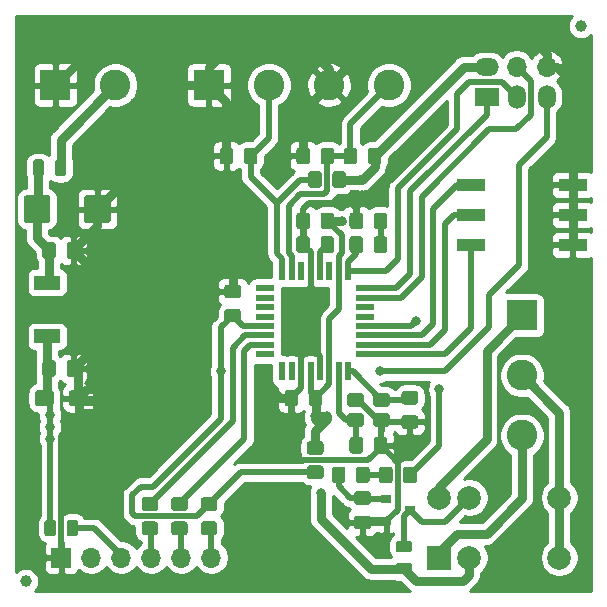
<source format=gbr>
G04 #@! TF.GenerationSoftware,KiCad,Pcbnew,5.1.5-52549c5~84~ubuntu18.04.1*
G04 #@! TF.CreationDate,2020-01-03T01:36:26+01:00*
G04 #@! TF.ProjectId,presen-fsr,70726573-656e-42d6-9673-722e6b696361,0*
G04 #@! TF.SameCoordinates,Original*
G04 #@! TF.FileFunction,Copper,L1,Top*
G04 #@! TF.FilePolarity,Positive*
%FSLAX46Y46*%
G04 Gerber Fmt 4.6, Leading zero omitted, Abs format (unit mm)*
G04 Created by KiCad (PCBNEW 5.1.5-52549c5~84~ubuntu18.04.1) date 2020-01-03 01:36:26*
%MOMM*%
%LPD*%
G04 APERTURE LIST*
%ADD10C,1.000000*%
%ADD11C,0.100000*%
%ADD12R,1.600000X0.550000*%
%ADD13R,0.550000X1.600000*%
%ADD14R,6.400000X5.800000*%
%ADD15R,2.200000X1.200000*%
%ADD16R,2.440000X1.120000*%
%ADD17R,0.900000X0.800000*%
%ADD18C,2.000000*%
%ADD19R,2.000000X2.000000*%
%ADD20C,2.600000*%
%ADD21R,2.600000X2.600000*%
%ADD22O,1.700000X1.700000*%
%ADD23R,1.700000X1.700000*%
%ADD24O,1.500000X2.000000*%
%ADD25O,2.000000X1.500000*%
%ADD26R,2.000000X1.500000*%
%ADD27C,0.800000*%
%ADD28C,0.750000*%
%ADD29C,0.500000*%
%ADD30C,0.254000*%
G04 APERTURE END LIST*
D10*
X77500000Y-110500000D03*
X30500000Y-157500000D03*
G04 #@! TA.AperFunction,SMDPad,CuDef*
D11*
G36*
X61029405Y-143251445D02*
G01*
X61058527Y-143255764D01*
X61087085Y-143262918D01*
X61114805Y-143272836D01*
X61141419Y-143285424D01*
X61166671Y-143300559D01*
X61190318Y-143318097D01*
X61212132Y-143337868D01*
X61231903Y-143359682D01*
X61249441Y-143383329D01*
X61264576Y-143408581D01*
X61277164Y-143435195D01*
X61287082Y-143462915D01*
X61294236Y-143491473D01*
X61298555Y-143520595D01*
X61300000Y-143550000D01*
X61300000Y-144150000D01*
X61298555Y-144179405D01*
X61294236Y-144208527D01*
X61287082Y-144237085D01*
X61277164Y-144264805D01*
X61264576Y-144291419D01*
X61249441Y-144316671D01*
X61231903Y-144340318D01*
X61212132Y-144362132D01*
X61190318Y-144381903D01*
X61166671Y-144399441D01*
X61141419Y-144414576D01*
X61114805Y-144427164D01*
X61087085Y-144437082D01*
X61058527Y-144444236D01*
X61029405Y-144448555D01*
X61000000Y-144450000D01*
X60200000Y-144450000D01*
X60170595Y-144448555D01*
X60141473Y-144444236D01*
X60112915Y-144437082D01*
X60085195Y-144427164D01*
X60058581Y-144414576D01*
X60033329Y-144399441D01*
X60009682Y-144381903D01*
X59987868Y-144362132D01*
X59968097Y-144340318D01*
X59950559Y-144316671D01*
X59935424Y-144291419D01*
X59922836Y-144264805D01*
X59912918Y-144237085D01*
X59905764Y-144208527D01*
X59901445Y-144179405D01*
X59900000Y-144150000D01*
X59900000Y-143550000D01*
X59901445Y-143520595D01*
X59905764Y-143491473D01*
X59912918Y-143462915D01*
X59922836Y-143435195D01*
X59935424Y-143408581D01*
X59950559Y-143383329D01*
X59968097Y-143359682D01*
X59987868Y-143337868D01*
X60009682Y-143318097D01*
X60033329Y-143300559D01*
X60058581Y-143285424D01*
X60085195Y-143272836D01*
X60112915Y-143262918D01*
X60141473Y-143255764D01*
X60170595Y-143251445D01*
X60200000Y-143250000D01*
X61000000Y-143250000D01*
X61029405Y-143251445D01*
G37*
G04 #@! TD.AperFunction*
G04 #@! TA.AperFunction,SMDPad,CuDef*
G36*
X58829405Y-143251445D02*
G01*
X58858527Y-143255764D01*
X58887085Y-143262918D01*
X58914805Y-143272836D01*
X58941419Y-143285424D01*
X58966671Y-143300559D01*
X58990318Y-143318097D01*
X59012132Y-143337868D01*
X59031903Y-143359682D01*
X59049441Y-143383329D01*
X59064576Y-143408581D01*
X59077164Y-143435195D01*
X59087082Y-143462915D01*
X59094236Y-143491473D01*
X59098555Y-143520595D01*
X59100000Y-143550000D01*
X59100000Y-144150000D01*
X59098555Y-144179405D01*
X59094236Y-144208527D01*
X59087082Y-144237085D01*
X59077164Y-144264805D01*
X59064576Y-144291419D01*
X59049441Y-144316671D01*
X59031903Y-144340318D01*
X59012132Y-144362132D01*
X58990318Y-144381903D01*
X58966671Y-144399441D01*
X58941419Y-144414576D01*
X58914805Y-144427164D01*
X58887085Y-144437082D01*
X58858527Y-144444236D01*
X58829405Y-144448555D01*
X58800000Y-144450000D01*
X58000000Y-144450000D01*
X57970595Y-144448555D01*
X57941473Y-144444236D01*
X57912915Y-144437082D01*
X57885195Y-144427164D01*
X57858581Y-144414576D01*
X57833329Y-144399441D01*
X57809682Y-144381903D01*
X57787868Y-144362132D01*
X57768097Y-144340318D01*
X57750559Y-144316671D01*
X57735424Y-144291419D01*
X57722836Y-144264805D01*
X57712918Y-144237085D01*
X57705764Y-144208527D01*
X57701445Y-144179405D01*
X57700000Y-144150000D01*
X57700000Y-143550000D01*
X57701445Y-143520595D01*
X57705764Y-143491473D01*
X57712918Y-143462915D01*
X57722836Y-143435195D01*
X57735424Y-143408581D01*
X57750559Y-143383329D01*
X57768097Y-143359682D01*
X57787868Y-143337868D01*
X57809682Y-143318097D01*
X57833329Y-143300559D01*
X57858581Y-143285424D01*
X57885195Y-143272836D01*
X57912915Y-143262918D01*
X57941473Y-143255764D01*
X57970595Y-143251445D01*
X58000000Y-143250000D01*
X58800000Y-143250000D01*
X58829405Y-143251445D01*
G37*
G04 #@! TD.AperFunction*
G04 #@! TA.AperFunction,SMDPad,CuDef*
G36*
X58829405Y-141551445D02*
G01*
X58858527Y-141555764D01*
X58887085Y-141562918D01*
X58914805Y-141572836D01*
X58941419Y-141585424D01*
X58966671Y-141600559D01*
X58990318Y-141618097D01*
X59012132Y-141637868D01*
X59031903Y-141659682D01*
X59049441Y-141683329D01*
X59064576Y-141708581D01*
X59077164Y-141735195D01*
X59087082Y-141762915D01*
X59094236Y-141791473D01*
X59098555Y-141820595D01*
X59100000Y-141850000D01*
X59100000Y-142450000D01*
X59098555Y-142479405D01*
X59094236Y-142508527D01*
X59087082Y-142537085D01*
X59077164Y-142564805D01*
X59064576Y-142591419D01*
X59049441Y-142616671D01*
X59031903Y-142640318D01*
X59012132Y-142662132D01*
X58990318Y-142681903D01*
X58966671Y-142699441D01*
X58941419Y-142714576D01*
X58914805Y-142727164D01*
X58887085Y-142737082D01*
X58858527Y-142744236D01*
X58829405Y-142748555D01*
X58800000Y-142750000D01*
X58000000Y-142750000D01*
X57970595Y-142748555D01*
X57941473Y-142744236D01*
X57912915Y-142737082D01*
X57885195Y-142727164D01*
X57858581Y-142714576D01*
X57833329Y-142699441D01*
X57809682Y-142681903D01*
X57787868Y-142662132D01*
X57768097Y-142640318D01*
X57750559Y-142616671D01*
X57735424Y-142591419D01*
X57722836Y-142564805D01*
X57712918Y-142537085D01*
X57705764Y-142508527D01*
X57701445Y-142479405D01*
X57700000Y-142450000D01*
X57700000Y-141850000D01*
X57701445Y-141820595D01*
X57705764Y-141791473D01*
X57712918Y-141762915D01*
X57722836Y-141735195D01*
X57735424Y-141708581D01*
X57750559Y-141683329D01*
X57768097Y-141659682D01*
X57787868Y-141637868D01*
X57809682Y-141618097D01*
X57833329Y-141600559D01*
X57858581Y-141585424D01*
X57885195Y-141572836D01*
X57912915Y-141562918D01*
X57941473Y-141555764D01*
X57970595Y-141551445D01*
X58000000Y-141550000D01*
X58800000Y-141550000D01*
X58829405Y-141551445D01*
G37*
G04 #@! TD.AperFunction*
G04 #@! TA.AperFunction,SMDPad,CuDef*
G36*
X61029405Y-141551445D02*
G01*
X61058527Y-141555764D01*
X61087085Y-141562918D01*
X61114805Y-141572836D01*
X61141419Y-141585424D01*
X61166671Y-141600559D01*
X61190318Y-141618097D01*
X61212132Y-141637868D01*
X61231903Y-141659682D01*
X61249441Y-141683329D01*
X61264576Y-141708581D01*
X61277164Y-141735195D01*
X61287082Y-141762915D01*
X61294236Y-141791473D01*
X61298555Y-141820595D01*
X61300000Y-141850000D01*
X61300000Y-142450000D01*
X61298555Y-142479405D01*
X61294236Y-142508527D01*
X61287082Y-142537085D01*
X61277164Y-142564805D01*
X61264576Y-142591419D01*
X61249441Y-142616671D01*
X61231903Y-142640318D01*
X61212132Y-142662132D01*
X61190318Y-142681903D01*
X61166671Y-142699441D01*
X61141419Y-142714576D01*
X61114805Y-142727164D01*
X61087085Y-142737082D01*
X61058527Y-142744236D01*
X61029405Y-142748555D01*
X61000000Y-142750000D01*
X60200000Y-142750000D01*
X60170595Y-142748555D01*
X60141473Y-142744236D01*
X60112915Y-142737082D01*
X60085195Y-142727164D01*
X60058581Y-142714576D01*
X60033329Y-142699441D01*
X60009682Y-142681903D01*
X59987868Y-142662132D01*
X59968097Y-142640318D01*
X59950559Y-142616671D01*
X59935424Y-142591419D01*
X59922836Y-142564805D01*
X59912918Y-142537085D01*
X59905764Y-142508527D01*
X59901445Y-142479405D01*
X59900000Y-142450000D01*
X59900000Y-141850000D01*
X59901445Y-141820595D01*
X59905764Y-141791473D01*
X59912918Y-141762915D01*
X59922836Y-141735195D01*
X59935424Y-141708581D01*
X59950559Y-141683329D01*
X59968097Y-141659682D01*
X59987868Y-141637868D01*
X60009682Y-141618097D01*
X60033329Y-141600559D01*
X60058581Y-141585424D01*
X60085195Y-141572836D01*
X60112915Y-141562918D01*
X60141473Y-141555764D01*
X60170595Y-141551445D01*
X60200000Y-141550000D01*
X61000000Y-141550000D01*
X61029405Y-141551445D01*
G37*
G04 #@! TD.AperFunction*
D12*
X50750000Y-138300000D03*
X50750000Y-137500000D03*
X50750000Y-136700000D03*
X50750000Y-135900000D03*
X50750000Y-135100000D03*
X50750000Y-134300000D03*
X50750000Y-133500000D03*
X50750000Y-132700000D03*
D13*
X52200000Y-131250000D03*
X53000000Y-131250000D03*
X53800000Y-131250000D03*
X54600000Y-131250000D03*
X55400000Y-131250000D03*
X56200000Y-131250000D03*
X57000000Y-131250000D03*
X57800000Y-131250000D03*
D12*
X59250000Y-132700000D03*
X59250000Y-133500000D03*
X59250000Y-134300000D03*
X59250000Y-135100000D03*
X59250000Y-135900000D03*
X59250000Y-136700000D03*
X59250000Y-137500000D03*
X59250000Y-138300000D03*
D13*
X57800000Y-139750000D03*
X57000000Y-139750000D03*
X56200000Y-139750000D03*
X55400000Y-139750000D03*
X54600000Y-139750000D03*
X53800000Y-139750000D03*
X53000000Y-139750000D03*
X52200000Y-139750000D03*
D14*
X38600000Y-134500000D03*
D15*
X32300000Y-136780000D03*
X32300000Y-132220000D03*
D16*
X76805000Y-123960000D03*
X68195000Y-129040000D03*
X76805000Y-126500000D03*
X68195000Y-126500000D03*
X76805000Y-129040000D03*
X68195000Y-123960000D03*
G04 #@! TA.AperFunction,SMDPad,CuDef*
D11*
G36*
X55324505Y-122801204D02*
G01*
X55348773Y-122804804D01*
X55372572Y-122810765D01*
X55395671Y-122819030D01*
X55417850Y-122829520D01*
X55438893Y-122842132D01*
X55458599Y-122856747D01*
X55476777Y-122873223D01*
X55493253Y-122891401D01*
X55507868Y-122911107D01*
X55520480Y-122932150D01*
X55530970Y-122954329D01*
X55539235Y-122977428D01*
X55545196Y-123001227D01*
X55548796Y-123025495D01*
X55550000Y-123049999D01*
X55550000Y-123950001D01*
X55548796Y-123974505D01*
X55545196Y-123998773D01*
X55539235Y-124022572D01*
X55530970Y-124045671D01*
X55520480Y-124067850D01*
X55507868Y-124088893D01*
X55493253Y-124108599D01*
X55476777Y-124126777D01*
X55458599Y-124143253D01*
X55438893Y-124157868D01*
X55417850Y-124170480D01*
X55395671Y-124180970D01*
X55372572Y-124189235D01*
X55348773Y-124195196D01*
X55324505Y-124198796D01*
X55300001Y-124200000D01*
X54649999Y-124200000D01*
X54625495Y-124198796D01*
X54601227Y-124195196D01*
X54577428Y-124189235D01*
X54554329Y-124180970D01*
X54532150Y-124170480D01*
X54511107Y-124157868D01*
X54491401Y-124143253D01*
X54473223Y-124126777D01*
X54456747Y-124108599D01*
X54442132Y-124088893D01*
X54429520Y-124067850D01*
X54419030Y-124045671D01*
X54410765Y-124022572D01*
X54404804Y-123998773D01*
X54401204Y-123974505D01*
X54400000Y-123950001D01*
X54400000Y-123049999D01*
X54401204Y-123025495D01*
X54404804Y-123001227D01*
X54410765Y-122977428D01*
X54419030Y-122954329D01*
X54429520Y-122932150D01*
X54442132Y-122911107D01*
X54456747Y-122891401D01*
X54473223Y-122873223D01*
X54491401Y-122856747D01*
X54511107Y-122842132D01*
X54532150Y-122829520D01*
X54554329Y-122819030D01*
X54577428Y-122810765D01*
X54601227Y-122804804D01*
X54625495Y-122801204D01*
X54649999Y-122800000D01*
X55300001Y-122800000D01*
X55324505Y-122801204D01*
G37*
G04 #@! TD.AperFunction*
G04 #@! TA.AperFunction,SMDPad,CuDef*
G36*
X57374505Y-122801204D02*
G01*
X57398773Y-122804804D01*
X57422572Y-122810765D01*
X57445671Y-122819030D01*
X57467850Y-122829520D01*
X57488893Y-122842132D01*
X57508599Y-122856747D01*
X57526777Y-122873223D01*
X57543253Y-122891401D01*
X57557868Y-122911107D01*
X57570480Y-122932150D01*
X57580970Y-122954329D01*
X57589235Y-122977428D01*
X57595196Y-123001227D01*
X57598796Y-123025495D01*
X57600000Y-123049999D01*
X57600000Y-123950001D01*
X57598796Y-123974505D01*
X57595196Y-123998773D01*
X57589235Y-124022572D01*
X57580970Y-124045671D01*
X57570480Y-124067850D01*
X57557868Y-124088893D01*
X57543253Y-124108599D01*
X57526777Y-124126777D01*
X57508599Y-124143253D01*
X57488893Y-124157868D01*
X57467850Y-124170480D01*
X57445671Y-124180970D01*
X57422572Y-124189235D01*
X57398773Y-124195196D01*
X57374505Y-124198796D01*
X57350001Y-124200000D01*
X56699999Y-124200000D01*
X56675495Y-124198796D01*
X56651227Y-124195196D01*
X56627428Y-124189235D01*
X56604329Y-124180970D01*
X56582150Y-124170480D01*
X56561107Y-124157868D01*
X56541401Y-124143253D01*
X56523223Y-124126777D01*
X56506747Y-124108599D01*
X56492132Y-124088893D01*
X56479520Y-124067850D01*
X56469030Y-124045671D01*
X56460765Y-124022572D01*
X56454804Y-123998773D01*
X56451204Y-123974505D01*
X56450000Y-123950001D01*
X56450000Y-123049999D01*
X56451204Y-123025495D01*
X56454804Y-123001227D01*
X56460765Y-122977428D01*
X56469030Y-122954329D01*
X56479520Y-122932150D01*
X56492132Y-122911107D01*
X56506747Y-122891401D01*
X56523223Y-122873223D01*
X56541401Y-122856747D01*
X56561107Y-122842132D01*
X56582150Y-122829520D01*
X56604329Y-122819030D01*
X56627428Y-122810765D01*
X56651227Y-122804804D01*
X56675495Y-122801204D01*
X56699999Y-122800000D01*
X57350001Y-122800000D01*
X57374505Y-122801204D01*
G37*
G04 #@! TD.AperFunction*
G04 #@! TA.AperFunction,SMDPad,CuDef*
G36*
X58324505Y-120801204D02*
G01*
X58348773Y-120804804D01*
X58372572Y-120810765D01*
X58395671Y-120819030D01*
X58417850Y-120829520D01*
X58438893Y-120842132D01*
X58458599Y-120856747D01*
X58476777Y-120873223D01*
X58493253Y-120891401D01*
X58507868Y-120911107D01*
X58520480Y-120932150D01*
X58530970Y-120954329D01*
X58539235Y-120977428D01*
X58545196Y-121001227D01*
X58548796Y-121025495D01*
X58550000Y-121049999D01*
X58550000Y-121950001D01*
X58548796Y-121974505D01*
X58545196Y-121998773D01*
X58539235Y-122022572D01*
X58530970Y-122045671D01*
X58520480Y-122067850D01*
X58507868Y-122088893D01*
X58493253Y-122108599D01*
X58476777Y-122126777D01*
X58458599Y-122143253D01*
X58438893Y-122157868D01*
X58417850Y-122170480D01*
X58395671Y-122180970D01*
X58372572Y-122189235D01*
X58348773Y-122195196D01*
X58324505Y-122198796D01*
X58300001Y-122200000D01*
X57649999Y-122200000D01*
X57625495Y-122198796D01*
X57601227Y-122195196D01*
X57577428Y-122189235D01*
X57554329Y-122180970D01*
X57532150Y-122170480D01*
X57511107Y-122157868D01*
X57491401Y-122143253D01*
X57473223Y-122126777D01*
X57456747Y-122108599D01*
X57442132Y-122088893D01*
X57429520Y-122067850D01*
X57419030Y-122045671D01*
X57410765Y-122022572D01*
X57404804Y-121998773D01*
X57401204Y-121974505D01*
X57400000Y-121950001D01*
X57400000Y-121049999D01*
X57401204Y-121025495D01*
X57404804Y-121001227D01*
X57410765Y-120977428D01*
X57419030Y-120954329D01*
X57429520Y-120932150D01*
X57442132Y-120911107D01*
X57456747Y-120891401D01*
X57473223Y-120873223D01*
X57491401Y-120856747D01*
X57511107Y-120842132D01*
X57532150Y-120829520D01*
X57554329Y-120819030D01*
X57577428Y-120810765D01*
X57601227Y-120804804D01*
X57625495Y-120801204D01*
X57649999Y-120800000D01*
X58300001Y-120800000D01*
X58324505Y-120801204D01*
G37*
G04 #@! TD.AperFunction*
G04 #@! TA.AperFunction,SMDPad,CuDef*
G36*
X60374505Y-120801204D02*
G01*
X60398773Y-120804804D01*
X60422572Y-120810765D01*
X60445671Y-120819030D01*
X60467850Y-120829520D01*
X60488893Y-120842132D01*
X60508599Y-120856747D01*
X60526777Y-120873223D01*
X60543253Y-120891401D01*
X60557868Y-120911107D01*
X60570480Y-120932150D01*
X60580970Y-120954329D01*
X60589235Y-120977428D01*
X60595196Y-121001227D01*
X60598796Y-121025495D01*
X60600000Y-121049999D01*
X60600000Y-121950001D01*
X60598796Y-121974505D01*
X60595196Y-121998773D01*
X60589235Y-122022572D01*
X60580970Y-122045671D01*
X60570480Y-122067850D01*
X60557868Y-122088893D01*
X60543253Y-122108599D01*
X60526777Y-122126777D01*
X60508599Y-122143253D01*
X60488893Y-122157868D01*
X60467850Y-122170480D01*
X60445671Y-122180970D01*
X60422572Y-122189235D01*
X60398773Y-122195196D01*
X60374505Y-122198796D01*
X60350001Y-122200000D01*
X59699999Y-122200000D01*
X59675495Y-122198796D01*
X59651227Y-122195196D01*
X59627428Y-122189235D01*
X59604329Y-122180970D01*
X59582150Y-122170480D01*
X59561107Y-122157868D01*
X59541401Y-122143253D01*
X59523223Y-122126777D01*
X59506747Y-122108599D01*
X59492132Y-122088893D01*
X59479520Y-122067850D01*
X59469030Y-122045671D01*
X59460765Y-122022572D01*
X59454804Y-121998773D01*
X59451204Y-121974505D01*
X59450000Y-121950001D01*
X59450000Y-121049999D01*
X59451204Y-121025495D01*
X59454804Y-121001227D01*
X59460765Y-120977428D01*
X59469030Y-120954329D01*
X59479520Y-120932150D01*
X59492132Y-120911107D01*
X59506747Y-120891401D01*
X59523223Y-120873223D01*
X59541401Y-120856747D01*
X59561107Y-120842132D01*
X59582150Y-120829520D01*
X59604329Y-120819030D01*
X59627428Y-120810765D01*
X59651227Y-120804804D01*
X59675495Y-120801204D01*
X59699999Y-120800000D01*
X60350001Y-120800000D01*
X60374505Y-120801204D01*
G37*
G04 #@! TD.AperFunction*
G04 #@! TA.AperFunction,SMDPad,CuDef*
G36*
X59474505Y-149901204D02*
G01*
X59498773Y-149904804D01*
X59522572Y-149910765D01*
X59545671Y-149919030D01*
X59567850Y-149929520D01*
X59588893Y-149942132D01*
X59608599Y-149956747D01*
X59626777Y-149973223D01*
X59643253Y-149991401D01*
X59657868Y-150011107D01*
X59670480Y-150032150D01*
X59680970Y-150054329D01*
X59689235Y-150077428D01*
X59695196Y-150101227D01*
X59698796Y-150125495D01*
X59700000Y-150149999D01*
X59700000Y-150800001D01*
X59698796Y-150824505D01*
X59695196Y-150848773D01*
X59689235Y-150872572D01*
X59680970Y-150895671D01*
X59670480Y-150917850D01*
X59657868Y-150938893D01*
X59643253Y-150958599D01*
X59626777Y-150976777D01*
X59608599Y-150993253D01*
X59588893Y-151007868D01*
X59567850Y-151020480D01*
X59545671Y-151030970D01*
X59522572Y-151039235D01*
X59498773Y-151045196D01*
X59474505Y-151048796D01*
X59450001Y-151050000D01*
X58549999Y-151050000D01*
X58525495Y-151048796D01*
X58501227Y-151045196D01*
X58477428Y-151039235D01*
X58454329Y-151030970D01*
X58432150Y-151020480D01*
X58411107Y-151007868D01*
X58391401Y-150993253D01*
X58373223Y-150976777D01*
X58356747Y-150958599D01*
X58342132Y-150938893D01*
X58329520Y-150917850D01*
X58319030Y-150895671D01*
X58310765Y-150872572D01*
X58304804Y-150848773D01*
X58301204Y-150824505D01*
X58300000Y-150800001D01*
X58300000Y-150149999D01*
X58301204Y-150125495D01*
X58304804Y-150101227D01*
X58310765Y-150077428D01*
X58319030Y-150054329D01*
X58329520Y-150032150D01*
X58342132Y-150011107D01*
X58356747Y-149991401D01*
X58373223Y-149973223D01*
X58391401Y-149956747D01*
X58411107Y-149942132D01*
X58432150Y-149929520D01*
X58454329Y-149919030D01*
X58477428Y-149910765D01*
X58501227Y-149904804D01*
X58525495Y-149901204D01*
X58549999Y-149900000D01*
X59450001Y-149900000D01*
X59474505Y-149901204D01*
G37*
G04 #@! TD.AperFunction*
G04 #@! TA.AperFunction,SMDPad,CuDef*
G36*
X59474505Y-151951204D02*
G01*
X59498773Y-151954804D01*
X59522572Y-151960765D01*
X59545671Y-151969030D01*
X59567850Y-151979520D01*
X59588893Y-151992132D01*
X59608599Y-152006747D01*
X59626777Y-152023223D01*
X59643253Y-152041401D01*
X59657868Y-152061107D01*
X59670480Y-152082150D01*
X59680970Y-152104329D01*
X59689235Y-152127428D01*
X59695196Y-152151227D01*
X59698796Y-152175495D01*
X59700000Y-152199999D01*
X59700000Y-152850001D01*
X59698796Y-152874505D01*
X59695196Y-152898773D01*
X59689235Y-152922572D01*
X59680970Y-152945671D01*
X59670480Y-152967850D01*
X59657868Y-152988893D01*
X59643253Y-153008599D01*
X59626777Y-153026777D01*
X59608599Y-153043253D01*
X59588893Y-153057868D01*
X59567850Y-153070480D01*
X59545671Y-153080970D01*
X59522572Y-153089235D01*
X59498773Y-153095196D01*
X59474505Y-153098796D01*
X59450001Y-153100000D01*
X58549999Y-153100000D01*
X58525495Y-153098796D01*
X58501227Y-153095196D01*
X58477428Y-153089235D01*
X58454329Y-153080970D01*
X58432150Y-153070480D01*
X58411107Y-153057868D01*
X58391401Y-153043253D01*
X58373223Y-153026777D01*
X58356747Y-153008599D01*
X58342132Y-152988893D01*
X58329520Y-152967850D01*
X58319030Y-152945671D01*
X58310765Y-152922572D01*
X58304804Y-152898773D01*
X58301204Y-152874505D01*
X58300000Y-152850001D01*
X58300000Y-152199999D01*
X58301204Y-152175495D01*
X58304804Y-152151227D01*
X58310765Y-152127428D01*
X58319030Y-152104329D01*
X58329520Y-152082150D01*
X58342132Y-152061107D01*
X58356747Y-152041401D01*
X58373223Y-152023223D01*
X58391401Y-152006747D01*
X58411107Y-151992132D01*
X58432150Y-151979520D01*
X58454329Y-151969030D01*
X58477428Y-151960765D01*
X58501227Y-151954804D01*
X58525495Y-151951204D01*
X58549999Y-151950000D01*
X59450001Y-151950000D01*
X59474505Y-151951204D01*
G37*
G04 #@! TD.AperFunction*
G04 #@! TA.AperFunction,SMDPad,CuDef*
G36*
X58824505Y-128301204D02*
G01*
X58848773Y-128304804D01*
X58872572Y-128310765D01*
X58895671Y-128319030D01*
X58917850Y-128329520D01*
X58938893Y-128342132D01*
X58958599Y-128356747D01*
X58976777Y-128373223D01*
X58993253Y-128391401D01*
X59007868Y-128411107D01*
X59020480Y-128432150D01*
X59030970Y-128454329D01*
X59039235Y-128477428D01*
X59045196Y-128501227D01*
X59048796Y-128525495D01*
X59050000Y-128549999D01*
X59050000Y-129450001D01*
X59048796Y-129474505D01*
X59045196Y-129498773D01*
X59039235Y-129522572D01*
X59030970Y-129545671D01*
X59020480Y-129567850D01*
X59007868Y-129588893D01*
X58993253Y-129608599D01*
X58976777Y-129626777D01*
X58958599Y-129643253D01*
X58938893Y-129657868D01*
X58917850Y-129670480D01*
X58895671Y-129680970D01*
X58872572Y-129689235D01*
X58848773Y-129695196D01*
X58824505Y-129698796D01*
X58800001Y-129700000D01*
X58149999Y-129700000D01*
X58125495Y-129698796D01*
X58101227Y-129695196D01*
X58077428Y-129689235D01*
X58054329Y-129680970D01*
X58032150Y-129670480D01*
X58011107Y-129657868D01*
X57991401Y-129643253D01*
X57973223Y-129626777D01*
X57956747Y-129608599D01*
X57942132Y-129588893D01*
X57929520Y-129567850D01*
X57919030Y-129545671D01*
X57910765Y-129522572D01*
X57904804Y-129498773D01*
X57901204Y-129474505D01*
X57900000Y-129450001D01*
X57900000Y-128549999D01*
X57901204Y-128525495D01*
X57904804Y-128501227D01*
X57910765Y-128477428D01*
X57919030Y-128454329D01*
X57929520Y-128432150D01*
X57942132Y-128411107D01*
X57956747Y-128391401D01*
X57973223Y-128373223D01*
X57991401Y-128356747D01*
X58011107Y-128342132D01*
X58032150Y-128329520D01*
X58054329Y-128319030D01*
X58077428Y-128310765D01*
X58101227Y-128304804D01*
X58125495Y-128301204D01*
X58149999Y-128300000D01*
X58800001Y-128300000D01*
X58824505Y-128301204D01*
G37*
G04 #@! TD.AperFunction*
G04 #@! TA.AperFunction,SMDPad,CuDef*
G36*
X60874505Y-128301204D02*
G01*
X60898773Y-128304804D01*
X60922572Y-128310765D01*
X60945671Y-128319030D01*
X60967850Y-128329520D01*
X60988893Y-128342132D01*
X61008599Y-128356747D01*
X61026777Y-128373223D01*
X61043253Y-128391401D01*
X61057868Y-128411107D01*
X61070480Y-128432150D01*
X61080970Y-128454329D01*
X61089235Y-128477428D01*
X61095196Y-128501227D01*
X61098796Y-128525495D01*
X61100000Y-128549999D01*
X61100000Y-129450001D01*
X61098796Y-129474505D01*
X61095196Y-129498773D01*
X61089235Y-129522572D01*
X61080970Y-129545671D01*
X61070480Y-129567850D01*
X61057868Y-129588893D01*
X61043253Y-129608599D01*
X61026777Y-129626777D01*
X61008599Y-129643253D01*
X60988893Y-129657868D01*
X60967850Y-129670480D01*
X60945671Y-129680970D01*
X60922572Y-129689235D01*
X60898773Y-129695196D01*
X60874505Y-129698796D01*
X60850001Y-129700000D01*
X60199999Y-129700000D01*
X60175495Y-129698796D01*
X60151227Y-129695196D01*
X60127428Y-129689235D01*
X60104329Y-129680970D01*
X60082150Y-129670480D01*
X60061107Y-129657868D01*
X60041401Y-129643253D01*
X60023223Y-129626777D01*
X60006747Y-129608599D01*
X59992132Y-129588893D01*
X59979520Y-129567850D01*
X59969030Y-129545671D01*
X59960765Y-129522572D01*
X59954804Y-129498773D01*
X59951204Y-129474505D01*
X59950000Y-129450001D01*
X59950000Y-128549999D01*
X59951204Y-128525495D01*
X59954804Y-128501227D01*
X59960765Y-128477428D01*
X59969030Y-128454329D01*
X59979520Y-128432150D01*
X59992132Y-128411107D01*
X60006747Y-128391401D01*
X60023223Y-128373223D01*
X60041401Y-128356747D01*
X60061107Y-128342132D01*
X60082150Y-128329520D01*
X60104329Y-128319030D01*
X60127428Y-128310765D01*
X60151227Y-128304804D01*
X60175495Y-128301204D01*
X60199999Y-128300000D01*
X60850001Y-128300000D01*
X60874505Y-128301204D01*
G37*
G04 #@! TD.AperFunction*
G04 #@! TA.AperFunction,SMDPad,CuDef*
G36*
X59374505Y-147801204D02*
G01*
X59398773Y-147804804D01*
X59422572Y-147810765D01*
X59445671Y-147819030D01*
X59467850Y-147829520D01*
X59488893Y-147842132D01*
X59508599Y-147856747D01*
X59526777Y-147873223D01*
X59543253Y-147891401D01*
X59557868Y-147911107D01*
X59570480Y-147932150D01*
X59580970Y-147954329D01*
X59589235Y-147977428D01*
X59595196Y-148001227D01*
X59598796Y-148025495D01*
X59600000Y-148049999D01*
X59600000Y-148950001D01*
X59598796Y-148974505D01*
X59595196Y-148998773D01*
X59589235Y-149022572D01*
X59580970Y-149045671D01*
X59570480Y-149067850D01*
X59557868Y-149088893D01*
X59543253Y-149108599D01*
X59526777Y-149126777D01*
X59508599Y-149143253D01*
X59488893Y-149157868D01*
X59467850Y-149170480D01*
X59445671Y-149180970D01*
X59422572Y-149189235D01*
X59398773Y-149195196D01*
X59374505Y-149198796D01*
X59350001Y-149200000D01*
X58699999Y-149200000D01*
X58675495Y-149198796D01*
X58651227Y-149195196D01*
X58627428Y-149189235D01*
X58604329Y-149180970D01*
X58582150Y-149170480D01*
X58561107Y-149157868D01*
X58541401Y-149143253D01*
X58523223Y-149126777D01*
X58506747Y-149108599D01*
X58492132Y-149088893D01*
X58479520Y-149067850D01*
X58469030Y-149045671D01*
X58460765Y-149022572D01*
X58454804Y-148998773D01*
X58451204Y-148974505D01*
X58450000Y-148950001D01*
X58450000Y-148049999D01*
X58451204Y-148025495D01*
X58454804Y-148001227D01*
X58460765Y-147977428D01*
X58469030Y-147954329D01*
X58479520Y-147932150D01*
X58492132Y-147911107D01*
X58506747Y-147891401D01*
X58523223Y-147873223D01*
X58541401Y-147856747D01*
X58561107Y-147842132D01*
X58582150Y-147829520D01*
X58604329Y-147819030D01*
X58627428Y-147810765D01*
X58651227Y-147804804D01*
X58675495Y-147801204D01*
X58699999Y-147800000D01*
X59350001Y-147800000D01*
X59374505Y-147801204D01*
G37*
G04 #@! TD.AperFunction*
G04 #@! TA.AperFunction,SMDPad,CuDef*
G36*
X57324505Y-147801204D02*
G01*
X57348773Y-147804804D01*
X57372572Y-147810765D01*
X57395671Y-147819030D01*
X57417850Y-147829520D01*
X57438893Y-147842132D01*
X57458599Y-147856747D01*
X57476777Y-147873223D01*
X57493253Y-147891401D01*
X57507868Y-147911107D01*
X57520480Y-147932150D01*
X57530970Y-147954329D01*
X57539235Y-147977428D01*
X57545196Y-148001227D01*
X57548796Y-148025495D01*
X57550000Y-148049999D01*
X57550000Y-148950001D01*
X57548796Y-148974505D01*
X57545196Y-148998773D01*
X57539235Y-149022572D01*
X57530970Y-149045671D01*
X57520480Y-149067850D01*
X57507868Y-149088893D01*
X57493253Y-149108599D01*
X57476777Y-149126777D01*
X57458599Y-149143253D01*
X57438893Y-149157868D01*
X57417850Y-149170480D01*
X57395671Y-149180970D01*
X57372572Y-149189235D01*
X57348773Y-149195196D01*
X57324505Y-149198796D01*
X57300001Y-149200000D01*
X56649999Y-149200000D01*
X56625495Y-149198796D01*
X56601227Y-149195196D01*
X56577428Y-149189235D01*
X56554329Y-149180970D01*
X56532150Y-149170480D01*
X56511107Y-149157868D01*
X56491401Y-149143253D01*
X56473223Y-149126777D01*
X56456747Y-149108599D01*
X56442132Y-149088893D01*
X56429520Y-149067850D01*
X56419030Y-149045671D01*
X56410765Y-149022572D01*
X56404804Y-148998773D01*
X56401204Y-148974505D01*
X56400000Y-148950001D01*
X56400000Y-148049999D01*
X56401204Y-148025495D01*
X56404804Y-148001227D01*
X56410765Y-147977428D01*
X56419030Y-147954329D01*
X56429520Y-147932150D01*
X56442132Y-147911107D01*
X56456747Y-147891401D01*
X56473223Y-147873223D01*
X56491401Y-147856747D01*
X56511107Y-147842132D01*
X56532150Y-147829520D01*
X56554329Y-147819030D01*
X56577428Y-147810765D01*
X56601227Y-147804804D01*
X56625495Y-147801204D01*
X56649999Y-147800000D01*
X57300001Y-147800000D01*
X57324505Y-147801204D01*
G37*
G04 #@! TD.AperFunction*
G04 #@! TA.AperFunction,SMDPad,CuDef*
G36*
X41474505Y-150401204D02*
G01*
X41498773Y-150404804D01*
X41522572Y-150410765D01*
X41545671Y-150419030D01*
X41567850Y-150429520D01*
X41588893Y-150442132D01*
X41608599Y-150456747D01*
X41626777Y-150473223D01*
X41643253Y-150491401D01*
X41657868Y-150511107D01*
X41670480Y-150532150D01*
X41680970Y-150554329D01*
X41689235Y-150577428D01*
X41695196Y-150601227D01*
X41698796Y-150625495D01*
X41700000Y-150649999D01*
X41700000Y-151300001D01*
X41698796Y-151324505D01*
X41695196Y-151348773D01*
X41689235Y-151372572D01*
X41680970Y-151395671D01*
X41670480Y-151417850D01*
X41657868Y-151438893D01*
X41643253Y-151458599D01*
X41626777Y-151476777D01*
X41608599Y-151493253D01*
X41588893Y-151507868D01*
X41567850Y-151520480D01*
X41545671Y-151530970D01*
X41522572Y-151539235D01*
X41498773Y-151545196D01*
X41474505Y-151548796D01*
X41450001Y-151550000D01*
X40549999Y-151550000D01*
X40525495Y-151548796D01*
X40501227Y-151545196D01*
X40477428Y-151539235D01*
X40454329Y-151530970D01*
X40432150Y-151520480D01*
X40411107Y-151507868D01*
X40391401Y-151493253D01*
X40373223Y-151476777D01*
X40356747Y-151458599D01*
X40342132Y-151438893D01*
X40329520Y-151417850D01*
X40319030Y-151395671D01*
X40310765Y-151372572D01*
X40304804Y-151348773D01*
X40301204Y-151324505D01*
X40300000Y-151300001D01*
X40300000Y-150649999D01*
X40301204Y-150625495D01*
X40304804Y-150601227D01*
X40310765Y-150577428D01*
X40319030Y-150554329D01*
X40329520Y-150532150D01*
X40342132Y-150511107D01*
X40356747Y-150491401D01*
X40373223Y-150473223D01*
X40391401Y-150456747D01*
X40411107Y-150442132D01*
X40432150Y-150429520D01*
X40454329Y-150419030D01*
X40477428Y-150410765D01*
X40501227Y-150404804D01*
X40525495Y-150401204D01*
X40549999Y-150400000D01*
X41450001Y-150400000D01*
X41474505Y-150401204D01*
G37*
G04 #@! TD.AperFunction*
G04 #@! TA.AperFunction,SMDPad,CuDef*
G36*
X41474505Y-152451204D02*
G01*
X41498773Y-152454804D01*
X41522572Y-152460765D01*
X41545671Y-152469030D01*
X41567850Y-152479520D01*
X41588893Y-152492132D01*
X41608599Y-152506747D01*
X41626777Y-152523223D01*
X41643253Y-152541401D01*
X41657868Y-152561107D01*
X41670480Y-152582150D01*
X41680970Y-152604329D01*
X41689235Y-152627428D01*
X41695196Y-152651227D01*
X41698796Y-152675495D01*
X41700000Y-152699999D01*
X41700000Y-153350001D01*
X41698796Y-153374505D01*
X41695196Y-153398773D01*
X41689235Y-153422572D01*
X41680970Y-153445671D01*
X41670480Y-153467850D01*
X41657868Y-153488893D01*
X41643253Y-153508599D01*
X41626777Y-153526777D01*
X41608599Y-153543253D01*
X41588893Y-153557868D01*
X41567850Y-153570480D01*
X41545671Y-153580970D01*
X41522572Y-153589235D01*
X41498773Y-153595196D01*
X41474505Y-153598796D01*
X41450001Y-153600000D01*
X40549999Y-153600000D01*
X40525495Y-153598796D01*
X40501227Y-153595196D01*
X40477428Y-153589235D01*
X40454329Y-153580970D01*
X40432150Y-153570480D01*
X40411107Y-153557868D01*
X40391401Y-153543253D01*
X40373223Y-153526777D01*
X40356747Y-153508599D01*
X40342132Y-153488893D01*
X40329520Y-153467850D01*
X40319030Y-153445671D01*
X40310765Y-153422572D01*
X40304804Y-153398773D01*
X40301204Y-153374505D01*
X40300000Y-153350001D01*
X40300000Y-152699999D01*
X40301204Y-152675495D01*
X40304804Y-152651227D01*
X40310765Y-152627428D01*
X40319030Y-152604329D01*
X40329520Y-152582150D01*
X40342132Y-152561107D01*
X40356747Y-152541401D01*
X40373223Y-152523223D01*
X40391401Y-152506747D01*
X40411107Y-152492132D01*
X40432150Y-152479520D01*
X40454329Y-152469030D01*
X40477428Y-152460765D01*
X40501227Y-152454804D01*
X40525495Y-152451204D01*
X40549999Y-152450000D01*
X41450001Y-152450000D01*
X41474505Y-152451204D01*
G37*
G04 #@! TD.AperFunction*
G04 #@! TA.AperFunction,SMDPad,CuDef*
G36*
X43974505Y-150401204D02*
G01*
X43998773Y-150404804D01*
X44022572Y-150410765D01*
X44045671Y-150419030D01*
X44067850Y-150429520D01*
X44088893Y-150442132D01*
X44108599Y-150456747D01*
X44126777Y-150473223D01*
X44143253Y-150491401D01*
X44157868Y-150511107D01*
X44170480Y-150532150D01*
X44180970Y-150554329D01*
X44189235Y-150577428D01*
X44195196Y-150601227D01*
X44198796Y-150625495D01*
X44200000Y-150649999D01*
X44200000Y-151300001D01*
X44198796Y-151324505D01*
X44195196Y-151348773D01*
X44189235Y-151372572D01*
X44180970Y-151395671D01*
X44170480Y-151417850D01*
X44157868Y-151438893D01*
X44143253Y-151458599D01*
X44126777Y-151476777D01*
X44108599Y-151493253D01*
X44088893Y-151507868D01*
X44067850Y-151520480D01*
X44045671Y-151530970D01*
X44022572Y-151539235D01*
X43998773Y-151545196D01*
X43974505Y-151548796D01*
X43950001Y-151550000D01*
X43049999Y-151550000D01*
X43025495Y-151548796D01*
X43001227Y-151545196D01*
X42977428Y-151539235D01*
X42954329Y-151530970D01*
X42932150Y-151520480D01*
X42911107Y-151507868D01*
X42891401Y-151493253D01*
X42873223Y-151476777D01*
X42856747Y-151458599D01*
X42842132Y-151438893D01*
X42829520Y-151417850D01*
X42819030Y-151395671D01*
X42810765Y-151372572D01*
X42804804Y-151348773D01*
X42801204Y-151324505D01*
X42800000Y-151300001D01*
X42800000Y-150649999D01*
X42801204Y-150625495D01*
X42804804Y-150601227D01*
X42810765Y-150577428D01*
X42819030Y-150554329D01*
X42829520Y-150532150D01*
X42842132Y-150511107D01*
X42856747Y-150491401D01*
X42873223Y-150473223D01*
X42891401Y-150456747D01*
X42911107Y-150442132D01*
X42932150Y-150429520D01*
X42954329Y-150419030D01*
X42977428Y-150410765D01*
X43001227Y-150404804D01*
X43025495Y-150401204D01*
X43049999Y-150400000D01*
X43950001Y-150400000D01*
X43974505Y-150401204D01*
G37*
G04 #@! TD.AperFunction*
G04 #@! TA.AperFunction,SMDPad,CuDef*
G36*
X43974505Y-152451204D02*
G01*
X43998773Y-152454804D01*
X44022572Y-152460765D01*
X44045671Y-152469030D01*
X44067850Y-152479520D01*
X44088893Y-152492132D01*
X44108599Y-152506747D01*
X44126777Y-152523223D01*
X44143253Y-152541401D01*
X44157868Y-152561107D01*
X44170480Y-152582150D01*
X44180970Y-152604329D01*
X44189235Y-152627428D01*
X44195196Y-152651227D01*
X44198796Y-152675495D01*
X44200000Y-152699999D01*
X44200000Y-153350001D01*
X44198796Y-153374505D01*
X44195196Y-153398773D01*
X44189235Y-153422572D01*
X44180970Y-153445671D01*
X44170480Y-153467850D01*
X44157868Y-153488893D01*
X44143253Y-153508599D01*
X44126777Y-153526777D01*
X44108599Y-153543253D01*
X44088893Y-153557868D01*
X44067850Y-153570480D01*
X44045671Y-153580970D01*
X44022572Y-153589235D01*
X43998773Y-153595196D01*
X43974505Y-153598796D01*
X43950001Y-153600000D01*
X43049999Y-153600000D01*
X43025495Y-153598796D01*
X43001227Y-153595196D01*
X42977428Y-153589235D01*
X42954329Y-153580970D01*
X42932150Y-153570480D01*
X42911107Y-153557868D01*
X42891401Y-153543253D01*
X42873223Y-153526777D01*
X42856747Y-153508599D01*
X42842132Y-153488893D01*
X42829520Y-153467850D01*
X42819030Y-153445671D01*
X42810765Y-153422572D01*
X42804804Y-153398773D01*
X42801204Y-153374505D01*
X42800000Y-153350001D01*
X42800000Y-152699999D01*
X42801204Y-152675495D01*
X42804804Y-152651227D01*
X42810765Y-152627428D01*
X42819030Y-152604329D01*
X42829520Y-152582150D01*
X42842132Y-152561107D01*
X42856747Y-152541401D01*
X42873223Y-152523223D01*
X42891401Y-152506747D01*
X42911107Y-152492132D01*
X42932150Y-152479520D01*
X42954329Y-152469030D01*
X42977428Y-152460765D01*
X43001227Y-152454804D01*
X43025495Y-152451204D01*
X43049999Y-152450000D01*
X43950001Y-152450000D01*
X43974505Y-152451204D01*
G37*
G04 #@! TD.AperFunction*
G04 #@! TA.AperFunction,SMDPad,CuDef*
G36*
X55474505Y-147701204D02*
G01*
X55498773Y-147704804D01*
X55522572Y-147710765D01*
X55545671Y-147719030D01*
X55567850Y-147729520D01*
X55588893Y-147742132D01*
X55608599Y-147756747D01*
X55626777Y-147773223D01*
X55643253Y-147791401D01*
X55657868Y-147811107D01*
X55670480Y-147832150D01*
X55680970Y-147854329D01*
X55689235Y-147877428D01*
X55695196Y-147901227D01*
X55698796Y-147925495D01*
X55700000Y-147949999D01*
X55700000Y-148600001D01*
X55698796Y-148624505D01*
X55695196Y-148648773D01*
X55689235Y-148672572D01*
X55680970Y-148695671D01*
X55670480Y-148717850D01*
X55657868Y-148738893D01*
X55643253Y-148758599D01*
X55626777Y-148776777D01*
X55608599Y-148793253D01*
X55588893Y-148807868D01*
X55567850Y-148820480D01*
X55545671Y-148830970D01*
X55522572Y-148839235D01*
X55498773Y-148845196D01*
X55474505Y-148848796D01*
X55450001Y-148850000D01*
X54549999Y-148850000D01*
X54525495Y-148848796D01*
X54501227Y-148845196D01*
X54477428Y-148839235D01*
X54454329Y-148830970D01*
X54432150Y-148820480D01*
X54411107Y-148807868D01*
X54391401Y-148793253D01*
X54373223Y-148776777D01*
X54356747Y-148758599D01*
X54342132Y-148738893D01*
X54329520Y-148717850D01*
X54319030Y-148695671D01*
X54310765Y-148672572D01*
X54304804Y-148648773D01*
X54301204Y-148624505D01*
X54300000Y-148600001D01*
X54300000Y-147949999D01*
X54301204Y-147925495D01*
X54304804Y-147901227D01*
X54310765Y-147877428D01*
X54319030Y-147854329D01*
X54329520Y-147832150D01*
X54342132Y-147811107D01*
X54356747Y-147791401D01*
X54373223Y-147773223D01*
X54391401Y-147756747D01*
X54411107Y-147742132D01*
X54432150Y-147729520D01*
X54454329Y-147719030D01*
X54477428Y-147710765D01*
X54501227Y-147704804D01*
X54525495Y-147701204D01*
X54549999Y-147700000D01*
X55450001Y-147700000D01*
X55474505Y-147701204D01*
G37*
G04 #@! TD.AperFunction*
G04 #@! TA.AperFunction,SMDPad,CuDef*
G36*
X55474505Y-145651204D02*
G01*
X55498773Y-145654804D01*
X55522572Y-145660765D01*
X55545671Y-145669030D01*
X55567850Y-145679520D01*
X55588893Y-145692132D01*
X55608599Y-145706747D01*
X55626777Y-145723223D01*
X55643253Y-145741401D01*
X55657868Y-145761107D01*
X55670480Y-145782150D01*
X55680970Y-145804329D01*
X55689235Y-145827428D01*
X55695196Y-145851227D01*
X55698796Y-145875495D01*
X55700000Y-145899999D01*
X55700000Y-146550001D01*
X55698796Y-146574505D01*
X55695196Y-146598773D01*
X55689235Y-146622572D01*
X55680970Y-146645671D01*
X55670480Y-146667850D01*
X55657868Y-146688893D01*
X55643253Y-146708599D01*
X55626777Y-146726777D01*
X55608599Y-146743253D01*
X55588893Y-146757868D01*
X55567850Y-146770480D01*
X55545671Y-146780970D01*
X55522572Y-146789235D01*
X55498773Y-146795196D01*
X55474505Y-146798796D01*
X55450001Y-146800000D01*
X54549999Y-146800000D01*
X54525495Y-146798796D01*
X54501227Y-146795196D01*
X54477428Y-146789235D01*
X54454329Y-146780970D01*
X54432150Y-146770480D01*
X54411107Y-146757868D01*
X54391401Y-146743253D01*
X54373223Y-146726777D01*
X54356747Y-146708599D01*
X54342132Y-146688893D01*
X54329520Y-146667850D01*
X54319030Y-146645671D01*
X54310765Y-146622572D01*
X54304804Y-146598773D01*
X54301204Y-146574505D01*
X54300000Y-146550001D01*
X54300000Y-145899999D01*
X54301204Y-145875495D01*
X54304804Y-145851227D01*
X54310765Y-145827428D01*
X54319030Y-145804329D01*
X54329520Y-145782150D01*
X54342132Y-145761107D01*
X54356747Y-145741401D01*
X54373223Y-145723223D01*
X54391401Y-145706747D01*
X54411107Y-145692132D01*
X54432150Y-145679520D01*
X54454329Y-145669030D01*
X54477428Y-145660765D01*
X54501227Y-145654804D01*
X54525495Y-145651204D01*
X54549999Y-145650000D01*
X55450001Y-145650000D01*
X55474505Y-145651204D01*
G37*
G04 #@! TD.AperFunction*
D17*
X63000000Y-151500000D03*
X61000000Y-152450000D03*
X61000000Y-150550000D03*
D18*
X75660000Y-155500000D03*
X75660000Y-150420000D03*
X68040000Y-155500000D03*
D19*
X65500000Y-155500000D03*
D18*
X68040000Y-150420000D03*
X65500000Y-150420000D03*
D20*
X61240000Y-115500000D03*
X56160000Y-115500000D03*
X51080000Y-115500000D03*
D21*
X46000000Y-115500000D03*
D20*
X72500000Y-145160000D03*
X72500000Y-140080000D03*
D21*
X72500000Y-135000000D03*
D22*
X46200000Y-155500000D03*
X43660000Y-155500000D03*
X41120000Y-155500000D03*
X38580000Y-155500000D03*
X36040000Y-155500000D03*
D23*
X33500000Y-155500000D03*
D22*
X74580000Y-113960000D03*
D24*
X74580000Y-116500000D03*
D22*
X72040000Y-113960000D03*
D24*
X72040000Y-116500000D03*
D25*
X69500000Y-113960000D03*
D26*
X69500000Y-116500000D03*
D20*
X38080000Y-115500000D03*
D21*
X33000000Y-115500000D03*
G04 #@! TA.AperFunction,SMDPad,CuDef*
D11*
G36*
X60874505Y-126301204D02*
G01*
X60898773Y-126304804D01*
X60922572Y-126310765D01*
X60945671Y-126319030D01*
X60967850Y-126329520D01*
X60988893Y-126342132D01*
X61008599Y-126356747D01*
X61026777Y-126373223D01*
X61043253Y-126391401D01*
X61057868Y-126411107D01*
X61070480Y-126432150D01*
X61080970Y-126454329D01*
X61089235Y-126477428D01*
X61095196Y-126501227D01*
X61098796Y-126525495D01*
X61100000Y-126549999D01*
X61100000Y-127450001D01*
X61098796Y-127474505D01*
X61095196Y-127498773D01*
X61089235Y-127522572D01*
X61080970Y-127545671D01*
X61070480Y-127567850D01*
X61057868Y-127588893D01*
X61043253Y-127608599D01*
X61026777Y-127626777D01*
X61008599Y-127643253D01*
X60988893Y-127657868D01*
X60967850Y-127670480D01*
X60945671Y-127680970D01*
X60922572Y-127689235D01*
X60898773Y-127695196D01*
X60874505Y-127698796D01*
X60850001Y-127700000D01*
X60199999Y-127700000D01*
X60175495Y-127698796D01*
X60151227Y-127695196D01*
X60127428Y-127689235D01*
X60104329Y-127680970D01*
X60082150Y-127670480D01*
X60061107Y-127657868D01*
X60041401Y-127643253D01*
X60023223Y-127626777D01*
X60006747Y-127608599D01*
X59992132Y-127588893D01*
X59979520Y-127567850D01*
X59969030Y-127545671D01*
X59960765Y-127522572D01*
X59954804Y-127498773D01*
X59951204Y-127474505D01*
X59950000Y-127450001D01*
X59950000Y-126549999D01*
X59951204Y-126525495D01*
X59954804Y-126501227D01*
X59960765Y-126477428D01*
X59969030Y-126454329D01*
X59979520Y-126432150D01*
X59992132Y-126411107D01*
X60006747Y-126391401D01*
X60023223Y-126373223D01*
X60041401Y-126356747D01*
X60061107Y-126342132D01*
X60082150Y-126329520D01*
X60104329Y-126319030D01*
X60127428Y-126310765D01*
X60151227Y-126304804D01*
X60175495Y-126301204D01*
X60199999Y-126300000D01*
X60850001Y-126300000D01*
X60874505Y-126301204D01*
G37*
G04 #@! TD.AperFunction*
G04 #@! TA.AperFunction,SMDPad,CuDef*
G36*
X58824505Y-126301204D02*
G01*
X58848773Y-126304804D01*
X58872572Y-126310765D01*
X58895671Y-126319030D01*
X58917850Y-126329520D01*
X58938893Y-126342132D01*
X58958599Y-126356747D01*
X58976777Y-126373223D01*
X58993253Y-126391401D01*
X59007868Y-126411107D01*
X59020480Y-126432150D01*
X59030970Y-126454329D01*
X59039235Y-126477428D01*
X59045196Y-126501227D01*
X59048796Y-126525495D01*
X59050000Y-126549999D01*
X59050000Y-127450001D01*
X59048796Y-127474505D01*
X59045196Y-127498773D01*
X59039235Y-127522572D01*
X59030970Y-127545671D01*
X59020480Y-127567850D01*
X59007868Y-127588893D01*
X58993253Y-127608599D01*
X58976777Y-127626777D01*
X58958599Y-127643253D01*
X58938893Y-127657868D01*
X58917850Y-127670480D01*
X58895671Y-127680970D01*
X58872572Y-127689235D01*
X58848773Y-127695196D01*
X58824505Y-127698796D01*
X58800001Y-127700000D01*
X58149999Y-127700000D01*
X58125495Y-127698796D01*
X58101227Y-127695196D01*
X58077428Y-127689235D01*
X58054329Y-127680970D01*
X58032150Y-127670480D01*
X58011107Y-127657868D01*
X57991401Y-127643253D01*
X57973223Y-127626777D01*
X57956747Y-127608599D01*
X57942132Y-127588893D01*
X57929520Y-127567850D01*
X57919030Y-127545671D01*
X57910765Y-127522572D01*
X57904804Y-127498773D01*
X57901204Y-127474505D01*
X57900000Y-127450001D01*
X57900000Y-126549999D01*
X57901204Y-126525495D01*
X57904804Y-126501227D01*
X57910765Y-126477428D01*
X57919030Y-126454329D01*
X57929520Y-126432150D01*
X57942132Y-126411107D01*
X57956747Y-126391401D01*
X57973223Y-126373223D01*
X57991401Y-126356747D01*
X58011107Y-126342132D01*
X58032150Y-126329520D01*
X58054329Y-126319030D01*
X58077428Y-126310765D01*
X58101227Y-126304804D01*
X58125495Y-126301204D01*
X58149999Y-126300000D01*
X58800001Y-126300000D01*
X58824505Y-126301204D01*
G37*
G04 #@! TD.AperFunction*
G04 #@! TA.AperFunction,SMDPad,CuDef*
G36*
X63374505Y-147801204D02*
G01*
X63398773Y-147804804D01*
X63422572Y-147810765D01*
X63445671Y-147819030D01*
X63467850Y-147829520D01*
X63488893Y-147842132D01*
X63508599Y-147856747D01*
X63526777Y-147873223D01*
X63543253Y-147891401D01*
X63557868Y-147911107D01*
X63570480Y-147932150D01*
X63580970Y-147954329D01*
X63589235Y-147977428D01*
X63595196Y-148001227D01*
X63598796Y-148025495D01*
X63600000Y-148049999D01*
X63600000Y-148950001D01*
X63598796Y-148974505D01*
X63595196Y-148998773D01*
X63589235Y-149022572D01*
X63580970Y-149045671D01*
X63570480Y-149067850D01*
X63557868Y-149088893D01*
X63543253Y-149108599D01*
X63526777Y-149126777D01*
X63508599Y-149143253D01*
X63488893Y-149157868D01*
X63467850Y-149170480D01*
X63445671Y-149180970D01*
X63422572Y-149189235D01*
X63398773Y-149195196D01*
X63374505Y-149198796D01*
X63350001Y-149200000D01*
X62699999Y-149200000D01*
X62675495Y-149198796D01*
X62651227Y-149195196D01*
X62627428Y-149189235D01*
X62604329Y-149180970D01*
X62582150Y-149170480D01*
X62561107Y-149157868D01*
X62541401Y-149143253D01*
X62523223Y-149126777D01*
X62506747Y-149108599D01*
X62492132Y-149088893D01*
X62479520Y-149067850D01*
X62469030Y-149045671D01*
X62460765Y-149022572D01*
X62454804Y-148998773D01*
X62451204Y-148974505D01*
X62450000Y-148950001D01*
X62450000Y-148049999D01*
X62451204Y-148025495D01*
X62454804Y-148001227D01*
X62460765Y-147977428D01*
X62469030Y-147954329D01*
X62479520Y-147932150D01*
X62492132Y-147911107D01*
X62506747Y-147891401D01*
X62523223Y-147873223D01*
X62541401Y-147856747D01*
X62561107Y-147842132D01*
X62582150Y-147829520D01*
X62604329Y-147819030D01*
X62627428Y-147810765D01*
X62651227Y-147804804D01*
X62675495Y-147801204D01*
X62699999Y-147800000D01*
X63350001Y-147800000D01*
X63374505Y-147801204D01*
G37*
G04 #@! TD.AperFunction*
G04 #@! TA.AperFunction,SMDPad,CuDef*
G36*
X61324505Y-147801204D02*
G01*
X61348773Y-147804804D01*
X61372572Y-147810765D01*
X61395671Y-147819030D01*
X61417850Y-147829520D01*
X61438893Y-147842132D01*
X61458599Y-147856747D01*
X61476777Y-147873223D01*
X61493253Y-147891401D01*
X61507868Y-147911107D01*
X61520480Y-147932150D01*
X61530970Y-147954329D01*
X61539235Y-147977428D01*
X61545196Y-148001227D01*
X61548796Y-148025495D01*
X61550000Y-148049999D01*
X61550000Y-148950001D01*
X61548796Y-148974505D01*
X61545196Y-148998773D01*
X61539235Y-149022572D01*
X61530970Y-149045671D01*
X61520480Y-149067850D01*
X61507868Y-149088893D01*
X61493253Y-149108599D01*
X61476777Y-149126777D01*
X61458599Y-149143253D01*
X61438893Y-149157868D01*
X61417850Y-149170480D01*
X61395671Y-149180970D01*
X61372572Y-149189235D01*
X61348773Y-149195196D01*
X61324505Y-149198796D01*
X61300001Y-149200000D01*
X60649999Y-149200000D01*
X60625495Y-149198796D01*
X60601227Y-149195196D01*
X60577428Y-149189235D01*
X60554329Y-149180970D01*
X60532150Y-149170480D01*
X60511107Y-149157868D01*
X60491401Y-149143253D01*
X60473223Y-149126777D01*
X60456747Y-149108599D01*
X60442132Y-149088893D01*
X60429520Y-149067850D01*
X60419030Y-149045671D01*
X60410765Y-149022572D01*
X60404804Y-148998773D01*
X60401204Y-148974505D01*
X60400000Y-148950001D01*
X60400000Y-148049999D01*
X60401204Y-148025495D01*
X60404804Y-148001227D01*
X60410765Y-147977428D01*
X60419030Y-147954329D01*
X60429520Y-147932150D01*
X60442132Y-147911107D01*
X60456747Y-147891401D01*
X60473223Y-147873223D01*
X60491401Y-147856747D01*
X60511107Y-147842132D01*
X60532150Y-147829520D01*
X60554329Y-147819030D01*
X60577428Y-147810765D01*
X60601227Y-147804804D01*
X60625495Y-147801204D01*
X60649999Y-147800000D01*
X61300001Y-147800000D01*
X61324505Y-147801204D01*
G37*
G04 #@! TD.AperFunction*
G04 #@! TA.AperFunction,SMDPad,CuDef*
G36*
X62980142Y-154076174D02*
G01*
X63003803Y-154079684D01*
X63027007Y-154085496D01*
X63049529Y-154093554D01*
X63071153Y-154103782D01*
X63091670Y-154116079D01*
X63110883Y-154130329D01*
X63128607Y-154146393D01*
X63144671Y-154164117D01*
X63158921Y-154183330D01*
X63171218Y-154203847D01*
X63181446Y-154225471D01*
X63189504Y-154247993D01*
X63195316Y-154271197D01*
X63198826Y-154294858D01*
X63200000Y-154318750D01*
X63200000Y-154806250D01*
X63198826Y-154830142D01*
X63195316Y-154853803D01*
X63189504Y-154877007D01*
X63181446Y-154899529D01*
X63171218Y-154921153D01*
X63158921Y-154941670D01*
X63144671Y-154960883D01*
X63128607Y-154978607D01*
X63110883Y-154994671D01*
X63091670Y-155008921D01*
X63071153Y-155021218D01*
X63049529Y-155031446D01*
X63027007Y-155039504D01*
X63003803Y-155045316D01*
X62980142Y-155048826D01*
X62956250Y-155050000D01*
X62043750Y-155050000D01*
X62019858Y-155048826D01*
X61996197Y-155045316D01*
X61972993Y-155039504D01*
X61950471Y-155031446D01*
X61928847Y-155021218D01*
X61908330Y-155008921D01*
X61889117Y-154994671D01*
X61871393Y-154978607D01*
X61855329Y-154960883D01*
X61841079Y-154941670D01*
X61828782Y-154921153D01*
X61818554Y-154899529D01*
X61810496Y-154877007D01*
X61804684Y-154853803D01*
X61801174Y-154830142D01*
X61800000Y-154806250D01*
X61800000Y-154318750D01*
X61801174Y-154294858D01*
X61804684Y-154271197D01*
X61810496Y-154247993D01*
X61818554Y-154225471D01*
X61828782Y-154203847D01*
X61841079Y-154183330D01*
X61855329Y-154164117D01*
X61871393Y-154146393D01*
X61889117Y-154130329D01*
X61908330Y-154116079D01*
X61928847Y-154103782D01*
X61950471Y-154093554D01*
X61972993Y-154085496D01*
X61996197Y-154079684D01*
X62019858Y-154076174D01*
X62043750Y-154075000D01*
X62956250Y-154075000D01*
X62980142Y-154076174D01*
G37*
G04 #@! TD.AperFunction*
G04 #@! TA.AperFunction,SMDPad,CuDef*
G36*
X62980142Y-155951174D02*
G01*
X63003803Y-155954684D01*
X63027007Y-155960496D01*
X63049529Y-155968554D01*
X63071153Y-155978782D01*
X63091670Y-155991079D01*
X63110883Y-156005329D01*
X63128607Y-156021393D01*
X63144671Y-156039117D01*
X63158921Y-156058330D01*
X63171218Y-156078847D01*
X63181446Y-156100471D01*
X63189504Y-156122993D01*
X63195316Y-156146197D01*
X63198826Y-156169858D01*
X63200000Y-156193750D01*
X63200000Y-156681250D01*
X63198826Y-156705142D01*
X63195316Y-156728803D01*
X63189504Y-156752007D01*
X63181446Y-156774529D01*
X63171218Y-156796153D01*
X63158921Y-156816670D01*
X63144671Y-156835883D01*
X63128607Y-156853607D01*
X63110883Y-156869671D01*
X63091670Y-156883921D01*
X63071153Y-156896218D01*
X63049529Y-156906446D01*
X63027007Y-156914504D01*
X63003803Y-156920316D01*
X62980142Y-156923826D01*
X62956250Y-156925000D01*
X62043750Y-156925000D01*
X62019858Y-156923826D01*
X61996197Y-156920316D01*
X61972993Y-156914504D01*
X61950471Y-156906446D01*
X61928847Y-156896218D01*
X61908330Y-156883921D01*
X61889117Y-156869671D01*
X61871393Y-156853607D01*
X61855329Y-156835883D01*
X61841079Y-156816670D01*
X61828782Y-156796153D01*
X61818554Y-156774529D01*
X61810496Y-156752007D01*
X61804684Y-156728803D01*
X61801174Y-156705142D01*
X61800000Y-156681250D01*
X61800000Y-156193750D01*
X61801174Y-156169858D01*
X61804684Y-156146197D01*
X61810496Y-156122993D01*
X61818554Y-156100471D01*
X61828782Y-156078847D01*
X61841079Y-156058330D01*
X61855329Y-156039117D01*
X61871393Y-156021393D01*
X61889117Y-156005329D01*
X61908330Y-155991079D01*
X61928847Y-155978782D01*
X61950471Y-155968554D01*
X61972993Y-155960496D01*
X61996197Y-155954684D01*
X62019858Y-155951174D01*
X62043750Y-155950000D01*
X62956250Y-155950000D01*
X62980142Y-155951174D01*
G37*
G04 #@! TD.AperFunction*
G04 #@! TA.AperFunction,SMDPad,CuDef*
G36*
X34705142Y-152301174D02*
G01*
X34728803Y-152304684D01*
X34752007Y-152310496D01*
X34774529Y-152318554D01*
X34796153Y-152328782D01*
X34816670Y-152341079D01*
X34835883Y-152355329D01*
X34853607Y-152371393D01*
X34869671Y-152389117D01*
X34883921Y-152408330D01*
X34896218Y-152428847D01*
X34906446Y-152450471D01*
X34914504Y-152472993D01*
X34920316Y-152496197D01*
X34923826Y-152519858D01*
X34925000Y-152543750D01*
X34925000Y-153456250D01*
X34923826Y-153480142D01*
X34920316Y-153503803D01*
X34914504Y-153527007D01*
X34906446Y-153549529D01*
X34896218Y-153571153D01*
X34883921Y-153591670D01*
X34869671Y-153610883D01*
X34853607Y-153628607D01*
X34835883Y-153644671D01*
X34816670Y-153658921D01*
X34796153Y-153671218D01*
X34774529Y-153681446D01*
X34752007Y-153689504D01*
X34728803Y-153695316D01*
X34705142Y-153698826D01*
X34681250Y-153700000D01*
X34193750Y-153700000D01*
X34169858Y-153698826D01*
X34146197Y-153695316D01*
X34122993Y-153689504D01*
X34100471Y-153681446D01*
X34078847Y-153671218D01*
X34058330Y-153658921D01*
X34039117Y-153644671D01*
X34021393Y-153628607D01*
X34005329Y-153610883D01*
X33991079Y-153591670D01*
X33978782Y-153571153D01*
X33968554Y-153549529D01*
X33960496Y-153527007D01*
X33954684Y-153503803D01*
X33951174Y-153480142D01*
X33950000Y-153456250D01*
X33950000Y-152543750D01*
X33951174Y-152519858D01*
X33954684Y-152496197D01*
X33960496Y-152472993D01*
X33968554Y-152450471D01*
X33978782Y-152428847D01*
X33991079Y-152408330D01*
X34005329Y-152389117D01*
X34021393Y-152371393D01*
X34039117Y-152355329D01*
X34058330Y-152341079D01*
X34078847Y-152328782D01*
X34100471Y-152318554D01*
X34122993Y-152310496D01*
X34146197Y-152304684D01*
X34169858Y-152301174D01*
X34193750Y-152300000D01*
X34681250Y-152300000D01*
X34705142Y-152301174D01*
G37*
G04 #@! TD.AperFunction*
G04 #@! TA.AperFunction,SMDPad,CuDef*
G36*
X32830142Y-152301174D02*
G01*
X32853803Y-152304684D01*
X32877007Y-152310496D01*
X32899529Y-152318554D01*
X32921153Y-152328782D01*
X32941670Y-152341079D01*
X32960883Y-152355329D01*
X32978607Y-152371393D01*
X32994671Y-152389117D01*
X33008921Y-152408330D01*
X33021218Y-152428847D01*
X33031446Y-152450471D01*
X33039504Y-152472993D01*
X33045316Y-152496197D01*
X33048826Y-152519858D01*
X33050000Y-152543750D01*
X33050000Y-153456250D01*
X33048826Y-153480142D01*
X33045316Y-153503803D01*
X33039504Y-153527007D01*
X33031446Y-153549529D01*
X33021218Y-153571153D01*
X33008921Y-153591670D01*
X32994671Y-153610883D01*
X32978607Y-153628607D01*
X32960883Y-153644671D01*
X32941670Y-153658921D01*
X32921153Y-153671218D01*
X32899529Y-153681446D01*
X32877007Y-153689504D01*
X32853803Y-153695316D01*
X32830142Y-153698826D01*
X32806250Y-153700000D01*
X32318750Y-153700000D01*
X32294858Y-153698826D01*
X32271197Y-153695316D01*
X32247993Y-153689504D01*
X32225471Y-153681446D01*
X32203847Y-153671218D01*
X32183330Y-153658921D01*
X32164117Y-153644671D01*
X32146393Y-153628607D01*
X32130329Y-153610883D01*
X32116079Y-153591670D01*
X32103782Y-153571153D01*
X32093554Y-153549529D01*
X32085496Y-153527007D01*
X32079684Y-153503803D01*
X32076174Y-153480142D01*
X32075000Y-153456250D01*
X32075000Y-152543750D01*
X32076174Y-152519858D01*
X32079684Y-152496197D01*
X32085496Y-152472993D01*
X32093554Y-152450471D01*
X32103782Y-152428847D01*
X32116079Y-152408330D01*
X32130329Y-152389117D01*
X32146393Y-152371393D01*
X32164117Y-152355329D01*
X32183330Y-152341079D01*
X32203847Y-152328782D01*
X32225471Y-152318554D01*
X32247993Y-152310496D01*
X32271197Y-152304684D01*
X32294858Y-152301174D01*
X32318750Y-152300000D01*
X32806250Y-152300000D01*
X32830142Y-152301174D01*
G37*
G04 #@! TD.AperFunction*
G04 #@! TA.AperFunction,SMDPad,CuDef*
G36*
X33705142Y-121801174D02*
G01*
X33728803Y-121804684D01*
X33752007Y-121810496D01*
X33774529Y-121818554D01*
X33796153Y-121828782D01*
X33816670Y-121841079D01*
X33835883Y-121855329D01*
X33853607Y-121871393D01*
X33869671Y-121889117D01*
X33883921Y-121908330D01*
X33896218Y-121928847D01*
X33906446Y-121950471D01*
X33914504Y-121972993D01*
X33920316Y-121996197D01*
X33923826Y-122019858D01*
X33925000Y-122043750D01*
X33925000Y-122956250D01*
X33923826Y-122980142D01*
X33920316Y-123003803D01*
X33914504Y-123027007D01*
X33906446Y-123049529D01*
X33896218Y-123071153D01*
X33883921Y-123091670D01*
X33869671Y-123110883D01*
X33853607Y-123128607D01*
X33835883Y-123144671D01*
X33816670Y-123158921D01*
X33796153Y-123171218D01*
X33774529Y-123181446D01*
X33752007Y-123189504D01*
X33728803Y-123195316D01*
X33705142Y-123198826D01*
X33681250Y-123200000D01*
X33193750Y-123200000D01*
X33169858Y-123198826D01*
X33146197Y-123195316D01*
X33122993Y-123189504D01*
X33100471Y-123181446D01*
X33078847Y-123171218D01*
X33058330Y-123158921D01*
X33039117Y-123144671D01*
X33021393Y-123128607D01*
X33005329Y-123110883D01*
X32991079Y-123091670D01*
X32978782Y-123071153D01*
X32968554Y-123049529D01*
X32960496Y-123027007D01*
X32954684Y-123003803D01*
X32951174Y-122980142D01*
X32950000Y-122956250D01*
X32950000Y-122043750D01*
X32951174Y-122019858D01*
X32954684Y-121996197D01*
X32960496Y-121972993D01*
X32968554Y-121950471D01*
X32978782Y-121928847D01*
X32991079Y-121908330D01*
X33005329Y-121889117D01*
X33021393Y-121871393D01*
X33039117Y-121855329D01*
X33058330Y-121841079D01*
X33078847Y-121828782D01*
X33100471Y-121818554D01*
X33122993Y-121810496D01*
X33146197Y-121804684D01*
X33169858Y-121801174D01*
X33193750Y-121800000D01*
X33681250Y-121800000D01*
X33705142Y-121801174D01*
G37*
G04 #@! TD.AperFunction*
G04 #@! TA.AperFunction,SMDPad,CuDef*
G36*
X31830142Y-121801174D02*
G01*
X31853803Y-121804684D01*
X31877007Y-121810496D01*
X31899529Y-121818554D01*
X31921153Y-121828782D01*
X31941670Y-121841079D01*
X31960883Y-121855329D01*
X31978607Y-121871393D01*
X31994671Y-121889117D01*
X32008921Y-121908330D01*
X32021218Y-121928847D01*
X32031446Y-121950471D01*
X32039504Y-121972993D01*
X32045316Y-121996197D01*
X32048826Y-122019858D01*
X32050000Y-122043750D01*
X32050000Y-122956250D01*
X32048826Y-122980142D01*
X32045316Y-123003803D01*
X32039504Y-123027007D01*
X32031446Y-123049529D01*
X32021218Y-123071153D01*
X32008921Y-123091670D01*
X31994671Y-123110883D01*
X31978607Y-123128607D01*
X31960883Y-123144671D01*
X31941670Y-123158921D01*
X31921153Y-123171218D01*
X31899529Y-123181446D01*
X31877007Y-123189504D01*
X31853803Y-123195316D01*
X31830142Y-123198826D01*
X31806250Y-123200000D01*
X31318750Y-123200000D01*
X31294858Y-123198826D01*
X31271197Y-123195316D01*
X31247993Y-123189504D01*
X31225471Y-123181446D01*
X31203847Y-123171218D01*
X31183330Y-123158921D01*
X31164117Y-123144671D01*
X31146393Y-123128607D01*
X31130329Y-123110883D01*
X31116079Y-123091670D01*
X31103782Y-123071153D01*
X31093554Y-123049529D01*
X31085496Y-123027007D01*
X31079684Y-123003803D01*
X31076174Y-122980142D01*
X31075000Y-122956250D01*
X31075000Y-122043750D01*
X31076174Y-122019858D01*
X31079684Y-121996197D01*
X31085496Y-121972993D01*
X31093554Y-121950471D01*
X31103782Y-121928847D01*
X31116079Y-121908330D01*
X31130329Y-121889117D01*
X31146393Y-121871393D01*
X31164117Y-121855329D01*
X31183330Y-121841079D01*
X31203847Y-121828782D01*
X31225471Y-121818554D01*
X31247993Y-121810496D01*
X31271197Y-121804684D01*
X31294858Y-121801174D01*
X31318750Y-121800000D01*
X31806250Y-121800000D01*
X31830142Y-121801174D01*
G37*
G04 #@! TD.AperFunction*
G04 #@! TA.AperFunction,SMDPad,CuDef*
G36*
X47824505Y-120801204D02*
G01*
X47848773Y-120804804D01*
X47872572Y-120810765D01*
X47895671Y-120819030D01*
X47917850Y-120829520D01*
X47938893Y-120842132D01*
X47958599Y-120856747D01*
X47976777Y-120873223D01*
X47993253Y-120891401D01*
X48007868Y-120911107D01*
X48020480Y-120932150D01*
X48030970Y-120954329D01*
X48039235Y-120977428D01*
X48045196Y-121001227D01*
X48048796Y-121025495D01*
X48050000Y-121049999D01*
X48050000Y-121950001D01*
X48048796Y-121974505D01*
X48045196Y-121998773D01*
X48039235Y-122022572D01*
X48030970Y-122045671D01*
X48020480Y-122067850D01*
X48007868Y-122088893D01*
X47993253Y-122108599D01*
X47976777Y-122126777D01*
X47958599Y-122143253D01*
X47938893Y-122157868D01*
X47917850Y-122170480D01*
X47895671Y-122180970D01*
X47872572Y-122189235D01*
X47848773Y-122195196D01*
X47824505Y-122198796D01*
X47800001Y-122200000D01*
X47149999Y-122200000D01*
X47125495Y-122198796D01*
X47101227Y-122195196D01*
X47077428Y-122189235D01*
X47054329Y-122180970D01*
X47032150Y-122170480D01*
X47011107Y-122157868D01*
X46991401Y-122143253D01*
X46973223Y-122126777D01*
X46956747Y-122108599D01*
X46942132Y-122088893D01*
X46929520Y-122067850D01*
X46919030Y-122045671D01*
X46910765Y-122022572D01*
X46904804Y-121998773D01*
X46901204Y-121974505D01*
X46900000Y-121950001D01*
X46900000Y-121049999D01*
X46901204Y-121025495D01*
X46904804Y-121001227D01*
X46910765Y-120977428D01*
X46919030Y-120954329D01*
X46929520Y-120932150D01*
X46942132Y-120911107D01*
X46956747Y-120891401D01*
X46973223Y-120873223D01*
X46991401Y-120856747D01*
X47011107Y-120842132D01*
X47032150Y-120829520D01*
X47054329Y-120819030D01*
X47077428Y-120810765D01*
X47101227Y-120804804D01*
X47125495Y-120801204D01*
X47149999Y-120800000D01*
X47800001Y-120800000D01*
X47824505Y-120801204D01*
G37*
G04 #@! TD.AperFunction*
G04 #@! TA.AperFunction,SMDPad,CuDef*
G36*
X49874505Y-120801204D02*
G01*
X49898773Y-120804804D01*
X49922572Y-120810765D01*
X49945671Y-120819030D01*
X49967850Y-120829520D01*
X49988893Y-120842132D01*
X50008599Y-120856747D01*
X50026777Y-120873223D01*
X50043253Y-120891401D01*
X50057868Y-120911107D01*
X50070480Y-120932150D01*
X50080970Y-120954329D01*
X50089235Y-120977428D01*
X50095196Y-121001227D01*
X50098796Y-121025495D01*
X50100000Y-121049999D01*
X50100000Y-121950001D01*
X50098796Y-121974505D01*
X50095196Y-121998773D01*
X50089235Y-122022572D01*
X50080970Y-122045671D01*
X50070480Y-122067850D01*
X50057868Y-122088893D01*
X50043253Y-122108599D01*
X50026777Y-122126777D01*
X50008599Y-122143253D01*
X49988893Y-122157868D01*
X49967850Y-122170480D01*
X49945671Y-122180970D01*
X49922572Y-122189235D01*
X49898773Y-122195196D01*
X49874505Y-122198796D01*
X49850001Y-122200000D01*
X49199999Y-122200000D01*
X49175495Y-122198796D01*
X49151227Y-122195196D01*
X49127428Y-122189235D01*
X49104329Y-122180970D01*
X49082150Y-122170480D01*
X49061107Y-122157868D01*
X49041401Y-122143253D01*
X49023223Y-122126777D01*
X49006747Y-122108599D01*
X48992132Y-122088893D01*
X48979520Y-122067850D01*
X48969030Y-122045671D01*
X48960765Y-122022572D01*
X48954804Y-121998773D01*
X48951204Y-121974505D01*
X48950000Y-121950001D01*
X48950000Y-121049999D01*
X48951204Y-121025495D01*
X48954804Y-121001227D01*
X48960765Y-120977428D01*
X48969030Y-120954329D01*
X48979520Y-120932150D01*
X48992132Y-120911107D01*
X49006747Y-120891401D01*
X49023223Y-120873223D01*
X49041401Y-120856747D01*
X49061107Y-120842132D01*
X49082150Y-120829520D01*
X49104329Y-120819030D01*
X49127428Y-120810765D01*
X49151227Y-120804804D01*
X49175495Y-120801204D01*
X49199999Y-120800000D01*
X49850001Y-120800000D01*
X49874505Y-120801204D01*
G37*
G04 #@! TD.AperFunction*
G04 #@! TA.AperFunction,SMDPad,CuDef*
G36*
X54324505Y-120801204D02*
G01*
X54348773Y-120804804D01*
X54372572Y-120810765D01*
X54395671Y-120819030D01*
X54417850Y-120829520D01*
X54438893Y-120842132D01*
X54458599Y-120856747D01*
X54476777Y-120873223D01*
X54493253Y-120891401D01*
X54507868Y-120911107D01*
X54520480Y-120932150D01*
X54530970Y-120954329D01*
X54539235Y-120977428D01*
X54545196Y-121001227D01*
X54548796Y-121025495D01*
X54550000Y-121049999D01*
X54550000Y-121950001D01*
X54548796Y-121974505D01*
X54545196Y-121998773D01*
X54539235Y-122022572D01*
X54530970Y-122045671D01*
X54520480Y-122067850D01*
X54507868Y-122088893D01*
X54493253Y-122108599D01*
X54476777Y-122126777D01*
X54458599Y-122143253D01*
X54438893Y-122157868D01*
X54417850Y-122170480D01*
X54395671Y-122180970D01*
X54372572Y-122189235D01*
X54348773Y-122195196D01*
X54324505Y-122198796D01*
X54300001Y-122200000D01*
X53649999Y-122200000D01*
X53625495Y-122198796D01*
X53601227Y-122195196D01*
X53577428Y-122189235D01*
X53554329Y-122180970D01*
X53532150Y-122170480D01*
X53511107Y-122157868D01*
X53491401Y-122143253D01*
X53473223Y-122126777D01*
X53456747Y-122108599D01*
X53442132Y-122088893D01*
X53429520Y-122067850D01*
X53419030Y-122045671D01*
X53410765Y-122022572D01*
X53404804Y-121998773D01*
X53401204Y-121974505D01*
X53400000Y-121950001D01*
X53400000Y-121049999D01*
X53401204Y-121025495D01*
X53404804Y-121001227D01*
X53410765Y-120977428D01*
X53419030Y-120954329D01*
X53429520Y-120932150D01*
X53442132Y-120911107D01*
X53456747Y-120891401D01*
X53473223Y-120873223D01*
X53491401Y-120856747D01*
X53511107Y-120842132D01*
X53532150Y-120829520D01*
X53554329Y-120819030D01*
X53577428Y-120810765D01*
X53601227Y-120804804D01*
X53625495Y-120801204D01*
X53649999Y-120800000D01*
X54300001Y-120800000D01*
X54324505Y-120801204D01*
G37*
G04 #@! TD.AperFunction*
G04 #@! TA.AperFunction,SMDPad,CuDef*
G36*
X56374505Y-120801204D02*
G01*
X56398773Y-120804804D01*
X56422572Y-120810765D01*
X56445671Y-120819030D01*
X56467850Y-120829520D01*
X56488893Y-120842132D01*
X56508599Y-120856747D01*
X56526777Y-120873223D01*
X56543253Y-120891401D01*
X56557868Y-120911107D01*
X56570480Y-120932150D01*
X56580970Y-120954329D01*
X56589235Y-120977428D01*
X56595196Y-121001227D01*
X56598796Y-121025495D01*
X56600000Y-121049999D01*
X56600000Y-121950001D01*
X56598796Y-121974505D01*
X56595196Y-121998773D01*
X56589235Y-122022572D01*
X56580970Y-122045671D01*
X56570480Y-122067850D01*
X56557868Y-122088893D01*
X56543253Y-122108599D01*
X56526777Y-122126777D01*
X56508599Y-122143253D01*
X56488893Y-122157868D01*
X56467850Y-122170480D01*
X56445671Y-122180970D01*
X56422572Y-122189235D01*
X56398773Y-122195196D01*
X56374505Y-122198796D01*
X56350001Y-122200000D01*
X55699999Y-122200000D01*
X55675495Y-122198796D01*
X55651227Y-122195196D01*
X55627428Y-122189235D01*
X55604329Y-122180970D01*
X55582150Y-122170480D01*
X55561107Y-122157868D01*
X55541401Y-122143253D01*
X55523223Y-122126777D01*
X55506747Y-122108599D01*
X55492132Y-122088893D01*
X55479520Y-122067850D01*
X55469030Y-122045671D01*
X55460765Y-122022572D01*
X55454804Y-121998773D01*
X55451204Y-121974505D01*
X55450000Y-121950001D01*
X55450000Y-121049999D01*
X55451204Y-121025495D01*
X55454804Y-121001227D01*
X55460765Y-120977428D01*
X55469030Y-120954329D01*
X55479520Y-120932150D01*
X55492132Y-120911107D01*
X55506747Y-120891401D01*
X55523223Y-120873223D01*
X55541401Y-120856747D01*
X55561107Y-120842132D01*
X55582150Y-120829520D01*
X55604329Y-120819030D01*
X55627428Y-120810765D01*
X55651227Y-120804804D01*
X55675495Y-120801204D01*
X55699999Y-120800000D01*
X56350001Y-120800000D01*
X56374505Y-120801204D01*
G37*
G04 #@! TD.AperFunction*
G04 #@! TA.AperFunction,SMDPad,CuDef*
G36*
X60874505Y-145301204D02*
G01*
X60898773Y-145304804D01*
X60922572Y-145310765D01*
X60945671Y-145319030D01*
X60967850Y-145329520D01*
X60988893Y-145342132D01*
X61008599Y-145356747D01*
X61026777Y-145373223D01*
X61043253Y-145391401D01*
X61057868Y-145411107D01*
X61070480Y-145432150D01*
X61080970Y-145454329D01*
X61089235Y-145477428D01*
X61095196Y-145501227D01*
X61098796Y-145525495D01*
X61100000Y-145549999D01*
X61100000Y-146450001D01*
X61098796Y-146474505D01*
X61095196Y-146498773D01*
X61089235Y-146522572D01*
X61080970Y-146545671D01*
X61070480Y-146567850D01*
X61057868Y-146588893D01*
X61043253Y-146608599D01*
X61026777Y-146626777D01*
X61008599Y-146643253D01*
X60988893Y-146657868D01*
X60967850Y-146670480D01*
X60945671Y-146680970D01*
X60922572Y-146689235D01*
X60898773Y-146695196D01*
X60874505Y-146698796D01*
X60850001Y-146700000D01*
X60199999Y-146700000D01*
X60175495Y-146698796D01*
X60151227Y-146695196D01*
X60127428Y-146689235D01*
X60104329Y-146680970D01*
X60082150Y-146670480D01*
X60061107Y-146657868D01*
X60041401Y-146643253D01*
X60023223Y-146626777D01*
X60006747Y-146608599D01*
X59992132Y-146588893D01*
X59979520Y-146567850D01*
X59969030Y-146545671D01*
X59960765Y-146522572D01*
X59954804Y-146498773D01*
X59951204Y-146474505D01*
X59950000Y-146450001D01*
X59950000Y-145549999D01*
X59951204Y-145525495D01*
X59954804Y-145501227D01*
X59960765Y-145477428D01*
X59969030Y-145454329D01*
X59979520Y-145432150D01*
X59992132Y-145411107D01*
X60006747Y-145391401D01*
X60023223Y-145373223D01*
X60041401Y-145356747D01*
X60061107Y-145342132D01*
X60082150Y-145329520D01*
X60104329Y-145319030D01*
X60127428Y-145310765D01*
X60151227Y-145304804D01*
X60175495Y-145301204D01*
X60199999Y-145300000D01*
X60850001Y-145300000D01*
X60874505Y-145301204D01*
G37*
G04 #@! TD.AperFunction*
G04 #@! TA.AperFunction,SMDPad,CuDef*
G36*
X58824505Y-145301204D02*
G01*
X58848773Y-145304804D01*
X58872572Y-145310765D01*
X58895671Y-145319030D01*
X58917850Y-145329520D01*
X58938893Y-145342132D01*
X58958599Y-145356747D01*
X58976777Y-145373223D01*
X58993253Y-145391401D01*
X59007868Y-145411107D01*
X59020480Y-145432150D01*
X59030970Y-145454329D01*
X59039235Y-145477428D01*
X59045196Y-145501227D01*
X59048796Y-145525495D01*
X59050000Y-145549999D01*
X59050000Y-146450001D01*
X59048796Y-146474505D01*
X59045196Y-146498773D01*
X59039235Y-146522572D01*
X59030970Y-146545671D01*
X59020480Y-146567850D01*
X59007868Y-146588893D01*
X58993253Y-146608599D01*
X58976777Y-146626777D01*
X58958599Y-146643253D01*
X58938893Y-146657868D01*
X58917850Y-146670480D01*
X58895671Y-146680970D01*
X58872572Y-146689235D01*
X58848773Y-146695196D01*
X58824505Y-146698796D01*
X58800001Y-146700000D01*
X58149999Y-146700000D01*
X58125495Y-146698796D01*
X58101227Y-146695196D01*
X58077428Y-146689235D01*
X58054329Y-146680970D01*
X58032150Y-146670480D01*
X58011107Y-146657868D01*
X57991401Y-146643253D01*
X57973223Y-146626777D01*
X57956747Y-146608599D01*
X57942132Y-146588893D01*
X57929520Y-146567850D01*
X57919030Y-146545671D01*
X57910765Y-146522572D01*
X57904804Y-146498773D01*
X57901204Y-146474505D01*
X57900000Y-146450001D01*
X57900000Y-145549999D01*
X57901204Y-145525495D01*
X57904804Y-145501227D01*
X57910765Y-145477428D01*
X57919030Y-145454329D01*
X57929520Y-145432150D01*
X57942132Y-145411107D01*
X57956747Y-145391401D01*
X57973223Y-145373223D01*
X57991401Y-145356747D01*
X58011107Y-145342132D01*
X58032150Y-145329520D01*
X58054329Y-145319030D01*
X58077428Y-145310765D01*
X58101227Y-145304804D01*
X58125495Y-145301204D01*
X58149999Y-145300000D01*
X58800001Y-145300000D01*
X58824505Y-145301204D01*
G37*
G04 #@! TD.AperFunction*
G04 #@! TA.AperFunction,SMDPad,CuDef*
G36*
X63474505Y-143451204D02*
G01*
X63498773Y-143454804D01*
X63522572Y-143460765D01*
X63545671Y-143469030D01*
X63567850Y-143479520D01*
X63588893Y-143492132D01*
X63608599Y-143506747D01*
X63626777Y-143523223D01*
X63643253Y-143541401D01*
X63657868Y-143561107D01*
X63670480Y-143582150D01*
X63680970Y-143604329D01*
X63689235Y-143627428D01*
X63695196Y-143651227D01*
X63698796Y-143675495D01*
X63700000Y-143699999D01*
X63700000Y-144350001D01*
X63698796Y-144374505D01*
X63695196Y-144398773D01*
X63689235Y-144422572D01*
X63680970Y-144445671D01*
X63670480Y-144467850D01*
X63657868Y-144488893D01*
X63643253Y-144508599D01*
X63626777Y-144526777D01*
X63608599Y-144543253D01*
X63588893Y-144557868D01*
X63567850Y-144570480D01*
X63545671Y-144580970D01*
X63522572Y-144589235D01*
X63498773Y-144595196D01*
X63474505Y-144598796D01*
X63450001Y-144600000D01*
X62549999Y-144600000D01*
X62525495Y-144598796D01*
X62501227Y-144595196D01*
X62477428Y-144589235D01*
X62454329Y-144580970D01*
X62432150Y-144570480D01*
X62411107Y-144557868D01*
X62391401Y-144543253D01*
X62373223Y-144526777D01*
X62356747Y-144508599D01*
X62342132Y-144488893D01*
X62329520Y-144467850D01*
X62319030Y-144445671D01*
X62310765Y-144422572D01*
X62304804Y-144398773D01*
X62301204Y-144374505D01*
X62300000Y-144350001D01*
X62300000Y-143699999D01*
X62301204Y-143675495D01*
X62304804Y-143651227D01*
X62310765Y-143627428D01*
X62319030Y-143604329D01*
X62329520Y-143582150D01*
X62342132Y-143561107D01*
X62356747Y-143541401D01*
X62373223Y-143523223D01*
X62391401Y-143506747D01*
X62411107Y-143492132D01*
X62432150Y-143479520D01*
X62454329Y-143469030D01*
X62477428Y-143460765D01*
X62501227Y-143454804D01*
X62525495Y-143451204D01*
X62549999Y-143450000D01*
X63450001Y-143450000D01*
X63474505Y-143451204D01*
G37*
G04 #@! TD.AperFunction*
G04 #@! TA.AperFunction,SMDPad,CuDef*
G36*
X63474505Y-141401204D02*
G01*
X63498773Y-141404804D01*
X63522572Y-141410765D01*
X63545671Y-141419030D01*
X63567850Y-141429520D01*
X63588893Y-141442132D01*
X63608599Y-141456747D01*
X63626777Y-141473223D01*
X63643253Y-141491401D01*
X63657868Y-141511107D01*
X63670480Y-141532150D01*
X63680970Y-141554329D01*
X63689235Y-141577428D01*
X63695196Y-141601227D01*
X63698796Y-141625495D01*
X63700000Y-141649999D01*
X63700000Y-142300001D01*
X63698796Y-142324505D01*
X63695196Y-142348773D01*
X63689235Y-142372572D01*
X63680970Y-142395671D01*
X63670480Y-142417850D01*
X63657868Y-142438893D01*
X63643253Y-142458599D01*
X63626777Y-142476777D01*
X63608599Y-142493253D01*
X63588893Y-142507868D01*
X63567850Y-142520480D01*
X63545671Y-142530970D01*
X63522572Y-142539235D01*
X63498773Y-142545196D01*
X63474505Y-142548796D01*
X63450001Y-142550000D01*
X62549999Y-142550000D01*
X62525495Y-142548796D01*
X62501227Y-142545196D01*
X62477428Y-142539235D01*
X62454329Y-142530970D01*
X62432150Y-142520480D01*
X62411107Y-142507868D01*
X62391401Y-142493253D01*
X62373223Y-142476777D01*
X62356747Y-142458599D01*
X62342132Y-142438893D01*
X62329520Y-142417850D01*
X62319030Y-142395671D01*
X62310765Y-142372572D01*
X62304804Y-142348773D01*
X62301204Y-142324505D01*
X62300000Y-142300001D01*
X62300000Y-141649999D01*
X62301204Y-141625495D01*
X62304804Y-141601227D01*
X62310765Y-141577428D01*
X62319030Y-141554329D01*
X62329520Y-141532150D01*
X62342132Y-141511107D01*
X62356747Y-141491401D01*
X62373223Y-141473223D01*
X62391401Y-141456747D01*
X62411107Y-141442132D01*
X62432150Y-141429520D01*
X62454329Y-141419030D01*
X62477428Y-141410765D01*
X62501227Y-141404804D01*
X62525495Y-141401204D01*
X62549999Y-141400000D01*
X63450001Y-141400000D01*
X63474505Y-141401204D01*
G37*
G04 #@! TD.AperFunction*
G04 #@! TA.AperFunction,SMDPad,CuDef*
G36*
X54324505Y-128301204D02*
G01*
X54348773Y-128304804D01*
X54372572Y-128310765D01*
X54395671Y-128319030D01*
X54417850Y-128329520D01*
X54438893Y-128342132D01*
X54458599Y-128356747D01*
X54476777Y-128373223D01*
X54493253Y-128391401D01*
X54507868Y-128411107D01*
X54520480Y-128432150D01*
X54530970Y-128454329D01*
X54539235Y-128477428D01*
X54545196Y-128501227D01*
X54548796Y-128525495D01*
X54550000Y-128549999D01*
X54550000Y-129450001D01*
X54548796Y-129474505D01*
X54545196Y-129498773D01*
X54539235Y-129522572D01*
X54530970Y-129545671D01*
X54520480Y-129567850D01*
X54507868Y-129588893D01*
X54493253Y-129608599D01*
X54476777Y-129626777D01*
X54458599Y-129643253D01*
X54438893Y-129657868D01*
X54417850Y-129670480D01*
X54395671Y-129680970D01*
X54372572Y-129689235D01*
X54348773Y-129695196D01*
X54324505Y-129698796D01*
X54300001Y-129700000D01*
X53649999Y-129700000D01*
X53625495Y-129698796D01*
X53601227Y-129695196D01*
X53577428Y-129689235D01*
X53554329Y-129680970D01*
X53532150Y-129670480D01*
X53511107Y-129657868D01*
X53491401Y-129643253D01*
X53473223Y-129626777D01*
X53456747Y-129608599D01*
X53442132Y-129588893D01*
X53429520Y-129567850D01*
X53419030Y-129545671D01*
X53410765Y-129522572D01*
X53404804Y-129498773D01*
X53401204Y-129474505D01*
X53400000Y-129450001D01*
X53400000Y-128549999D01*
X53401204Y-128525495D01*
X53404804Y-128501227D01*
X53410765Y-128477428D01*
X53419030Y-128454329D01*
X53429520Y-128432150D01*
X53442132Y-128411107D01*
X53456747Y-128391401D01*
X53473223Y-128373223D01*
X53491401Y-128356747D01*
X53511107Y-128342132D01*
X53532150Y-128329520D01*
X53554329Y-128319030D01*
X53577428Y-128310765D01*
X53601227Y-128304804D01*
X53625495Y-128301204D01*
X53649999Y-128300000D01*
X54300001Y-128300000D01*
X54324505Y-128301204D01*
G37*
G04 #@! TD.AperFunction*
G04 #@! TA.AperFunction,SMDPad,CuDef*
G36*
X56374505Y-128301204D02*
G01*
X56398773Y-128304804D01*
X56422572Y-128310765D01*
X56445671Y-128319030D01*
X56467850Y-128329520D01*
X56488893Y-128342132D01*
X56508599Y-128356747D01*
X56526777Y-128373223D01*
X56543253Y-128391401D01*
X56557868Y-128411107D01*
X56570480Y-128432150D01*
X56580970Y-128454329D01*
X56589235Y-128477428D01*
X56595196Y-128501227D01*
X56598796Y-128525495D01*
X56600000Y-128549999D01*
X56600000Y-129450001D01*
X56598796Y-129474505D01*
X56595196Y-129498773D01*
X56589235Y-129522572D01*
X56580970Y-129545671D01*
X56570480Y-129567850D01*
X56557868Y-129588893D01*
X56543253Y-129608599D01*
X56526777Y-129626777D01*
X56508599Y-129643253D01*
X56488893Y-129657868D01*
X56467850Y-129670480D01*
X56445671Y-129680970D01*
X56422572Y-129689235D01*
X56398773Y-129695196D01*
X56374505Y-129698796D01*
X56350001Y-129700000D01*
X55699999Y-129700000D01*
X55675495Y-129698796D01*
X55651227Y-129695196D01*
X55627428Y-129689235D01*
X55604329Y-129680970D01*
X55582150Y-129670480D01*
X55561107Y-129657868D01*
X55541401Y-129643253D01*
X55523223Y-129626777D01*
X55506747Y-129608599D01*
X55492132Y-129588893D01*
X55479520Y-129567850D01*
X55469030Y-129545671D01*
X55460765Y-129522572D01*
X55454804Y-129498773D01*
X55451204Y-129474505D01*
X55450000Y-129450001D01*
X55450000Y-128549999D01*
X55451204Y-128525495D01*
X55454804Y-128501227D01*
X55460765Y-128477428D01*
X55469030Y-128454329D01*
X55479520Y-128432150D01*
X55492132Y-128411107D01*
X55506747Y-128391401D01*
X55523223Y-128373223D01*
X55541401Y-128356747D01*
X55561107Y-128342132D01*
X55582150Y-128329520D01*
X55604329Y-128319030D01*
X55627428Y-128310765D01*
X55651227Y-128304804D01*
X55675495Y-128301204D01*
X55699999Y-128300000D01*
X56350001Y-128300000D01*
X56374505Y-128301204D01*
G37*
G04 #@! TD.AperFunction*
G04 #@! TA.AperFunction,SMDPad,CuDef*
G36*
X53324505Y-141301204D02*
G01*
X53348773Y-141304804D01*
X53372572Y-141310765D01*
X53395671Y-141319030D01*
X53417850Y-141329520D01*
X53438893Y-141342132D01*
X53458599Y-141356747D01*
X53476777Y-141373223D01*
X53493253Y-141391401D01*
X53507868Y-141411107D01*
X53520480Y-141432150D01*
X53530970Y-141454329D01*
X53539235Y-141477428D01*
X53545196Y-141501227D01*
X53548796Y-141525495D01*
X53550000Y-141549999D01*
X53550000Y-142450001D01*
X53548796Y-142474505D01*
X53545196Y-142498773D01*
X53539235Y-142522572D01*
X53530970Y-142545671D01*
X53520480Y-142567850D01*
X53507868Y-142588893D01*
X53493253Y-142608599D01*
X53476777Y-142626777D01*
X53458599Y-142643253D01*
X53438893Y-142657868D01*
X53417850Y-142670480D01*
X53395671Y-142680970D01*
X53372572Y-142689235D01*
X53348773Y-142695196D01*
X53324505Y-142698796D01*
X53300001Y-142700000D01*
X52649999Y-142700000D01*
X52625495Y-142698796D01*
X52601227Y-142695196D01*
X52577428Y-142689235D01*
X52554329Y-142680970D01*
X52532150Y-142670480D01*
X52511107Y-142657868D01*
X52491401Y-142643253D01*
X52473223Y-142626777D01*
X52456747Y-142608599D01*
X52442132Y-142588893D01*
X52429520Y-142567850D01*
X52419030Y-142545671D01*
X52410765Y-142522572D01*
X52404804Y-142498773D01*
X52401204Y-142474505D01*
X52400000Y-142450001D01*
X52400000Y-141549999D01*
X52401204Y-141525495D01*
X52404804Y-141501227D01*
X52410765Y-141477428D01*
X52419030Y-141454329D01*
X52429520Y-141432150D01*
X52442132Y-141411107D01*
X52456747Y-141391401D01*
X52473223Y-141373223D01*
X52491401Y-141356747D01*
X52511107Y-141342132D01*
X52532150Y-141329520D01*
X52554329Y-141319030D01*
X52577428Y-141310765D01*
X52601227Y-141304804D01*
X52625495Y-141301204D01*
X52649999Y-141300000D01*
X53300001Y-141300000D01*
X53324505Y-141301204D01*
G37*
G04 #@! TD.AperFunction*
G04 #@! TA.AperFunction,SMDPad,CuDef*
G36*
X55374505Y-141301204D02*
G01*
X55398773Y-141304804D01*
X55422572Y-141310765D01*
X55445671Y-141319030D01*
X55467850Y-141329520D01*
X55488893Y-141342132D01*
X55508599Y-141356747D01*
X55526777Y-141373223D01*
X55543253Y-141391401D01*
X55557868Y-141411107D01*
X55570480Y-141432150D01*
X55580970Y-141454329D01*
X55589235Y-141477428D01*
X55595196Y-141501227D01*
X55598796Y-141525495D01*
X55600000Y-141549999D01*
X55600000Y-142450001D01*
X55598796Y-142474505D01*
X55595196Y-142498773D01*
X55589235Y-142522572D01*
X55580970Y-142545671D01*
X55570480Y-142567850D01*
X55557868Y-142588893D01*
X55543253Y-142608599D01*
X55526777Y-142626777D01*
X55508599Y-142643253D01*
X55488893Y-142657868D01*
X55467850Y-142670480D01*
X55445671Y-142680970D01*
X55422572Y-142689235D01*
X55398773Y-142695196D01*
X55374505Y-142698796D01*
X55350001Y-142700000D01*
X54699999Y-142700000D01*
X54675495Y-142698796D01*
X54651227Y-142695196D01*
X54627428Y-142689235D01*
X54604329Y-142680970D01*
X54582150Y-142670480D01*
X54561107Y-142657868D01*
X54541401Y-142643253D01*
X54523223Y-142626777D01*
X54506747Y-142608599D01*
X54492132Y-142588893D01*
X54479520Y-142567850D01*
X54469030Y-142545671D01*
X54460765Y-142522572D01*
X54454804Y-142498773D01*
X54451204Y-142474505D01*
X54450000Y-142450001D01*
X54450000Y-141549999D01*
X54451204Y-141525495D01*
X54454804Y-141501227D01*
X54460765Y-141477428D01*
X54469030Y-141454329D01*
X54479520Y-141432150D01*
X54492132Y-141411107D01*
X54506747Y-141391401D01*
X54523223Y-141373223D01*
X54541401Y-141356747D01*
X54561107Y-141342132D01*
X54582150Y-141329520D01*
X54604329Y-141319030D01*
X54627428Y-141310765D01*
X54651227Y-141304804D01*
X54675495Y-141301204D01*
X54699999Y-141300000D01*
X55350001Y-141300000D01*
X55374505Y-141301204D01*
G37*
G04 #@! TD.AperFunction*
G04 #@! TA.AperFunction,SMDPad,CuDef*
G36*
X54324505Y-126301204D02*
G01*
X54348773Y-126304804D01*
X54372572Y-126310765D01*
X54395671Y-126319030D01*
X54417850Y-126329520D01*
X54438893Y-126342132D01*
X54458599Y-126356747D01*
X54476777Y-126373223D01*
X54493253Y-126391401D01*
X54507868Y-126411107D01*
X54520480Y-126432150D01*
X54530970Y-126454329D01*
X54539235Y-126477428D01*
X54545196Y-126501227D01*
X54548796Y-126525495D01*
X54550000Y-126549999D01*
X54550000Y-127450001D01*
X54548796Y-127474505D01*
X54545196Y-127498773D01*
X54539235Y-127522572D01*
X54530970Y-127545671D01*
X54520480Y-127567850D01*
X54507868Y-127588893D01*
X54493253Y-127608599D01*
X54476777Y-127626777D01*
X54458599Y-127643253D01*
X54438893Y-127657868D01*
X54417850Y-127670480D01*
X54395671Y-127680970D01*
X54372572Y-127689235D01*
X54348773Y-127695196D01*
X54324505Y-127698796D01*
X54300001Y-127700000D01*
X53649999Y-127700000D01*
X53625495Y-127698796D01*
X53601227Y-127695196D01*
X53577428Y-127689235D01*
X53554329Y-127680970D01*
X53532150Y-127670480D01*
X53511107Y-127657868D01*
X53491401Y-127643253D01*
X53473223Y-127626777D01*
X53456747Y-127608599D01*
X53442132Y-127588893D01*
X53429520Y-127567850D01*
X53419030Y-127545671D01*
X53410765Y-127522572D01*
X53404804Y-127498773D01*
X53401204Y-127474505D01*
X53400000Y-127450001D01*
X53400000Y-126549999D01*
X53401204Y-126525495D01*
X53404804Y-126501227D01*
X53410765Y-126477428D01*
X53419030Y-126454329D01*
X53429520Y-126432150D01*
X53442132Y-126411107D01*
X53456747Y-126391401D01*
X53473223Y-126373223D01*
X53491401Y-126356747D01*
X53511107Y-126342132D01*
X53532150Y-126329520D01*
X53554329Y-126319030D01*
X53577428Y-126310765D01*
X53601227Y-126304804D01*
X53625495Y-126301204D01*
X53649999Y-126300000D01*
X54300001Y-126300000D01*
X54324505Y-126301204D01*
G37*
G04 #@! TD.AperFunction*
G04 #@! TA.AperFunction,SMDPad,CuDef*
G36*
X56374505Y-126301204D02*
G01*
X56398773Y-126304804D01*
X56422572Y-126310765D01*
X56445671Y-126319030D01*
X56467850Y-126329520D01*
X56488893Y-126342132D01*
X56508599Y-126356747D01*
X56526777Y-126373223D01*
X56543253Y-126391401D01*
X56557868Y-126411107D01*
X56570480Y-126432150D01*
X56580970Y-126454329D01*
X56589235Y-126477428D01*
X56595196Y-126501227D01*
X56598796Y-126525495D01*
X56600000Y-126549999D01*
X56600000Y-127450001D01*
X56598796Y-127474505D01*
X56595196Y-127498773D01*
X56589235Y-127522572D01*
X56580970Y-127545671D01*
X56570480Y-127567850D01*
X56557868Y-127588893D01*
X56543253Y-127608599D01*
X56526777Y-127626777D01*
X56508599Y-127643253D01*
X56488893Y-127657868D01*
X56467850Y-127670480D01*
X56445671Y-127680970D01*
X56422572Y-127689235D01*
X56398773Y-127695196D01*
X56374505Y-127698796D01*
X56350001Y-127700000D01*
X55699999Y-127700000D01*
X55675495Y-127698796D01*
X55651227Y-127695196D01*
X55627428Y-127689235D01*
X55604329Y-127680970D01*
X55582150Y-127670480D01*
X55561107Y-127657868D01*
X55541401Y-127643253D01*
X55523223Y-127626777D01*
X55506747Y-127608599D01*
X55492132Y-127588893D01*
X55479520Y-127567850D01*
X55469030Y-127545671D01*
X55460765Y-127522572D01*
X55454804Y-127498773D01*
X55451204Y-127474505D01*
X55450000Y-127450001D01*
X55450000Y-126549999D01*
X55451204Y-126525495D01*
X55454804Y-126501227D01*
X55460765Y-126477428D01*
X55469030Y-126454329D01*
X55479520Y-126432150D01*
X55492132Y-126411107D01*
X55506747Y-126391401D01*
X55523223Y-126373223D01*
X55541401Y-126356747D01*
X55561107Y-126342132D01*
X55582150Y-126329520D01*
X55604329Y-126319030D01*
X55627428Y-126310765D01*
X55651227Y-126304804D01*
X55675495Y-126301204D01*
X55699999Y-126300000D01*
X56350001Y-126300000D01*
X56374505Y-126301204D01*
G37*
G04 #@! TD.AperFunction*
G04 #@! TA.AperFunction,SMDPad,CuDef*
G36*
X48474505Y-132401204D02*
G01*
X48498773Y-132404804D01*
X48522572Y-132410765D01*
X48545671Y-132419030D01*
X48567850Y-132429520D01*
X48588893Y-132442132D01*
X48608599Y-132456747D01*
X48626777Y-132473223D01*
X48643253Y-132491401D01*
X48657868Y-132511107D01*
X48670480Y-132532150D01*
X48680970Y-132554329D01*
X48689235Y-132577428D01*
X48695196Y-132601227D01*
X48698796Y-132625495D01*
X48700000Y-132649999D01*
X48700000Y-133300001D01*
X48698796Y-133324505D01*
X48695196Y-133348773D01*
X48689235Y-133372572D01*
X48680970Y-133395671D01*
X48670480Y-133417850D01*
X48657868Y-133438893D01*
X48643253Y-133458599D01*
X48626777Y-133476777D01*
X48608599Y-133493253D01*
X48588893Y-133507868D01*
X48567850Y-133520480D01*
X48545671Y-133530970D01*
X48522572Y-133539235D01*
X48498773Y-133545196D01*
X48474505Y-133548796D01*
X48450001Y-133550000D01*
X47549999Y-133550000D01*
X47525495Y-133548796D01*
X47501227Y-133545196D01*
X47477428Y-133539235D01*
X47454329Y-133530970D01*
X47432150Y-133520480D01*
X47411107Y-133507868D01*
X47391401Y-133493253D01*
X47373223Y-133476777D01*
X47356747Y-133458599D01*
X47342132Y-133438893D01*
X47329520Y-133417850D01*
X47319030Y-133395671D01*
X47310765Y-133372572D01*
X47304804Y-133348773D01*
X47301204Y-133324505D01*
X47300000Y-133300001D01*
X47300000Y-132649999D01*
X47301204Y-132625495D01*
X47304804Y-132601227D01*
X47310765Y-132577428D01*
X47319030Y-132554329D01*
X47329520Y-132532150D01*
X47342132Y-132511107D01*
X47356747Y-132491401D01*
X47373223Y-132473223D01*
X47391401Y-132456747D01*
X47411107Y-132442132D01*
X47432150Y-132429520D01*
X47454329Y-132419030D01*
X47477428Y-132410765D01*
X47501227Y-132404804D01*
X47525495Y-132401204D01*
X47549999Y-132400000D01*
X48450001Y-132400000D01*
X48474505Y-132401204D01*
G37*
G04 #@! TD.AperFunction*
G04 #@! TA.AperFunction,SMDPad,CuDef*
G36*
X48474505Y-134451204D02*
G01*
X48498773Y-134454804D01*
X48522572Y-134460765D01*
X48545671Y-134469030D01*
X48567850Y-134479520D01*
X48588893Y-134492132D01*
X48608599Y-134506747D01*
X48626777Y-134523223D01*
X48643253Y-134541401D01*
X48657868Y-134561107D01*
X48670480Y-134582150D01*
X48680970Y-134604329D01*
X48689235Y-134627428D01*
X48695196Y-134651227D01*
X48698796Y-134675495D01*
X48700000Y-134699999D01*
X48700000Y-135350001D01*
X48698796Y-135374505D01*
X48695196Y-135398773D01*
X48689235Y-135422572D01*
X48680970Y-135445671D01*
X48670480Y-135467850D01*
X48657868Y-135488893D01*
X48643253Y-135508599D01*
X48626777Y-135526777D01*
X48608599Y-135543253D01*
X48588893Y-135557868D01*
X48567850Y-135570480D01*
X48545671Y-135580970D01*
X48522572Y-135589235D01*
X48498773Y-135595196D01*
X48474505Y-135598796D01*
X48450001Y-135600000D01*
X47549999Y-135600000D01*
X47525495Y-135598796D01*
X47501227Y-135595196D01*
X47477428Y-135589235D01*
X47454329Y-135580970D01*
X47432150Y-135570480D01*
X47411107Y-135557868D01*
X47391401Y-135543253D01*
X47373223Y-135526777D01*
X47356747Y-135508599D01*
X47342132Y-135488893D01*
X47329520Y-135467850D01*
X47319030Y-135445671D01*
X47310765Y-135422572D01*
X47304804Y-135398773D01*
X47301204Y-135374505D01*
X47300000Y-135350001D01*
X47300000Y-134699999D01*
X47301204Y-134675495D01*
X47304804Y-134651227D01*
X47310765Y-134627428D01*
X47319030Y-134604329D01*
X47329520Y-134582150D01*
X47342132Y-134561107D01*
X47356747Y-134541401D01*
X47373223Y-134523223D01*
X47391401Y-134506747D01*
X47411107Y-134492132D01*
X47432150Y-134479520D01*
X47454329Y-134469030D01*
X47477428Y-134460765D01*
X47501227Y-134454804D01*
X47525495Y-134451204D01*
X47549999Y-134450000D01*
X48450001Y-134450000D01*
X48474505Y-134451204D01*
G37*
G04 #@! TD.AperFunction*
G04 #@! TA.AperFunction,SMDPad,CuDef*
G36*
X46474505Y-150401204D02*
G01*
X46498773Y-150404804D01*
X46522572Y-150410765D01*
X46545671Y-150419030D01*
X46567850Y-150429520D01*
X46588893Y-150442132D01*
X46608599Y-150456747D01*
X46626777Y-150473223D01*
X46643253Y-150491401D01*
X46657868Y-150511107D01*
X46670480Y-150532150D01*
X46680970Y-150554329D01*
X46689235Y-150577428D01*
X46695196Y-150601227D01*
X46698796Y-150625495D01*
X46700000Y-150649999D01*
X46700000Y-151300001D01*
X46698796Y-151324505D01*
X46695196Y-151348773D01*
X46689235Y-151372572D01*
X46680970Y-151395671D01*
X46670480Y-151417850D01*
X46657868Y-151438893D01*
X46643253Y-151458599D01*
X46626777Y-151476777D01*
X46608599Y-151493253D01*
X46588893Y-151507868D01*
X46567850Y-151520480D01*
X46545671Y-151530970D01*
X46522572Y-151539235D01*
X46498773Y-151545196D01*
X46474505Y-151548796D01*
X46450001Y-151550000D01*
X45549999Y-151550000D01*
X45525495Y-151548796D01*
X45501227Y-151545196D01*
X45477428Y-151539235D01*
X45454329Y-151530970D01*
X45432150Y-151520480D01*
X45411107Y-151507868D01*
X45391401Y-151493253D01*
X45373223Y-151476777D01*
X45356747Y-151458599D01*
X45342132Y-151438893D01*
X45329520Y-151417850D01*
X45319030Y-151395671D01*
X45310765Y-151372572D01*
X45304804Y-151348773D01*
X45301204Y-151324505D01*
X45300000Y-151300001D01*
X45300000Y-150649999D01*
X45301204Y-150625495D01*
X45304804Y-150601227D01*
X45310765Y-150577428D01*
X45319030Y-150554329D01*
X45329520Y-150532150D01*
X45342132Y-150511107D01*
X45356747Y-150491401D01*
X45373223Y-150473223D01*
X45391401Y-150456747D01*
X45411107Y-150442132D01*
X45432150Y-150429520D01*
X45454329Y-150419030D01*
X45477428Y-150410765D01*
X45501227Y-150404804D01*
X45525495Y-150401204D01*
X45549999Y-150400000D01*
X46450001Y-150400000D01*
X46474505Y-150401204D01*
G37*
G04 #@! TD.AperFunction*
G04 #@! TA.AperFunction,SMDPad,CuDef*
G36*
X46474505Y-152451204D02*
G01*
X46498773Y-152454804D01*
X46522572Y-152460765D01*
X46545671Y-152469030D01*
X46567850Y-152479520D01*
X46588893Y-152492132D01*
X46608599Y-152506747D01*
X46626777Y-152523223D01*
X46643253Y-152541401D01*
X46657868Y-152561107D01*
X46670480Y-152582150D01*
X46680970Y-152604329D01*
X46689235Y-152627428D01*
X46695196Y-152651227D01*
X46698796Y-152675495D01*
X46700000Y-152699999D01*
X46700000Y-153350001D01*
X46698796Y-153374505D01*
X46695196Y-153398773D01*
X46689235Y-153422572D01*
X46680970Y-153445671D01*
X46670480Y-153467850D01*
X46657868Y-153488893D01*
X46643253Y-153508599D01*
X46626777Y-153526777D01*
X46608599Y-153543253D01*
X46588893Y-153557868D01*
X46567850Y-153570480D01*
X46545671Y-153580970D01*
X46522572Y-153589235D01*
X46498773Y-153595196D01*
X46474505Y-153598796D01*
X46450001Y-153600000D01*
X45549999Y-153600000D01*
X45525495Y-153598796D01*
X45501227Y-153595196D01*
X45477428Y-153589235D01*
X45454329Y-153580970D01*
X45432150Y-153570480D01*
X45411107Y-153557868D01*
X45391401Y-153543253D01*
X45373223Y-153526777D01*
X45356747Y-153508599D01*
X45342132Y-153488893D01*
X45329520Y-153467850D01*
X45319030Y-153445671D01*
X45310765Y-153422572D01*
X45304804Y-153398773D01*
X45301204Y-153374505D01*
X45300000Y-153350001D01*
X45300000Y-152699999D01*
X45301204Y-152675495D01*
X45304804Y-152651227D01*
X45310765Y-152627428D01*
X45319030Y-152604329D01*
X45329520Y-152582150D01*
X45342132Y-152561107D01*
X45356747Y-152541401D01*
X45373223Y-152523223D01*
X45391401Y-152506747D01*
X45411107Y-152492132D01*
X45432150Y-152479520D01*
X45454329Y-152469030D01*
X45477428Y-152460765D01*
X45501227Y-152454804D01*
X45525495Y-152451204D01*
X45549999Y-152450000D01*
X46450001Y-152450000D01*
X46474505Y-152451204D01*
G37*
G04 #@! TD.AperFunction*
G04 #@! TA.AperFunction,SMDPad,CuDef*
G36*
X35499505Y-141326204D02*
G01*
X35523773Y-141329804D01*
X35547572Y-141335765D01*
X35570671Y-141344030D01*
X35592850Y-141354520D01*
X35613893Y-141367132D01*
X35633599Y-141381747D01*
X35651777Y-141398223D01*
X35668253Y-141416401D01*
X35682868Y-141436107D01*
X35695480Y-141457150D01*
X35705970Y-141479329D01*
X35714235Y-141502428D01*
X35720196Y-141526227D01*
X35723796Y-141550495D01*
X35725000Y-141574999D01*
X35725000Y-142425001D01*
X35723796Y-142449505D01*
X35720196Y-142473773D01*
X35714235Y-142497572D01*
X35705970Y-142520671D01*
X35695480Y-142542850D01*
X35682868Y-142563893D01*
X35668253Y-142583599D01*
X35651777Y-142601777D01*
X35633599Y-142618253D01*
X35613893Y-142632868D01*
X35592850Y-142645480D01*
X35570671Y-142655970D01*
X35547572Y-142664235D01*
X35523773Y-142670196D01*
X35499505Y-142673796D01*
X35475001Y-142675000D01*
X34399999Y-142675000D01*
X34375495Y-142673796D01*
X34351227Y-142670196D01*
X34327428Y-142664235D01*
X34304329Y-142655970D01*
X34282150Y-142645480D01*
X34261107Y-142632868D01*
X34241401Y-142618253D01*
X34223223Y-142601777D01*
X34206747Y-142583599D01*
X34192132Y-142563893D01*
X34179520Y-142542850D01*
X34169030Y-142520671D01*
X34160765Y-142497572D01*
X34154804Y-142473773D01*
X34151204Y-142449505D01*
X34150000Y-142425001D01*
X34150000Y-141574999D01*
X34151204Y-141550495D01*
X34154804Y-141526227D01*
X34160765Y-141502428D01*
X34169030Y-141479329D01*
X34179520Y-141457150D01*
X34192132Y-141436107D01*
X34206747Y-141416401D01*
X34223223Y-141398223D01*
X34241401Y-141381747D01*
X34261107Y-141367132D01*
X34282150Y-141354520D01*
X34304329Y-141344030D01*
X34327428Y-141335765D01*
X34351227Y-141329804D01*
X34375495Y-141326204D01*
X34399999Y-141325000D01*
X35475001Y-141325000D01*
X35499505Y-141326204D01*
G37*
G04 #@! TD.AperFunction*
G04 #@! TA.AperFunction,SMDPad,CuDef*
G36*
X32624505Y-141326204D02*
G01*
X32648773Y-141329804D01*
X32672572Y-141335765D01*
X32695671Y-141344030D01*
X32717850Y-141354520D01*
X32738893Y-141367132D01*
X32758599Y-141381747D01*
X32776777Y-141398223D01*
X32793253Y-141416401D01*
X32807868Y-141436107D01*
X32820480Y-141457150D01*
X32830970Y-141479329D01*
X32839235Y-141502428D01*
X32845196Y-141526227D01*
X32848796Y-141550495D01*
X32850000Y-141574999D01*
X32850000Y-142425001D01*
X32848796Y-142449505D01*
X32845196Y-142473773D01*
X32839235Y-142497572D01*
X32830970Y-142520671D01*
X32820480Y-142542850D01*
X32807868Y-142563893D01*
X32793253Y-142583599D01*
X32776777Y-142601777D01*
X32758599Y-142618253D01*
X32738893Y-142632868D01*
X32717850Y-142645480D01*
X32695671Y-142655970D01*
X32672572Y-142664235D01*
X32648773Y-142670196D01*
X32624505Y-142673796D01*
X32600001Y-142675000D01*
X31524999Y-142675000D01*
X31500495Y-142673796D01*
X31476227Y-142670196D01*
X31452428Y-142664235D01*
X31429329Y-142655970D01*
X31407150Y-142645480D01*
X31386107Y-142632868D01*
X31366401Y-142618253D01*
X31348223Y-142601777D01*
X31331747Y-142583599D01*
X31317132Y-142563893D01*
X31304520Y-142542850D01*
X31294030Y-142520671D01*
X31285765Y-142497572D01*
X31279804Y-142473773D01*
X31276204Y-142449505D01*
X31275000Y-142425001D01*
X31275000Y-141574999D01*
X31276204Y-141550495D01*
X31279804Y-141526227D01*
X31285765Y-141502428D01*
X31294030Y-141479329D01*
X31304520Y-141457150D01*
X31317132Y-141436107D01*
X31331747Y-141416401D01*
X31348223Y-141398223D01*
X31366401Y-141381747D01*
X31386107Y-141367132D01*
X31407150Y-141354520D01*
X31429329Y-141344030D01*
X31452428Y-141335765D01*
X31476227Y-141329804D01*
X31500495Y-141326204D01*
X31524999Y-141325000D01*
X32600001Y-141325000D01*
X32624505Y-141326204D01*
G37*
G04 #@! TD.AperFunction*
G04 #@! TA.AperFunction,SMDPad,CuDef*
G36*
X34874505Y-138801204D02*
G01*
X34898773Y-138804804D01*
X34922572Y-138810765D01*
X34945671Y-138819030D01*
X34967850Y-138829520D01*
X34988893Y-138842132D01*
X35008599Y-138856747D01*
X35026777Y-138873223D01*
X35043253Y-138891401D01*
X35057868Y-138911107D01*
X35070480Y-138932150D01*
X35080970Y-138954329D01*
X35089235Y-138977428D01*
X35095196Y-139001227D01*
X35098796Y-139025495D01*
X35100000Y-139049999D01*
X35100000Y-139950001D01*
X35098796Y-139974505D01*
X35095196Y-139998773D01*
X35089235Y-140022572D01*
X35080970Y-140045671D01*
X35070480Y-140067850D01*
X35057868Y-140088893D01*
X35043253Y-140108599D01*
X35026777Y-140126777D01*
X35008599Y-140143253D01*
X34988893Y-140157868D01*
X34967850Y-140170480D01*
X34945671Y-140180970D01*
X34922572Y-140189235D01*
X34898773Y-140195196D01*
X34874505Y-140198796D01*
X34850001Y-140200000D01*
X34199999Y-140200000D01*
X34175495Y-140198796D01*
X34151227Y-140195196D01*
X34127428Y-140189235D01*
X34104329Y-140180970D01*
X34082150Y-140170480D01*
X34061107Y-140157868D01*
X34041401Y-140143253D01*
X34023223Y-140126777D01*
X34006747Y-140108599D01*
X33992132Y-140088893D01*
X33979520Y-140067850D01*
X33969030Y-140045671D01*
X33960765Y-140022572D01*
X33954804Y-139998773D01*
X33951204Y-139974505D01*
X33950000Y-139950001D01*
X33950000Y-139049999D01*
X33951204Y-139025495D01*
X33954804Y-139001227D01*
X33960765Y-138977428D01*
X33969030Y-138954329D01*
X33979520Y-138932150D01*
X33992132Y-138911107D01*
X34006747Y-138891401D01*
X34023223Y-138873223D01*
X34041401Y-138856747D01*
X34061107Y-138842132D01*
X34082150Y-138829520D01*
X34104329Y-138819030D01*
X34127428Y-138810765D01*
X34151227Y-138804804D01*
X34175495Y-138801204D01*
X34199999Y-138800000D01*
X34850001Y-138800000D01*
X34874505Y-138801204D01*
G37*
G04 #@! TD.AperFunction*
G04 #@! TA.AperFunction,SMDPad,CuDef*
G36*
X32824505Y-138801204D02*
G01*
X32848773Y-138804804D01*
X32872572Y-138810765D01*
X32895671Y-138819030D01*
X32917850Y-138829520D01*
X32938893Y-138842132D01*
X32958599Y-138856747D01*
X32976777Y-138873223D01*
X32993253Y-138891401D01*
X33007868Y-138911107D01*
X33020480Y-138932150D01*
X33030970Y-138954329D01*
X33039235Y-138977428D01*
X33045196Y-139001227D01*
X33048796Y-139025495D01*
X33050000Y-139049999D01*
X33050000Y-139950001D01*
X33048796Y-139974505D01*
X33045196Y-139998773D01*
X33039235Y-140022572D01*
X33030970Y-140045671D01*
X33020480Y-140067850D01*
X33007868Y-140088893D01*
X32993253Y-140108599D01*
X32976777Y-140126777D01*
X32958599Y-140143253D01*
X32938893Y-140157868D01*
X32917850Y-140170480D01*
X32895671Y-140180970D01*
X32872572Y-140189235D01*
X32848773Y-140195196D01*
X32824505Y-140198796D01*
X32800001Y-140200000D01*
X32149999Y-140200000D01*
X32125495Y-140198796D01*
X32101227Y-140195196D01*
X32077428Y-140189235D01*
X32054329Y-140180970D01*
X32032150Y-140170480D01*
X32011107Y-140157868D01*
X31991401Y-140143253D01*
X31973223Y-140126777D01*
X31956747Y-140108599D01*
X31942132Y-140088893D01*
X31929520Y-140067850D01*
X31919030Y-140045671D01*
X31910765Y-140022572D01*
X31904804Y-139998773D01*
X31901204Y-139974505D01*
X31900000Y-139950001D01*
X31900000Y-139049999D01*
X31901204Y-139025495D01*
X31904804Y-139001227D01*
X31910765Y-138977428D01*
X31919030Y-138954329D01*
X31929520Y-138932150D01*
X31942132Y-138911107D01*
X31956747Y-138891401D01*
X31973223Y-138873223D01*
X31991401Y-138856747D01*
X32011107Y-138842132D01*
X32032150Y-138829520D01*
X32054329Y-138819030D01*
X32077428Y-138810765D01*
X32101227Y-138804804D01*
X32125495Y-138801204D01*
X32149999Y-138800000D01*
X32800001Y-138800000D01*
X32824505Y-138801204D01*
G37*
G04 #@! TD.AperFunction*
G04 #@! TA.AperFunction,SMDPad,CuDef*
G36*
X34874505Y-128801204D02*
G01*
X34898773Y-128804804D01*
X34922572Y-128810765D01*
X34945671Y-128819030D01*
X34967850Y-128829520D01*
X34988893Y-128842132D01*
X35008599Y-128856747D01*
X35026777Y-128873223D01*
X35043253Y-128891401D01*
X35057868Y-128911107D01*
X35070480Y-128932150D01*
X35080970Y-128954329D01*
X35089235Y-128977428D01*
X35095196Y-129001227D01*
X35098796Y-129025495D01*
X35100000Y-129049999D01*
X35100000Y-129950001D01*
X35098796Y-129974505D01*
X35095196Y-129998773D01*
X35089235Y-130022572D01*
X35080970Y-130045671D01*
X35070480Y-130067850D01*
X35057868Y-130088893D01*
X35043253Y-130108599D01*
X35026777Y-130126777D01*
X35008599Y-130143253D01*
X34988893Y-130157868D01*
X34967850Y-130170480D01*
X34945671Y-130180970D01*
X34922572Y-130189235D01*
X34898773Y-130195196D01*
X34874505Y-130198796D01*
X34850001Y-130200000D01*
X34199999Y-130200000D01*
X34175495Y-130198796D01*
X34151227Y-130195196D01*
X34127428Y-130189235D01*
X34104329Y-130180970D01*
X34082150Y-130170480D01*
X34061107Y-130157868D01*
X34041401Y-130143253D01*
X34023223Y-130126777D01*
X34006747Y-130108599D01*
X33992132Y-130088893D01*
X33979520Y-130067850D01*
X33969030Y-130045671D01*
X33960765Y-130022572D01*
X33954804Y-129998773D01*
X33951204Y-129974505D01*
X33950000Y-129950001D01*
X33950000Y-129049999D01*
X33951204Y-129025495D01*
X33954804Y-129001227D01*
X33960765Y-128977428D01*
X33969030Y-128954329D01*
X33979520Y-128932150D01*
X33992132Y-128911107D01*
X34006747Y-128891401D01*
X34023223Y-128873223D01*
X34041401Y-128856747D01*
X34061107Y-128842132D01*
X34082150Y-128829520D01*
X34104329Y-128819030D01*
X34127428Y-128810765D01*
X34151227Y-128804804D01*
X34175495Y-128801204D01*
X34199999Y-128800000D01*
X34850001Y-128800000D01*
X34874505Y-128801204D01*
G37*
G04 #@! TD.AperFunction*
G04 #@! TA.AperFunction,SMDPad,CuDef*
G36*
X32824505Y-128801204D02*
G01*
X32848773Y-128804804D01*
X32872572Y-128810765D01*
X32895671Y-128819030D01*
X32917850Y-128829520D01*
X32938893Y-128842132D01*
X32958599Y-128856747D01*
X32976777Y-128873223D01*
X32993253Y-128891401D01*
X33007868Y-128911107D01*
X33020480Y-128932150D01*
X33030970Y-128954329D01*
X33039235Y-128977428D01*
X33045196Y-129001227D01*
X33048796Y-129025495D01*
X33050000Y-129049999D01*
X33050000Y-129950001D01*
X33048796Y-129974505D01*
X33045196Y-129998773D01*
X33039235Y-130022572D01*
X33030970Y-130045671D01*
X33020480Y-130067850D01*
X33007868Y-130088893D01*
X32993253Y-130108599D01*
X32976777Y-130126777D01*
X32958599Y-130143253D01*
X32938893Y-130157868D01*
X32917850Y-130170480D01*
X32895671Y-130180970D01*
X32872572Y-130189235D01*
X32848773Y-130195196D01*
X32824505Y-130198796D01*
X32800001Y-130200000D01*
X32149999Y-130200000D01*
X32125495Y-130198796D01*
X32101227Y-130195196D01*
X32077428Y-130189235D01*
X32054329Y-130180970D01*
X32032150Y-130170480D01*
X32011107Y-130157868D01*
X31991401Y-130143253D01*
X31973223Y-130126777D01*
X31956747Y-130108599D01*
X31942132Y-130088893D01*
X31929520Y-130067850D01*
X31919030Y-130045671D01*
X31910765Y-130022572D01*
X31904804Y-129998773D01*
X31901204Y-129974505D01*
X31900000Y-129950001D01*
X31900000Y-129049999D01*
X31901204Y-129025495D01*
X31904804Y-129001227D01*
X31910765Y-128977428D01*
X31919030Y-128954329D01*
X31929520Y-128932150D01*
X31942132Y-128911107D01*
X31956747Y-128891401D01*
X31973223Y-128873223D01*
X31991401Y-128856747D01*
X32011107Y-128842132D01*
X32032150Y-128829520D01*
X32054329Y-128819030D01*
X32077428Y-128810765D01*
X32101227Y-128804804D01*
X32125495Y-128801204D01*
X32149999Y-128800000D01*
X32800001Y-128800000D01*
X32824505Y-128801204D01*
G37*
G04 #@! TD.AperFunction*
G04 #@! TA.AperFunction,SMDPad,CuDef*
G36*
X37449505Y-124826204D02*
G01*
X37473773Y-124829804D01*
X37497572Y-124835765D01*
X37520671Y-124844030D01*
X37542850Y-124854520D01*
X37563893Y-124867132D01*
X37583599Y-124881747D01*
X37601777Y-124898223D01*
X37618253Y-124916401D01*
X37632868Y-124936107D01*
X37645480Y-124957150D01*
X37655970Y-124979329D01*
X37664235Y-125002428D01*
X37670196Y-125026227D01*
X37673796Y-125050495D01*
X37675000Y-125074999D01*
X37675000Y-126925001D01*
X37673796Y-126949505D01*
X37670196Y-126973773D01*
X37664235Y-126997572D01*
X37655970Y-127020671D01*
X37645480Y-127042850D01*
X37632868Y-127063893D01*
X37618253Y-127083599D01*
X37601777Y-127101777D01*
X37583599Y-127118253D01*
X37563893Y-127132868D01*
X37542850Y-127145480D01*
X37520671Y-127155970D01*
X37497572Y-127164235D01*
X37473773Y-127170196D01*
X37449505Y-127173796D01*
X37425001Y-127175000D01*
X35674999Y-127175000D01*
X35650495Y-127173796D01*
X35626227Y-127170196D01*
X35602428Y-127164235D01*
X35579329Y-127155970D01*
X35557150Y-127145480D01*
X35536107Y-127132868D01*
X35516401Y-127118253D01*
X35498223Y-127101777D01*
X35481747Y-127083599D01*
X35467132Y-127063893D01*
X35454520Y-127042850D01*
X35444030Y-127020671D01*
X35435765Y-126997572D01*
X35429804Y-126973773D01*
X35426204Y-126949505D01*
X35425000Y-126925001D01*
X35425000Y-125074999D01*
X35426204Y-125050495D01*
X35429804Y-125026227D01*
X35435765Y-125002428D01*
X35444030Y-124979329D01*
X35454520Y-124957150D01*
X35467132Y-124936107D01*
X35481747Y-124916401D01*
X35498223Y-124898223D01*
X35516401Y-124881747D01*
X35536107Y-124867132D01*
X35557150Y-124854520D01*
X35579329Y-124844030D01*
X35602428Y-124835765D01*
X35626227Y-124829804D01*
X35650495Y-124826204D01*
X35674999Y-124825000D01*
X37425001Y-124825000D01*
X37449505Y-124826204D01*
G37*
G04 #@! TD.AperFunction*
G04 #@! TA.AperFunction,SMDPad,CuDef*
G36*
X32349505Y-124826204D02*
G01*
X32373773Y-124829804D01*
X32397572Y-124835765D01*
X32420671Y-124844030D01*
X32442850Y-124854520D01*
X32463893Y-124867132D01*
X32483599Y-124881747D01*
X32501777Y-124898223D01*
X32518253Y-124916401D01*
X32532868Y-124936107D01*
X32545480Y-124957150D01*
X32555970Y-124979329D01*
X32564235Y-125002428D01*
X32570196Y-125026227D01*
X32573796Y-125050495D01*
X32575000Y-125074999D01*
X32575000Y-126925001D01*
X32573796Y-126949505D01*
X32570196Y-126973773D01*
X32564235Y-126997572D01*
X32555970Y-127020671D01*
X32545480Y-127042850D01*
X32532868Y-127063893D01*
X32518253Y-127083599D01*
X32501777Y-127101777D01*
X32483599Y-127118253D01*
X32463893Y-127132868D01*
X32442850Y-127145480D01*
X32420671Y-127155970D01*
X32397572Y-127164235D01*
X32373773Y-127170196D01*
X32349505Y-127173796D01*
X32325001Y-127175000D01*
X30574999Y-127175000D01*
X30550495Y-127173796D01*
X30526227Y-127170196D01*
X30502428Y-127164235D01*
X30479329Y-127155970D01*
X30457150Y-127145480D01*
X30436107Y-127132868D01*
X30416401Y-127118253D01*
X30398223Y-127101777D01*
X30381747Y-127083599D01*
X30367132Y-127063893D01*
X30354520Y-127042850D01*
X30344030Y-127020671D01*
X30335765Y-126997572D01*
X30329804Y-126973773D01*
X30326204Y-126949505D01*
X30325000Y-126925001D01*
X30325000Y-125074999D01*
X30326204Y-125050495D01*
X30329804Y-125026227D01*
X30335765Y-125002428D01*
X30344030Y-124979329D01*
X30354520Y-124957150D01*
X30367132Y-124936107D01*
X30381747Y-124916401D01*
X30398223Y-124898223D01*
X30416401Y-124881747D01*
X30436107Y-124867132D01*
X30457150Y-124854520D01*
X30479329Y-124844030D01*
X30502428Y-124835765D01*
X30526227Y-124829804D01*
X30550495Y-124826204D01*
X30574999Y-124825000D01*
X32325001Y-124825000D01*
X32349505Y-124826204D01*
G37*
G04 #@! TD.AperFunction*
D27*
X57250000Y-127000000D03*
X36500000Y-141250000D03*
X36500000Y-143250000D03*
X51000000Y-141250000D03*
X51000000Y-142250000D03*
X51750000Y-141750000D03*
X56000000Y-143500000D03*
X55500000Y-144250000D03*
X36500000Y-142250000D03*
X32562500Y-143437500D03*
X32562500Y-144437500D03*
X32562500Y-145437500D03*
X55000000Y-143500000D03*
X55500000Y-150000000D03*
X58750000Y-123500000D03*
X60500000Y-139750000D03*
X47000000Y-139750000D03*
X65500000Y-141250000D03*
X63500000Y-135500000D03*
D28*
X33000000Y-115500000D02*
X36000000Y-112500000D01*
X36000000Y-112500000D02*
X39500000Y-112500000D01*
X39500000Y-112500000D02*
X41000000Y-114000000D01*
X41000000Y-121550000D02*
X36550000Y-126000000D01*
X36550000Y-127475000D02*
X34525000Y-129500000D01*
X36550000Y-126000000D02*
X36550000Y-127475000D01*
X38600000Y-133575000D02*
X38600000Y-134500000D01*
X34525000Y-129500000D02*
X38600000Y-133575000D01*
X38600000Y-135425000D02*
X34525000Y-139500000D01*
X38600000Y-134500000D02*
X38600000Y-135425000D01*
X34937500Y-139912500D02*
X34937500Y-142000000D01*
X34525000Y-139500000D02*
X34937500Y-139912500D01*
X59075000Y-152450000D02*
X59000000Y-152525000D01*
X61000000Y-152450000D02*
X59075000Y-152450000D01*
X76805000Y-129040000D02*
X76805000Y-115305000D01*
X75460000Y-113960000D02*
X74580000Y-113960000D01*
X76805000Y-115305000D02*
X75460000Y-113960000D01*
X46000000Y-115500000D02*
X46000000Y-114000000D01*
X46000000Y-114000000D02*
X47500000Y-112500000D01*
X47500000Y-112500000D02*
X54500000Y-112500000D01*
X56160000Y-114160000D02*
X56160000Y-115500000D01*
X54500000Y-112500000D02*
X56160000Y-114160000D01*
X41000000Y-114000000D02*
X41000000Y-115500000D01*
X46000000Y-115500000D02*
X41000000Y-115500000D01*
X41000000Y-115500000D02*
X41000000Y-121550000D01*
D29*
X54600000Y-129625000D02*
X53975000Y-129000000D01*
X54600000Y-131250000D02*
X54600000Y-129625000D01*
X53975000Y-129000000D02*
X53975000Y-127000000D01*
X53800000Y-141175000D02*
X53800000Y-139750000D01*
X52975000Y-142000000D02*
X53800000Y-141175000D01*
X53800000Y-139750000D02*
X53800000Y-138450000D01*
X53800000Y-138450000D02*
X54250000Y-138000000D01*
X55400000Y-138400000D02*
X55400000Y-139750000D01*
X55000000Y-138000000D02*
X55400000Y-138400000D01*
X54600000Y-131250000D02*
X54600000Y-137850000D01*
X54600000Y-137850000D02*
X54750000Y-138000000D01*
X54250000Y-138000000D02*
X54750000Y-138000000D01*
X54750000Y-138000000D02*
X55000000Y-138000000D01*
X58400000Y-142150000D02*
X58650000Y-142150000D01*
X60350000Y-143850000D02*
X60600000Y-143850000D01*
X58650000Y-142150000D02*
X60350000Y-143850000D01*
X60775000Y-144025000D02*
X60600000Y-143850000D01*
X63000000Y-144025000D02*
X60775000Y-144025000D01*
X60525000Y-143925000D02*
X60600000Y-143850000D01*
X60525000Y-146000000D02*
X60525000Y-143925000D01*
X61000000Y-152450000D02*
X62000000Y-151450000D01*
X62000000Y-147475000D02*
X60525000Y-146000000D01*
X62000000Y-151450000D02*
X62000000Y-147475000D01*
X33500000Y-155500000D02*
X33500000Y-145250000D01*
X33500000Y-145250000D02*
X34937500Y-143812500D01*
D28*
X53975000Y-117685000D02*
X56160000Y-115500000D01*
X53975000Y-121500000D02*
X53975000Y-117685000D01*
X48000000Y-132975000D02*
X48000000Y-131750000D01*
X48000000Y-131750000D02*
X47500000Y-131250000D01*
X41850000Y-131250000D02*
X38600000Y-134500000D01*
X47500000Y-131250000D02*
X41850000Y-131250000D01*
X74580000Y-113960000D02*
X74580000Y-112830000D01*
X74580000Y-112830000D02*
X73250000Y-111500000D01*
X60160000Y-111500000D02*
X56160000Y-115500000D01*
X73250000Y-111500000D02*
X60160000Y-111500000D01*
D29*
X52975000Y-146475000D02*
X52975000Y-142000000D01*
X53750000Y-147250000D02*
X52975000Y-146475000D01*
X60525000Y-146000000D02*
X60525000Y-146225000D01*
X59500000Y-147250000D02*
X53750000Y-147250000D01*
X60525000Y-146225000D02*
X59500000Y-147250000D01*
D28*
X52000000Y-142000000D02*
X51750000Y-141750000D01*
X52975000Y-142000000D02*
X52000000Y-142000000D01*
X51250000Y-142250000D02*
X51000000Y-142250000D01*
X51750000Y-141750000D02*
X51250000Y-142250000D01*
X51000000Y-142250000D02*
X51000000Y-141250000D01*
X51250000Y-141250000D02*
X51750000Y-141750000D01*
X51000000Y-141250000D02*
X51250000Y-141250000D01*
X36500000Y-141250000D02*
X36500000Y-143250000D01*
X35687500Y-141250000D02*
X34937500Y-142000000D01*
X36500000Y-141250000D02*
X35687500Y-141250000D01*
X35187500Y-142250000D02*
X34937500Y-142000000D01*
X36500000Y-142250000D02*
X35187500Y-142250000D01*
X36500000Y-143250000D02*
X35000000Y-143250000D01*
D29*
X34937500Y-143812500D02*
X35000000Y-143250000D01*
X35000000Y-143250000D02*
X34937500Y-142000000D01*
D28*
X35000000Y-142062500D02*
X34937500Y-142000000D01*
X35000000Y-143250000D02*
X35000000Y-142062500D01*
D29*
X53975000Y-126025000D02*
X53975000Y-127000000D01*
X58000000Y-125500000D02*
X54500000Y-125500000D01*
X54500000Y-125500000D02*
X53975000Y-126025000D01*
X58475000Y-127000000D02*
X58475000Y-125975000D01*
X58475000Y-125975000D02*
X58000000Y-125500000D01*
D28*
X47475000Y-116975000D02*
X46000000Y-115500000D01*
X47475000Y-121500000D02*
X47475000Y-116975000D01*
X31562500Y-125887500D02*
X31450000Y-126000000D01*
X31562500Y-122500000D02*
X31562500Y-125887500D01*
X31450000Y-128475000D02*
X32475000Y-129500000D01*
X31450000Y-126000000D02*
X31450000Y-128475000D01*
X32475000Y-132045000D02*
X32300000Y-132220000D01*
X32475000Y-129500000D02*
X32475000Y-132045000D01*
X32300000Y-141762500D02*
X32062500Y-142000000D01*
X32300000Y-136780000D02*
X32300000Y-141762500D01*
X62500000Y-156437500D02*
X63562500Y-157500000D01*
X63562500Y-157500000D02*
X67500000Y-157500000D01*
X68040000Y-156960000D02*
X68040000Y-155500000D01*
X67500000Y-157500000D02*
X68040000Y-156960000D01*
D29*
X57000000Y-131250000D02*
X57000000Y-130000000D01*
X57000000Y-130000000D02*
X57250000Y-129750000D01*
X57250000Y-128225000D02*
X56025000Y-127000000D01*
X57250000Y-129750000D02*
X57250000Y-128225000D01*
X54600000Y-141575000D02*
X55025000Y-142000000D01*
X54600000Y-139750000D02*
X54600000Y-141575000D01*
X56200000Y-140825000D02*
X55025000Y-142000000D01*
X56200000Y-139750000D02*
X56200000Y-140825000D01*
X57000000Y-131250000D02*
X57000000Y-134500000D01*
X56200000Y-135300000D02*
X56200000Y-139750000D01*
X57000000Y-134500000D02*
X56200000Y-135300000D01*
X32562500Y-142500000D02*
X32062500Y-142000000D01*
X32562500Y-153000000D02*
X32562500Y-145437500D01*
X32562500Y-143437500D02*
X32562500Y-142500000D01*
X32562500Y-144437500D02*
X32562500Y-143437500D01*
X32562500Y-145437500D02*
X32562500Y-144437500D01*
D28*
X55025000Y-143475000D02*
X55025000Y-142000000D01*
X55000000Y-143500000D02*
X55025000Y-143475000D01*
X56000000Y-143750000D02*
X55500000Y-144250000D01*
X56000000Y-143500000D02*
X56000000Y-143750000D01*
X55000000Y-143500000D02*
X56000000Y-143500000D01*
X55500000Y-144000000D02*
X55000000Y-143500000D01*
X55500000Y-144250000D02*
X55500000Y-144000000D01*
X55000000Y-143750000D02*
X55500000Y-144250000D01*
X55000000Y-143500000D02*
X55000000Y-143750000D01*
X55000000Y-144750000D02*
X55500000Y-144250000D01*
X55000000Y-146225000D02*
X55000000Y-144750000D01*
X55500000Y-150000000D02*
X55500000Y-152250000D01*
X59687500Y-156437500D02*
X62500000Y-156437500D01*
X55500000Y-152250000D02*
X59687500Y-156437500D01*
X67565000Y-113960000D02*
X69500000Y-113960000D01*
X60025000Y-121500000D02*
X67565000Y-113960000D01*
X57025000Y-123500000D02*
X58750000Y-123500000D01*
X60025000Y-122475000D02*
X60025000Y-121500000D01*
X59000000Y-123500000D02*
X60025000Y-122475000D01*
X58750000Y-123500000D02*
X59000000Y-123500000D01*
X57250000Y-127000000D02*
X56025000Y-127000000D01*
D29*
X48875000Y-135900000D02*
X48000000Y-135025000D01*
X50750000Y-135900000D02*
X48875000Y-135900000D01*
X46000000Y-150975000D02*
X44975000Y-152000000D01*
X44975000Y-152000000D02*
X39750000Y-152000000D01*
X39750000Y-152000000D02*
X39500000Y-151750000D01*
X39500000Y-151750000D02*
X39500000Y-150250000D01*
X39500000Y-150250000D02*
X40250000Y-149500000D01*
X40250000Y-149500000D02*
X41250000Y-149500000D01*
X41250000Y-149500000D02*
X47000000Y-143750000D01*
X74580000Y-116500000D02*
X74580000Y-119920000D01*
X74580000Y-119920000D02*
X72250000Y-122250000D01*
X72250000Y-122250000D02*
X72250000Y-130750000D01*
X72250000Y-130750000D02*
X69750000Y-133250000D01*
X69750000Y-133250000D02*
X69750000Y-136000000D01*
X69750000Y-136000000D02*
X66000000Y-139750000D01*
X66000000Y-139750000D02*
X60500000Y-139750000D01*
X47000000Y-143750000D02*
X47000000Y-139750000D01*
X48700000Y-148275000D02*
X46000000Y-150975000D01*
X55000000Y-148275000D02*
X48700000Y-148275000D01*
X47000000Y-136025000D02*
X48000000Y-135025000D01*
X47000000Y-139750000D02*
X47000000Y-136025000D01*
X46200000Y-153225000D02*
X46000000Y-153025000D01*
X46200000Y-155500000D02*
X46200000Y-153225000D01*
X55400000Y-129625000D02*
X56025000Y-129000000D01*
X55400000Y-131250000D02*
X55400000Y-129625000D01*
X62825000Y-142150000D02*
X63000000Y-141975000D01*
X60600000Y-142150000D02*
X62825000Y-142150000D01*
X58200000Y-139750000D02*
X60600000Y-142150000D01*
X57800000Y-139750000D02*
X58200000Y-139750000D01*
X58475000Y-143925000D02*
X58400000Y-143850000D01*
X58475000Y-146000000D02*
X58475000Y-143925000D01*
X57000000Y-139750000D02*
X57000000Y-143250000D01*
X57600000Y-143850000D02*
X58400000Y-143850000D01*
X57000000Y-143250000D02*
X57600000Y-143850000D01*
X56025000Y-121500000D02*
X57975000Y-121500000D01*
X57975000Y-118765000D02*
X61240000Y-115500000D01*
X57975000Y-121500000D02*
X57975000Y-118765000D01*
X53000000Y-131250000D02*
X53000000Y-130000000D01*
X53000000Y-130000000D02*
X52750000Y-129750000D01*
X52750000Y-129750000D02*
X52750000Y-125750000D01*
X56025000Y-122475000D02*
X56025000Y-121500000D01*
X56025000Y-122475000D02*
X56000000Y-122500000D01*
X56000000Y-122500000D02*
X56000000Y-124500000D01*
X56000000Y-124500000D02*
X55750000Y-124750000D01*
X53750000Y-124750000D02*
X52750000Y-125750000D01*
X55750000Y-124750000D02*
X53750000Y-124750000D01*
X52200000Y-131250000D02*
X52200000Y-130200000D01*
X52200000Y-130200000D02*
X51750000Y-129750000D01*
X51750000Y-129750000D02*
X51750000Y-126750000D01*
X54975000Y-123500000D02*
X53750000Y-123500000D01*
X51750000Y-125500000D02*
X51750000Y-126750000D01*
X53750000Y-123500000D02*
X51750000Y-125500000D01*
X51080000Y-119945000D02*
X49525000Y-121500000D01*
X51080000Y-115500000D02*
X51080000Y-119945000D01*
X49525000Y-123275000D02*
X51750000Y-125500000D01*
X49525000Y-121500000D02*
X49525000Y-123275000D01*
D28*
X33437500Y-120142500D02*
X38080000Y-115500000D01*
X33437500Y-122500000D02*
X33437500Y-120142500D01*
D29*
X38580000Y-155500000D02*
X38580000Y-155330000D01*
X36250000Y-153000000D02*
X34437500Y-153000000D01*
X38580000Y-155330000D02*
X36250000Y-153000000D01*
X62500000Y-152000000D02*
X63000000Y-151500000D01*
X62500000Y-154562500D02*
X62500000Y-152000000D01*
X63000000Y-151500000D02*
X64000000Y-152500000D01*
X65960000Y-152500000D02*
X68040000Y-150420000D01*
X64000000Y-152500000D02*
X65960000Y-152500000D01*
X63025000Y-148500000D02*
X65500000Y-146025000D01*
X65500000Y-146025000D02*
X65500000Y-141250000D01*
X63100000Y-135900000D02*
X59250000Y-135900000D01*
X63500000Y-135500000D02*
X63100000Y-135900000D01*
X60975000Y-148500000D02*
X59025000Y-148500000D01*
X60525000Y-129000000D02*
X60525000Y-127000000D01*
X59250000Y-133500000D02*
X62250000Y-133500000D01*
X62250000Y-133500000D02*
X64000000Y-131750000D01*
X64000000Y-131750000D02*
X64000000Y-125000000D01*
X64000000Y-125000000D02*
X69750000Y-119250000D01*
X69750000Y-119250000D02*
X72000000Y-119250000D01*
X72000000Y-119250000D02*
X73250000Y-118000000D01*
X73250000Y-115170000D02*
X72040000Y-113960000D01*
X73250000Y-118000000D02*
X73250000Y-115170000D01*
X57800000Y-131250000D02*
X57800000Y-130450000D01*
X58475000Y-129775000D02*
X58475000Y-129000000D01*
X57800000Y-130450000D02*
X58475000Y-129775000D01*
X61000000Y-131250000D02*
X57800000Y-131250000D01*
X62000000Y-130250000D02*
X61000000Y-131250000D01*
X70790000Y-115250000D02*
X68000000Y-115250000D01*
X67000000Y-119250000D02*
X62000000Y-124250000D01*
X72040000Y-116500000D02*
X70790000Y-115250000D01*
X68000000Y-115250000D02*
X67000000Y-116250000D01*
X67000000Y-116250000D02*
X67000000Y-119250000D01*
X62000000Y-124250000D02*
X62000000Y-130250000D01*
X69500000Y-116500000D02*
X69500000Y-118000000D01*
X69500000Y-118000000D02*
X63000000Y-124500000D01*
X63000000Y-124500000D02*
X63000000Y-131500000D01*
X61800000Y-132700000D02*
X59250000Y-132700000D01*
X63000000Y-131500000D02*
X61800000Y-132700000D01*
X43660000Y-153185000D02*
X43500000Y-153025000D01*
X43660000Y-155500000D02*
X43660000Y-153185000D01*
X41120000Y-153145000D02*
X41000000Y-153025000D01*
X41120000Y-155500000D02*
X41120000Y-153145000D01*
D28*
X72500000Y-145160000D02*
X72500000Y-150500000D01*
X72500000Y-150500000D02*
X69500000Y-153500000D01*
X69500000Y-153500000D02*
X67000000Y-153500000D01*
X65500000Y-155000000D02*
X65500000Y-155500000D01*
X67000000Y-153500000D02*
X65500000Y-155000000D01*
X75660000Y-155500000D02*
X75660000Y-150420000D01*
X75660000Y-143240000D02*
X72500000Y-140080000D01*
X75660000Y-150420000D02*
X75660000Y-143240000D01*
X65500000Y-150420000D02*
X65500000Y-149500000D01*
X65500000Y-149500000D02*
X69500000Y-145500000D01*
X69500000Y-138000000D02*
X72500000Y-135000000D01*
X69500000Y-145500000D02*
X69500000Y-138000000D01*
D29*
X59075000Y-150550000D02*
X59000000Y-150475000D01*
X61000000Y-150550000D02*
X59075000Y-150550000D01*
X56975000Y-148500000D02*
X56975000Y-149475000D01*
X57975000Y-150475000D02*
X59000000Y-150475000D01*
X56975000Y-149475000D02*
X57975000Y-150475000D01*
X49000000Y-145475000D02*
X43500000Y-150975000D01*
X49000000Y-138000000D02*
X49000000Y-145475000D01*
X50750000Y-137500000D02*
X49500000Y-137500000D01*
X49500000Y-137500000D02*
X49000000Y-138000000D01*
X49050000Y-136700000D02*
X50750000Y-136700000D01*
X48000000Y-137750000D02*
X49050000Y-136700000D01*
X41000000Y-150975000D02*
X48000000Y-143975000D01*
X48000000Y-143975000D02*
X48000000Y-137750000D01*
X59250000Y-136700000D02*
X64050000Y-136700000D01*
X64050000Y-136700000D02*
X65000000Y-135750000D01*
X65000000Y-135750000D02*
X65000000Y-126000000D01*
X67040000Y-123960000D02*
X68195000Y-123960000D01*
X65000000Y-126000000D02*
X67040000Y-123960000D01*
X68195000Y-126500000D02*
X66750000Y-126500000D01*
X66750000Y-126500000D02*
X66000000Y-127250000D01*
X66000000Y-127250000D02*
X66000000Y-136250000D01*
X64750000Y-137500000D02*
X59250000Y-137500000D01*
X66000000Y-136250000D02*
X64750000Y-137500000D01*
X59250000Y-138300000D02*
X65950000Y-138300000D01*
X68195000Y-136055000D02*
X68195000Y-129040000D01*
X65950000Y-138300000D02*
X68195000Y-136055000D01*
D30*
G36*
X76618388Y-109776480D02*
G01*
X76494176Y-109962376D01*
X76408617Y-110168933D01*
X76365000Y-110388212D01*
X76365000Y-110611788D01*
X76408617Y-110831067D01*
X76494176Y-111037624D01*
X76618388Y-111223520D01*
X76776480Y-111381612D01*
X76962376Y-111505824D01*
X77168933Y-111591383D01*
X77388212Y-111635000D01*
X77611788Y-111635000D01*
X77831067Y-111591383D01*
X78037624Y-111505824D01*
X78223520Y-111381612D01*
X78340001Y-111265131D01*
X78340001Y-122848353D01*
X78269180Y-122810498D01*
X78149482Y-122774188D01*
X78025000Y-122761928D01*
X77090750Y-122765000D01*
X76932000Y-122923750D01*
X76932000Y-123833000D01*
X76952000Y-123833000D01*
X76952000Y-124087000D01*
X76932000Y-124087000D01*
X76932000Y-124996250D01*
X77090750Y-125155000D01*
X78025000Y-125158072D01*
X78149482Y-125145812D01*
X78269180Y-125109502D01*
X78340001Y-125071647D01*
X78340001Y-125388353D01*
X78269180Y-125350498D01*
X78149482Y-125314188D01*
X78025000Y-125301928D01*
X77090750Y-125305000D01*
X76932000Y-125463750D01*
X76932000Y-126373000D01*
X76952000Y-126373000D01*
X76952000Y-126627000D01*
X76932000Y-126627000D01*
X76932000Y-127536250D01*
X77090750Y-127695000D01*
X78025000Y-127698072D01*
X78149482Y-127685812D01*
X78269180Y-127649502D01*
X78340001Y-127611647D01*
X78340001Y-127928353D01*
X78269180Y-127890498D01*
X78149482Y-127854188D01*
X78025000Y-127841928D01*
X77090750Y-127845000D01*
X76932000Y-128003750D01*
X76932000Y-128913000D01*
X76952000Y-128913000D01*
X76952000Y-129167000D01*
X76932000Y-129167000D01*
X76932000Y-130076250D01*
X77090750Y-130235000D01*
X78025000Y-130238072D01*
X78149482Y-130225812D01*
X78269180Y-130189502D01*
X78340001Y-130151647D01*
X78340000Y-158340000D01*
X68068528Y-158340000D01*
X68217633Y-158217633D01*
X68249261Y-158179093D01*
X68719089Y-157709265D01*
X68757633Y-157677633D01*
X68883847Y-157523840D01*
X68977632Y-157348380D01*
X69035385Y-157157994D01*
X69050000Y-157009608D01*
X69050000Y-157009606D01*
X69054886Y-156960001D01*
X69050000Y-156910396D01*
X69050000Y-156791537D01*
X69082252Y-156769987D01*
X69309987Y-156542252D01*
X69488918Y-156274463D01*
X69612168Y-155976912D01*
X69675000Y-155661033D01*
X69675000Y-155338967D01*
X69612168Y-155023088D01*
X69488918Y-154725537D01*
X69344901Y-154510000D01*
X69450392Y-154510000D01*
X69500000Y-154514886D01*
X69697994Y-154495385D01*
X69731853Y-154485114D01*
X69888380Y-154437632D01*
X70063840Y-154343847D01*
X70217633Y-154217633D01*
X70249261Y-154179094D01*
X73179100Y-151249256D01*
X73217633Y-151217633D01*
X73343847Y-151063840D01*
X73437632Y-150888380D01*
X73463984Y-150801510D01*
X73495385Y-150697995D01*
X73514886Y-150500000D01*
X73510000Y-150450392D01*
X73510000Y-146812345D01*
X73733491Y-146663013D01*
X74003013Y-146393491D01*
X74214775Y-146076566D01*
X74360639Y-145724419D01*
X74435000Y-145350581D01*
X74435000Y-144969419D01*
X74360639Y-144595581D01*
X74214775Y-144243434D01*
X74003013Y-143926509D01*
X73733491Y-143656987D01*
X73416566Y-143445225D01*
X73064419Y-143299361D01*
X72690581Y-143225000D01*
X72309419Y-143225000D01*
X71935581Y-143299361D01*
X71583434Y-143445225D01*
X71266509Y-143656987D01*
X70996987Y-143926509D01*
X70785225Y-144243434D01*
X70639361Y-144595581D01*
X70565000Y-144969419D01*
X70565000Y-145350581D01*
X70639361Y-145724419D01*
X70785225Y-146076566D01*
X70996987Y-146393491D01*
X71266509Y-146663013D01*
X71490000Y-146812345D01*
X71490001Y-150081643D01*
X69081645Y-152490000D01*
X67221578Y-152490000D01*
X67693475Y-152018103D01*
X67878967Y-152055000D01*
X68201033Y-152055000D01*
X68516912Y-151992168D01*
X68814463Y-151868918D01*
X69082252Y-151689987D01*
X69309987Y-151462252D01*
X69488918Y-151194463D01*
X69612168Y-150896912D01*
X69675000Y-150581033D01*
X69675000Y-150258967D01*
X69612168Y-149943088D01*
X69488918Y-149645537D01*
X69309987Y-149377748D01*
X69082252Y-149150013D01*
X68814463Y-148971082D01*
X68516912Y-148847832D01*
X68201033Y-148785000D01*
X67878967Y-148785000D01*
X67584852Y-148843503D01*
X70179094Y-146249261D01*
X70217633Y-146217633D01*
X70343847Y-146063840D01*
X70437632Y-145888380D01*
X70495385Y-145697994D01*
X70510000Y-145549608D01*
X70510000Y-145549606D01*
X70514886Y-145500001D01*
X70510000Y-145450396D01*
X70510000Y-139889419D01*
X70565000Y-139889419D01*
X70565000Y-140270581D01*
X70639361Y-140644419D01*
X70785225Y-140996566D01*
X70996987Y-141313491D01*
X71266509Y-141583013D01*
X71583434Y-141794775D01*
X71935581Y-141940639D01*
X72309419Y-142015000D01*
X72690581Y-142015000D01*
X72954206Y-141962562D01*
X74650001Y-143658357D01*
X74650000Y-149128463D01*
X74617748Y-149150013D01*
X74390013Y-149377748D01*
X74211082Y-149645537D01*
X74087832Y-149943088D01*
X74025000Y-150258967D01*
X74025000Y-150581033D01*
X74087832Y-150896912D01*
X74211082Y-151194463D01*
X74390013Y-151462252D01*
X74617748Y-151689987D01*
X74650001Y-151711538D01*
X74650000Y-154208463D01*
X74617748Y-154230013D01*
X74390013Y-154457748D01*
X74211082Y-154725537D01*
X74087832Y-155023088D01*
X74025000Y-155338967D01*
X74025000Y-155661033D01*
X74087832Y-155976912D01*
X74211082Y-156274463D01*
X74390013Y-156542252D01*
X74617748Y-156769987D01*
X74885537Y-156948918D01*
X75183088Y-157072168D01*
X75498967Y-157135000D01*
X75821033Y-157135000D01*
X76136912Y-157072168D01*
X76434463Y-156948918D01*
X76702252Y-156769987D01*
X76929987Y-156542252D01*
X77108918Y-156274463D01*
X77232168Y-155976912D01*
X77295000Y-155661033D01*
X77295000Y-155338967D01*
X77232168Y-155023088D01*
X77108918Y-154725537D01*
X76929987Y-154457748D01*
X76702252Y-154230013D01*
X76670000Y-154208463D01*
X76670000Y-151711537D01*
X76702252Y-151689987D01*
X76929987Y-151462252D01*
X77108918Y-151194463D01*
X77232168Y-150896912D01*
X77295000Y-150581033D01*
X77295000Y-150258967D01*
X77232168Y-149943088D01*
X77108918Y-149645537D01*
X76929987Y-149377748D01*
X76702252Y-149150013D01*
X76670000Y-149128463D01*
X76670000Y-143289608D01*
X76674886Y-143240000D01*
X76655385Y-143042005D01*
X76597632Y-142851620D01*
X76560616Y-142782368D01*
X76503847Y-142676160D01*
X76377633Y-142522367D01*
X76339100Y-142490744D01*
X74382562Y-140534206D01*
X74435000Y-140270581D01*
X74435000Y-139889419D01*
X74360639Y-139515581D01*
X74214775Y-139163434D01*
X74003013Y-138846509D01*
X73733491Y-138576987D01*
X73416566Y-138365225D01*
X73064419Y-138219361D01*
X72690581Y-138145000D01*
X72309419Y-138145000D01*
X71935581Y-138219361D01*
X71583434Y-138365225D01*
X71266509Y-138576987D01*
X70996987Y-138846509D01*
X70785225Y-139163434D01*
X70639361Y-139515581D01*
X70565000Y-139889419D01*
X70510000Y-139889419D01*
X70510000Y-138418355D01*
X71990284Y-136938072D01*
X73800000Y-136938072D01*
X73924482Y-136925812D01*
X74044180Y-136889502D01*
X74154494Y-136830537D01*
X74251185Y-136751185D01*
X74330537Y-136654494D01*
X74389502Y-136544180D01*
X74425812Y-136424482D01*
X74438072Y-136300000D01*
X74438072Y-133700000D01*
X74425812Y-133575518D01*
X74389502Y-133455820D01*
X74330537Y-133345506D01*
X74251185Y-133248815D01*
X74154494Y-133169463D01*
X74044180Y-133110498D01*
X73924482Y-133074188D01*
X73800000Y-133061928D01*
X71200000Y-133061928D01*
X71188520Y-133063059D01*
X72845049Y-131406530D01*
X72878817Y-131378817D01*
X72921041Y-131327368D01*
X72989411Y-131244059D01*
X73045415Y-131139282D01*
X73071589Y-131090313D01*
X73122195Y-130923490D01*
X73135000Y-130793477D01*
X73135000Y-130793469D01*
X73139281Y-130750000D01*
X73135000Y-130706531D01*
X73135000Y-129600000D01*
X74946928Y-129600000D01*
X74959188Y-129724482D01*
X74995498Y-129844180D01*
X75054463Y-129954494D01*
X75133815Y-130051185D01*
X75230506Y-130130537D01*
X75340820Y-130189502D01*
X75460518Y-130225812D01*
X75585000Y-130238072D01*
X76519250Y-130235000D01*
X76678000Y-130076250D01*
X76678000Y-129167000D01*
X75108750Y-129167000D01*
X74950000Y-129325750D01*
X74946928Y-129600000D01*
X73135000Y-129600000D01*
X73135000Y-128480000D01*
X74946928Y-128480000D01*
X74950000Y-128754250D01*
X75108750Y-128913000D01*
X76678000Y-128913000D01*
X76678000Y-128003750D01*
X76519250Y-127845000D01*
X75585000Y-127841928D01*
X75460518Y-127854188D01*
X75340820Y-127890498D01*
X75230506Y-127949463D01*
X75133815Y-128028815D01*
X75054463Y-128125506D01*
X74995498Y-128235820D01*
X74959188Y-128355518D01*
X74946928Y-128480000D01*
X73135000Y-128480000D01*
X73135000Y-127060000D01*
X74946928Y-127060000D01*
X74959188Y-127184482D01*
X74995498Y-127304180D01*
X75054463Y-127414494D01*
X75133815Y-127511185D01*
X75230506Y-127590537D01*
X75340820Y-127649502D01*
X75460518Y-127685812D01*
X75585000Y-127698072D01*
X76519250Y-127695000D01*
X76678000Y-127536250D01*
X76678000Y-126627000D01*
X75108750Y-126627000D01*
X74950000Y-126785750D01*
X74946928Y-127060000D01*
X73135000Y-127060000D01*
X73135000Y-125940000D01*
X74946928Y-125940000D01*
X74950000Y-126214250D01*
X75108750Y-126373000D01*
X76678000Y-126373000D01*
X76678000Y-125463750D01*
X76519250Y-125305000D01*
X75585000Y-125301928D01*
X75460518Y-125314188D01*
X75340820Y-125350498D01*
X75230506Y-125409463D01*
X75133815Y-125488815D01*
X75054463Y-125585506D01*
X74995498Y-125695820D01*
X74959188Y-125815518D01*
X74946928Y-125940000D01*
X73135000Y-125940000D01*
X73135000Y-124520000D01*
X74946928Y-124520000D01*
X74959188Y-124644482D01*
X74995498Y-124764180D01*
X75054463Y-124874494D01*
X75133815Y-124971185D01*
X75230506Y-125050537D01*
X75340820Y-125109502D01*
X75460518Y-125145812D01*
X75585000Y-125158072D01*
X76519250Y-125155000D01*
X76678000Y-124996250D01*
X76678000Y-124087000D01*
X75108750Y-124087000D01*
X74950000Y-124245750D01*
X74946928Y-124520000D01*
X73135000Y-124520000D01*
X73135000Y-123400000D01*
X74946928Y-123400000D01*
X74950000Y-123674250D01*
X75108750Y-123833000D01*
X76678000Y-123833000D01*
X76678000Y-122923750D01*
X76519250Y-122765000D01*
X75585000Y-122761928D01*
X75460518Y-122774188D01*
X75340820Y-122810498D01*
X75230506Y-122869463D01*
X75133815Y-122948815D01*
X75054463Y-123045506D01*
X74995498Y-123155820D01*
X74959188Y-123275518D01*
X74946928Y-123400000D01*
X73135000Y-123400000D01*
X73135000Y-122616578D01*
X75175049Y-120576530D01*
X75208817Y-120548817D01*
X75319411Y-120414059D01*
X75388226Y-120285314D01*
X75401589Y-120260314D01*
X75452195Y-120093490D01*
X75454352Y-120071588D01*
X75465000Y-119963477D01*
X75465000Y-119963469D01*
X75469281Y-119920000D01*
X75465000Y-119876531D01*
X75465000Y-117815395D01*
X75564081Y-117734081D01*
X75737157Y-117523188D01*
X75865764Y-117282580D01*
X75944960Y-117021506D01*
X75965000Y-116818036D01*
X75965000Y-116181963D01*
X75944960Y-115978493D01*
X75865764Y-115717419D01*
X75737157Y-115476812D01*
X75564080Y-115265919D01*
X75438803Y-115163106D01*
X75580269Y-115057588D01*
X75775178Y-114841355D01*
X75924157Y-114591252D01*
X76021481Y-114316891D01*
X75900814Y-114087000D01*
X74707000Y-114087000D01*
X74707000Y-114107000D01*
X74453000Y-114107000D01*
X74453000Y-114087000D01*
X74433000Y-114087000D01*
X74433000Y-113833000D01*
X74453000Y-113833000D01*
X74453000Y-112639845D01*
X74707000Y-112639845D01*
X74707000Y-113833000D01*
X75900814Y-113833000D01*
X76021481Y-113603109D01*
X75924157Y-113328748D01*
X75775178Y-113078645D01*
X75580269Y-112862412D01*
X75346920Y-112688359D01*
X75084099Y-112563175D01*
X74936890Y-112518524D01*
X74707000Y-112639845D01*
X74453000Y-112639845D01*
X74223110Y-112518524D01*
X74075901Y-112563175D01*
X73813080Y-112688359D01*
X73579731Y-112862412D01*
X73384822Y-113078645D01*
X73315195Y-113195534D01*
X73193475Y-113013368D01*
X72986632Y-112806525D01*
X72743411Y-112644010D01*
X72473158Y-112532068D01*
X72186260Y-112475000D01*
X71893740Y-112475000D01*
X71606842Y-112532068D01*
X71336589Y-112644010D01*
X71093368Y-112806525D01*
X70886525Y-113013368D01*
X70831903Y-113095115D01*
X70734081Y-112975919D01*
X70523188Y-112802843D01*
X70282581Y-112674236D01*
X70021507Y-112595040D01*
X69818037Y-112575000D01*
X69181963Y-112575000D01*
X68978493Y-112595040D01*
X68717419Y-112674236D01*
X68476812Y-112802843D01*
X68297501Y-112950000D01*
X67614604Y-112950000D01*
X67564999Y-112945114D01*
X67515394Y-112950000D01*
X67515392Y-112950000D01*
X67367006Y-112964615D01*
X67176620Y-113022368D01*
X67001160Y-113116153D01*
X66847367Y-113242367D01*
X66815739Y-113280906D01*
X59934717Y-120161928D01*
X59699999Y-120161928D01*
X59526745Y-120178992D01*
X59360149Y-120229528D01*
X59206613Y-120311595D01*
X59072038Y-120422038D01*
X59000000Y-120509816D01*
X58927962Y-120422038D01*
X58860000Y-120366263D01*
X58860000Y-119131578D01*
X60644015Y-117347564D01*
X60675581Y-117360639D01*
X61049419Y-117435000D01*
X61430581Y-117435000D01*
X61804419Y-117360639D01*
X62156566Y-117214775D01*
X62473491Y-117003013D01*
X62743013Y-116733491D01*
X62954775Y-116416566D01*
X63100639Y-116064419D01*
X63175000Y-115690581D01*
X63175000Y-115309419D01*
X63100639Y-114935581D01*
X62954775Y-114583434D01*
X62743013Y-114266509D01*
X62473491Y-113996987D01*
X62156566Y-113785225D01*
X61804419Y-113639361D01*
X61430581Y-113565000D01*
X61049419Y-113565000D01*
X60675581Y-113639361D01*
X60323434Y-113785225D01*
X60006509Y-113996987D01*
X59736987Y-114266509D01*
X59525225Y-114583434D01*
X59379361Y-114935581D01*
X59305000Y-115309419D01*
X59305000Y-115690581D01*
X59379361Y-116064419D01*
X59392436Y-116095985D01*
X57379951Y-118108471D01*
X57346184Y-118136183D01*
X57318471Y-118169951D01*
X57318468Y-118169954D01*
X57235590Y-118270941D01*
X57153412Y-118424687D01*
X57102805Y-118591510D01*
X57085719Y-118765000D01*
X57090001Y-118808479D01*
X57090000Y-120366263D01*
X57022038Y-120422038D01*
X57000000Y-120448891D01*
X56977962Y-120422038D01*
X56843387Y-120311595D01*
X56689851Y-120229528D01*
X56523255Y-120178992D01*
X56350001Y-120161928D01*
X55699999Y-120161928D01*
X55526745Y-120178992D01*
X55360149Y-120229528D01*
X55206613Y-120311595D01*
X55072038Y-120422038D01*
X55066658Y-120428594D01*
X55001185Y-120348815D01*
X54904494Y-120269463D01*
X54794180Y-120210498D01*
X54674482Y-120174188D01*
X54550000Y-120161928D01*
X54260750Y-120165000D01*
X54102000Y-120323750D01*
X54102000Y-121373000D01*
X54122000Y-121373000D01*
X54122000Y-121627000D01*
X54102000Y-121627000D01*
X54102000Y-121647000D01*
X53848000Y-121647000D01*
X53848000Y-121627000D01*
X52923750Y-121627000D01*
X52765000Y-121785750D01*
X52761928Y-122200000D01*
X52774188Y-122324482D01*
X52810498Y-122444180D01*
X52869463Y-122554494D01*
X52948815Y-122651185D01*
X53045506Y-122730537D01*
X53155820Y-122789502D01*
X53203198Y-122803874D01*
X53154953Y-122843468D01*
X53154951Y-122843470D01*
X53121183Y-122871183D01*
X53093470Y-122904951D01*
X51750000Y-124248421D01*
X50410000Y-122908422D01*
X50410000Y-122633737D01*
X50477962Y-122577962D01*
X50588405Y-122443387D01*
X50670472Y-122289851D01*
X50721008Y-122123255D01*
X50738072Y-121950001D01*
X50738072Y-121538506D01*
X51476578Y-120800000D01*
X52761928Y-120800000D01*
X52765000Y-121214250D01*
X52923750Y-121373000D01*
X53848000Y-121373000D01*
X53848000Y-120323750D01*
X53689250Y-120165000D01*
X53400000Y-120161928D01*
X53275518Y-120174188D01*
X53155820Y-120210498D01*
X53045506Y-120269463D01*
X52948815Y-120348815D01*
X52869463Y-120445506D01*
X52810498Y-120555820D01*
X52774188Y-120675518D01*
X52761928Y-120800000D01*
X51476578Y-120800000D01*
X51675049Y-120601530D01*
X51708817Y-120573817D01*
X51819411Y-120439059D01*
X51901589Y-120285313D01*
X51952195Y-120118490D01*
X51965000Y-119988477D01*
X51965000Y-119988467D01*
X51969281Y-119945001D01*
X51965000Y-119901535D01*
X51965000Y-117227850D01*
X51996566Y-117214775D01*
X52313491Y-117003013D01*
X52467280Y-116849224D01*
X54990381Y-116849224D01*
X55122317Y-117144312D01*
X55463045Y-117315159D01*
X55830557Y-117416250D01*
X56210729Y-117443701D01*
X56588951Y-117396457D01*
X56950690Y-117276333D01*
X57197683Y-117144312D01*
X57329619Y-116849224D01*
X56160000Y-115679605D01*
X54990381Y-116849224D01*
X52467280Y-116849224D01*
X52583013Y-116733491D01*
X52794775Y-116416566D01*
X52940639Y-116064419D01*
X53015000Y-115690581D01*
X53015000Y-115550729D01*
X54216299Y-115550729D01*
X54263543Y-115928951D01*
X54383667Y-116290690D01*
X54515688Y-116537683D01*
X54810776Y-116669619D01*
X55980395Y-115500000D01*
X56339605Y-115500000D01*
X57509224Y-116669619D01*
X57804312Y-116537683D01*
X57975159Y-116196955D01*
X58076250Y-115829443D01*
X58103701Y-115449271D01*
X58056457Y-115071049D01*
X57936333Y-114709310D01*
X57804312Y-114462317D01*
X57509224Y-114330381D01*
X56339605Y-115500000D01*
X55980395Y-115500000D01*
X54810776Y-114330381D01*
X54515688Y-114462317D01*
X54344841Y-114803045D01*
X54243750Y-115170557D01*
X54216299Y-115550729D01*
X53015000Y-115550729D01*
X53015000Y-115309419D01*
X52940639Y-114935581D01*
X52794775Y-114583434D01*
X52583013Y-114266509D01*
X52467280Y-114150776D01*
X54990381Y-114150776D01*
X56160000Y-115320395D01*
X57329619Y-114150776D01*
X57197683Y-113855688D01*
X56856955Y-113684841D01*
X56489443Y-113583750D01*
X56109271Y-113556299D01*
X55731049Y-113603543D01*
X55369310Y-113723667D01*
X55122317Y-113855688D01*
X54990381Y-114150776D01*
X52467280Y-114150776D01*
X52313491Y-113996987D01*
X51996566Y-113785225D01*
X51644419Y-113639361D01*
X51270581Y-113565000D01*
X50889419Y-113565000D01*
X50515581Y-113639361D01*
X50163434Y-113785225D01*
X49846509Y-113996987D01*
X49576987Y-114266509D01*
X49365225Y-114583434D01*
X49219361Y-114935581D01*
X49145000Y-115309419D01*
X49145000Y-115690581D01*
X49219361Y-116064419D01*
X49365225Y-116416566D01*
X49576987Y-116733491D01*
X49846509Y-117003013D01*
X50163434Y-117214775D01*
X50195000Y-117227850D01*
X50195001Y-119578420D01*
X49611494Y-120161928D01*
X49199999Y-120161928D01*
X49026745Y-120178992D01*
X48860149Y-120229528D01*
X48706613Y-120311595D01*
X48572038Y-120422038D01*
X48566658Y-120428594D01*
X48501185Y-120348815D01*
X48404494Y-120269463D01*
X48294180Y-120210498D01*
X48174482Y-120174188D01*
X48050000Y-120161928D01*
X47760750Y-120165000D01*
X47602000Y-120323750D01*
X47602000Y-121373000D01*
X47622000Y-121373000D01*
X47622000Y-121627000D01*
X47602000Y-121627000D01*
X47602000Y-122676250D01*
X47760750Y-122835000D01*
X48050000Y-122838072D01*
X48174482Y-122825812D01*
X48294180Y-122789502D01*
X48404494Y-122730537D01*
X48501185Y-122651185D01*
X48566658Y-122571406D01*
X48572038Y-122577962D01*
X48640001Y-122633738D01*
X48640001Y-123231521D01*
X48635719Y-123275000D01*
X48652805Y-123448490D01*
X48703412Y-123615313D01*
X48785590Y-123769059D01*
X48868468Y-123870046D01*
X48868471Y-123870049D01*
X48896184Y-123903817D01*
X48929951Y-123931529D01*
X50865000Y-125866579D01*
X50865001Y-126706523D01*
X50865000Y-129706531D01*
X50860719Y-129750000D01*
X50865000Y-129793469D01*
X50865000Y-129793476D01*
X50872753Y-129872195D01*
X50877805Y-129923490D01*
X50885389Y-129948489D01*
X50928411Y-130090312D01*
X51010589Y-130244058D01*
X51121183Y-130378817D01*
X51154956Y-130406534D01*
X51286928Y-130538506D01*
X51286928Y-131786928D01*
X49950000Y-131786928D01*
X49825518Y-131799188D01*
X49705820Y-131835498D01*
X49595506Y-131894463D01*
X49498815Y-131973815D01*
X49419463Y-132070506D01*
X49360498Y-132180820D01*
X49327273Y-132290349D01*
X49325812Y-132275518D01*
X49289502Y-132155820D01*
X49230537Y-132045506D01*
X49151185Y-131948815D01*
X49054494Y-131869463D01*
X48944180Y-131810498D01*
X48824482Y-131774188D01*
X48700000Y-131761928D01*
X48285750Y-131765000D01*
X48127000Y-131923750D01*
X48127000Y-132848000D01*
X48147000Y-132848000D01*
X48147000Y-133102000D01*
X48127000Y-133102000D01*
X48127000Y-133122000D01*
X47873000Y-133122000D01*
X47873000Y-133102000D01*
X46823750Y-133102000D01*
X46665000Y-133260750D01*
X46661928Y-133550000D01*
X46674188Y-133674482D01*
X46710498Y-133794180D01*
X46769463Y-133904494D01*
X46848815Y-134001185D01*
X46928594Y-134066658D01*
X46922038Y-134072038D01*
X46811595Y-134206613D01*
X46729528Y-134360149D01*
X46678992Y-134526745D01*
X46661928Y-134699999D01*
X46661928Y-135111494D01*
X46404951Y-135368471D01*
X46371184Y-135396183D01*
X46343471Y-135429951D01*
X46343468Y-135429954D01*
X46260590Y-135530941D01*
X46178412Y-135684687D01*
X46127805Y-135851510D01*
X46110719Y-136025000D01*
X46115001Y-136068479D01*
X46115000Y-139211545D01*
X46082795Y-139259744D01*
X46004774Y-139448102D01*
X45965000Y-139648061D01*
X45965000Y-139851939D01*
X46004774Y-140051898D01*
X46082795Y-140240256D01*
X46115001Y-140288456D01*
X46115000Y-143383421D01*
X40883422Y-148615000D01*
X40293465Y-148615000D01*
X40249999Y-148610719D01*
X40206533Y-148615000D01*
X40206523Y-148615000D01*
X40076510Y-148627805D01*
X39909687Y-148678411D01*
X39755941Y-148760589D01*
X39740508Y-148773255D01*
X39654953Y-148843468D01*
X39654951Y-148843470D01*
X39621183Y-148871183D01*
X39593470Y-148904951D01*
X38904951Y-149593471D01*
X38871184Y-149621183D01*
X38843471Y-149654951D01*
X38843468Y-149654954D01*
X38760590Y-149755941D01*
X38678412Y-149909687D01*
X38627805Y-150076510D01*
X38610719Y-150250000D01*
X38615001Y-150293479D01*
X38615000Y-151706530D01*
X38610719Y-151750000D01*
X38615000Y-151793469D01*
X38615000Y-151793476D01*
X38623475Y-151879528D01*
X38627805Y-151923490D01*
X38643157Y-151974096D01*
X38678411Y-152090312D01*
X38760589Y-152244058D01*
X38871183Y-152378817D01*
X38904956Y-152406534D01*
X39093466Y-152595044D01*
X39121183Y-152628817D01*
X39255941Y-152739411D01*
X39409687Y-152821589D01*
X39576510Y-152872195D01*
X39661928Y-152880608D01*
X39661928Y-153350001D01*
X39678992Y-153523255D01*
X39729528Y-153689851D01*
X39811595Y-153843387D01*
X39922038Y-153977962D01*
X40056613Y-154088405D01*
X40210149Y-154170472D01*
X40235001Y-154178011D01*
X40235001Y-154305343D01*
X40173368Y-154346525D01*
X39966525Y-154553368D01*
X39850000Y-154727760D01*
X39733475Y-154553368D01*
X39526632Y-154346525D01*
X39283411Y-154184010D01*
X39013158Y-154072068D01*
X38726260Y-154015000D01*
X38516579Y-154015000D01*
X36906534Y-152404956D01*
X36878817Y-152371183D01*
X36744059Y-152260589D01*
X36590313Y-152178411D01*
X36423490Y-152127805D01*
X36293477Y-152115000D01*
X36293469Y-152115000D01*
X36250000Y-152110719D01*
X36206531Y-152115000D01*
X35447151Y-152115000D01*
X35414458Y-152053836D01*
X35304792Y-151920208D01*
X35171164Y-151810542D01*
X35018709Y-151729053D01*
X34853285Y-151678872D01*
X34681250Y-151661928D01*
X34193750Y-151661928D01*
X34021715Y-151678872D01*
X33856291Y-151729053D01*
X33703836Y-151810542D01*
X33570208Y-151920208D01*
X33500000Y-152005756D01*
X33447500Y-151941785D01*
X33447500Y-145975954D01*
X33479705Y-145927756D01*
X33557726Y-145739398D01*
X33597500Y-145539439D01*
X33597500Y-145335561D01*
X33557726Y-145135602D01*
X33479705Y-144947244D01*
X33473194Y-144937500D01*
X33479705Y-144927756D01*
X33557726Y-144739398D01*
X33597500Y-144539439D01*
X33597500Y-144335561D01*
X33557726Y-144135602D01*
X33479705Y-143947244D01*
X33473194Y-143937500D01*
X33479705Y-143927756D01*
X33557726Y-143739398D01*
X33597500Y-143539439D01*
X33597500Y-143335561D01*
X33557726Y-143135602D01*
X33479705Y-142947244D01*
X33447500Y-142899046D01*
X33447500Y-142675751D01*
X33447727Y-142675000D01*
X33511928Y-142675000D01*
X33524188Y-142799482D01*
X33560498Y-142919180D01*
X33619463Y-143029494D01*
X33698815Y-143126185D01*
X33795506Y-143205537D01*
X33905820Y-143264502D01*
X34025518Y-143300812D01*
X34150000Y-143313072D01*
X34651750Y-143310000D01*
X34810500Y-143151250D01*
X34810500Y-142127000D01*
X35064500Y-142127000D01*
X35064500Y-143151250D01*
X35223250Y-143310000D01*
X35725000Y-143313072D01*
X35849482Y-143300812D01*
X35969180Y-143264502D01*
X36079494Y-143205537D01*
X36176185Y-143126185D01*
X36255537Y-143029494D01*
X36314502Y-142919180D01*
X36350812Y-142799482D01*
X36363072Y-142675000D01*
X36360000Y-142285750D01*
X36201250Y-142127000D01*
X35064500Y-142127000D01*
X34810500Y-142127000D01*
X33673750Y-142127000D01*
X33515000Y-142285750D01*
X33511928Y-142675000D01*
X33447727Y-142675000D01*
X33471008Y-142598255D01*
X33488072Y-142425001D01*
X33488072Y-141574999D01*
X33471008Y-141401745D01*
X33420472Y-141235149D01*
X33338405Y-141081613D01*
X33310000Y-141047001D01*
X33310000Y-140674771D01*
X33427962Y-140577962D01*
X33433342Y-140571406D01*
X33498815Y-140651185D01*
X33595506Y-140730537D01*
X33705820Y-140789502D01*
X33775716Y-140810705D01*
X33698815Y-140873815D01*
X33619463Y-140970506D01*
X33560498Y-141080820D01*
X33524188Y-141200518D01*
X33511928Y-141325000D01*
X33515000Y-141714250D01*
X33673750Y-141873000D01*
X34810500Y-141873000D01*
X34810500Y-141853000D01*
X35064500Y-141853000D01*
X35064500Y-141873000D01*
X36201250Y-141873000D01*
X36360000Y-141714250D01*
X36363072Y-141325000D01*
X36350812Y-141200518D01*
X36314502Y-141080820D01*
X36255537Y-140970506D01*
X36176185Y-140873815D01*
X36079494Y-140794463D01*
X35969180Y-140735498D01*
X35849482Y-140699188D01*
X35725000Y-140686928D01*
X35505998Y-140688269D01*
X35551185Y-140651185D01*
X35630537Y-140554494D01*
X35689502Y-140444180D01*
X35725812Y-140324482D01*
X35738072Y-140200000D01*
X35735000Y-139785750D01*
X35576250Y-139627000D01*
X34652000Y-139627000D01*
X34652000Y-139647000D01*
X34398000Y-139647000D01*
X34398000Y-139627000D01*
X34378000Y-139627000D01*
X34378000Y-139373000D01*
X34398000Y-139373000D01*
X34398000Y-138323750D01*
X34652000Y-138323750D01*
X34652000Y-139373000D01*
X35576250Y-139373000D01*
X35735000Y-139214250D01*
X35738072Y-138800000D01*
X35725812Y-138675518D01*
X35689502Y-138555820D01*
X35630537Y-138445506D01*
X35551185Y-138348815D01*
X35454494Y-138269463D01*
X35344180Y-138210498D01*
X35224482Y-138174188D01*
X35100000Y-138161928D01*
X34810750Y-138165000D01*
X34652000Y-138323750D01*
X34398000Y-138323750D01*
X34239250Y-138165000D01*
X33950000Y-138161928D01*
X33825518Y-138174188D01*
X33705820Y-138210498D01*
X33595506Y-138269463D01*
X33498815Y-138348815D01*
X33433342Y-138428594D01*
X33427962Y-138422038D01*
X33310000Y-138325229D01*
X33310000Y-138018072D01*
X33400000Y-138018072D01*
X33524482Y-138005812D01*
X33644180Y-137969502D01*
X33754494Y-137910537D01*
X33851185Y-137831185D01*
X33930537Y-137734494D01*
X33989502Y-137624180D01*
X34025812Y-137504482D01*
X34038072Y-137380000D01*
X34038072Y-136180000D01*
X34025812Y-136055518D01*
X33989502Y-135935820D01*
X33930537Y-135825506D01*
X33851185Y-135728815D01*
X33754494Y-135649463D01*
X33644180Y-135590498D01*
X33524482Y-135554188D01*
X33400000Y-135541928D01*
X31200000Y-135541928D01*
X31075518Y-135554188D01*
X30955820Y-135590498D01*
X30845506Y-135649463D01*
X30748815Y-135728815D01*
X30669463Y-135825506D01*
X30610498Y-135935820D01*
X30574188Y-136055518D01*
X30561928Y-136180000D01*
X30561928Y-137380000D01*
X30574188Y-137504482D01*
X30610498Y-137624180D01*
X30669463Y-137734494D01*
X30748815Y-137831185D01*
X30845506Y-137910537D01*
X30955820Y-137969502D01*
X31075518Y-138005812D01*
X31200000Y-138018072D01*
X31290000Y-138018072D01*
X31290000Y-138840455D01*
X31278992Y-138876745D01*
X31261928Y-139049999D01*
X31261928Y-139950001D01*
X31278992Y-140123255D01*
X31290001Y-140159546D01*
X31290001Y-140722722D01*
X31185149Y-140754528D01*
X31031613Y-140836595D01*
X30897038Y-140947038D01*
X30786595Y-141081613D01*
X30704528Y-141235149D01*
X30653992Y-141401745D01*
X30636928Y-141574999D01*
X30636928Y-142425001D01*
X30653992Y-142598255D01*
X30704528Y-142764851D01*
X30786595Y-142918387D01*
X30897038Y-143052962D01*
X31031613Y-143163405D01*
X31185149Y-143245472D01*
X31351745Y-143296008D01*
X31524999Y-143313072D01*
X31531973Y-143313072D01*
X31527500Y-143335561D01*
X31527500Y-143539439D01*
X31567274Y-143739398D01*
X31645295Y-143927756D01*
X31651806Y-143937500D01*
X31645295Y-143947244D01*
X31567274Y-144135602D01*
X31527500Y-144335561D01*
X31527500Y-144539439D01*
X31567274Y-144739398D01*
X31645295Y-144927756D01*
X31651806Y-144937500D01*
X31645295Y-144947244D01*
X31567274Y-145135602D01*
X31527500Y-145335561D01*
X31527500Y-145539439D01*
X31567274Y-145739398D01*
X31645295Y-145927756D01*
X31677501Y-145975956D01*
X31677500Y-151941785D01*
X31585542Y-152053836D01*
X31504053Y-152206291D01*
X31453872Y-152371715D01*
X31436928Y-152543750D01*
X31436928Y-153456250D01*
X31453872Y-153628285D01*
X31504053Y-153793709D01*
X31585542Y-153946164D01*
X31695208Y-154079792D01*
X31828836Y-154189458D01*
X31981291Y-154270947D01*
X32111481Y-154310440D01*
X32060498Y-154405820D01*
X32024188Y-154525518D01*
X32011928Y-154650000D01*
X32015000Y-155214250D01*
X32173750Y-155373000D01*
X33373000Y-155373000D01*
X33373000Y-154173750D01*
X33346993Y-154147743D01*
X33429792Y-154079792D01*
X33500000Y-153994244D01*
X33570208Y-154079792D01*
X33653007Y-154147743D01*
X33627000Y-154173750D01*
X33627000Y-155373000D01*
X33647000Y-155373000D01*
X33647000Y-155627000D01*
X33627000Y-155627000D01*
X33627000Y-156826250D01*
X33785750Y-156985000D01*
X34350000Y-156988072D01*
X34474482Y-156975812D01*
X34594180Y-156939502D01*
X34704494Y-156880537D01*
X34801185Y-156801185D01*
X34880537Y-156704494D01*
X34939502Y-156594180D01*
X34961513Y-156521620D01*
X35093368Y-156653475D01*
X35336589Y-156815990D01*
X35606842Y-156927932D01*
X35893740Y-156985000D01*
X36186260Y-156985000D01*
X36473158Y-156927932D01*
X36743411Y-156815990D01*
X36986632Y-156653475D01*
X37193475Y-156446632D01*
X37310000Y-156272240D01*
X37426525Y-156446632D01*
X37633368Y-156653475D01*
X37876589Y-156815990D01*
X38146842Y-156927932D01*
X38433740Y-156985000D01*
X38726260Y-156985000D01*
X39013158Y-156927932D01*
X39283411Y-156815990D01*
X39526632Y-156653475D01*
X39733475Y-156446632D01*
X39850000Y-156272240D01*
X39966525Y-156446632D01*
X40173368Y-156653475D01*
X40416589Y-156815990D01*
X40686842Y-156927932D01*
X40973740Y-156985000D01*
X41266260Y-156985000D01*
X41553158Y-156927932D01*
X41823411Y-156815990D01*
X42066632Y-156653475D01*
X42273475Y-156446632D01*
X42390000Y-156272240D01*
X42506525Y-156446632D01*
X42713368Y-156653475D01*
X42956589Y-156815990D01*
X43226842Y-156927932D01*
X43513740Y-156985000D01*
X43806260Y-156985000D01*
X44093158Y-156927932D01*
X44363411Y-156815990D01*
X44606632Y-156653475D01*
X44813475Y-156446632D01*
X44930000Y-156272240D01*
X45046525Y-156446632D01*
X45253368Y-156653475D01*
X45496589Y-156815990D01*
X45766842Y-156927932D01*
X46053740Y-156985000D01*
X46346260Y-156985000D01*
X46633158Y-156927932D01*
X46903411Y-156815990D01*
X47146632Y-156653475D01*
X47353475Y-156446632D01*
X47515990Y-156203411D01*
X47627932Y-155933158D01*
X47685000Y-155646260D01*
X47685000Y-155353740D01*
X47627932Y-155066842D01*
X47515990Y-154796589D01*
X47353475Y-154553368D01*
X47146632Y-154346525D01*
X47085000Y-154305344D01*
X47085000Y-153969386D01*
X47188405Y-153843387D01*
X47270472Y-153689851D01*
X47321008Y-153523255D01*
X47338072Y-153350001D01*
X47338072Y-152699999D01*
X47321008Y-152526745D01*
X47270472Y-152360149D01*
X47188405Y-152206613D01*
X47077962Y-152072038D01*
X46990184Y-152000000D01*
X47077962Y-151927962D01*
X47188405Y-151793387D01*
X47270472Y-151639851D01*
X47321008Y-151473255D01*
X47338072Y-151300001D01*
X47338072Y-150888506D01*
X49066579Y-149160000D01*
X53866263Y-149160000D01*
X53922038Y-149227962D01*
X54056613Y-149338405D01*
X54210149Y-149420472D01*
X54376745Y-149471008D01*
X54549999Y-149488072D01*
X54597276Y-149488072D01*
X54582795Y-149509744D01*
X54504774Y-149698102D01*
X54465000Y-149898061D01*
X54465000Y-150101939D01*
X54490000Y-150227624D01*
X54490001Y-152200383D01*
X54485114Y-152250000D01*
X54504615Y-152447994D01*
X54562368Y-152638379D01*
X54656154Y-152813840D01*
X54718067Y-152889281D01*
X54782368Y-152967633D01*
X54820901Y-152999256D01*
X58938239Y-157116594D01*
X58969867Y-157155133D01*
X59123660Y-157281347D01*
X59299120Y-157375132D01*
X59489506Y-157432885D01*
X59637892Y-157447500D01*
X59637894Y-157447500D01*
X59687499Y-157452386D01*
X59737104Y-157447500D01*
X61615653Y-157447500D01*
X61706291Y-157495947D01*
X61871715Y-157546128D01*
X62043750Y-157563072D01*
X62197217Y-157563072D01*
X62813243Y-158179099D01*
X62844867Y-158217633D01*
X62993972Y-158340000D01*
X31265132Y-158340000D01*
X31381612Y-158223520D01*
X31505824Y-158037624D01*
X31591383Y-157831067D01*
X31635000Y-157611788D01*
X31635000Y-157388212D01*
X31591383Y-157168933D01*
X31505824Y-156962376D01*
X31381612Y-156776480D01*
X31223520Y-156618388D01*
X31037624Y-156494176D01*
X30831067Y-156408617D01*
X30611788Y-156365000D01*
X30388212Y-156365000D01*
X30168933Y-156408617D01*
X29962376Y-156494176D01*
X29776480Y-156618388D01*
X29660000Y-156734868D01*
X29660000Y-156350000D01*
X32011928Y-156350000D01*
X32024188Y-156474482D01*
X32060498Y-156594180D01*
X32119463Y-156704494D01*
X32198815Y-156801185D01*
X32295506Y-156880537D01*
X32405820Y-156939502D01*
X32525518Y-156975812D01*
X32650000Y-156988072D01*
X33214250Y-156985000D01*
X33373000Y-156826250D01*
X33373000Y-155627000D01*
X32173750Y-155627000D01*
X32015000Y-155785750D01*
X32011928Y-156350000D01*
X29660000Y-156350000D01*
X29660000Y-125074999D01*
X29686928Y-125074999D01*
X29686928Y-126925001D01*
X29703992Y-127098255D01*
X29754528Y-127264851D01*
X29836595Y-127418387D01*
X29947038Y-127552962D01*
X30081613Y-127663405D01*
X30235149Y-127745472D01*
X30401745Y-127796008D01*
X30440001Y-127799776D01*
X30440001Y-128425383D01*
X30435114Y-128475000D01*
X30454615Y-128672994D01*
X30512368Y-128863379D01*
X30606154Y-129038840D01*
X30668067Y-129114281D01*
X30732368Y-129192633D01*
X30770901Y-129224256D01*
X31261928Y-129715284D01*
X31261928Y-129950001D01*
X31278992Y-130123255D01*
X31329528Y-130289851D01*
X31411595Y-130443387D01*
X31465000Y-130508462D01*
X31465001Y-130981928D01*
X31200000Y-130981928D01*
X31075518Y-130994188D01*
X30955820Y-131030498D01*
X30845506Y-131089463D01*
X30748815Y-131168815D01*
X30669463Y-131265506D01*
X30610498Y-131375820D01*
X30574188Y-131495518D01*
X30561928Y-131620000D01*
X30561928Y-132820000D01*
X30574188Y-132944482D01*
X30610498Y-133064180D01*
X30669463Y-133174494D01*
X30748815Y-133271185D01*
X30845506Y-133350537D01*
X30955820Y-133409502D01*
X31075518Y-133445812D01*
X31200000Y-133458072D01*
X33400000Y-133458072D01*
X33524482Y-133445812D01*
X33644180Y-133409502D01*
X33754494Y-133350537D01*
X33851185Y-133271185D01*
X33930537Y-133174494D01*
X33989502Y-133064180D01*
X34025812Y-132944482D01*
X34038072Y-132820000D01*
X34038072Y-132400000D01*
X46661928Y-132400000D01*
X46665000Y-132689250D01*
X46823750Y-132848000D01*
X47873000Y-132848000D01*
X47873000Y-131923750D01*
X47714250Y-131765000D01*
X47300000Y-131761928D01*
X47175518Y-131774188D01*
X47055820Y-131810498D01*
X46945506Y-131869463D01*
X46848815Y-131948815D01*
X46769463Y-132045506D01*
X46710498Y-132155820D01*
X46674188Y-132275518D01*
X46661928Y-132400000D01*
X34038072Y-132400000D01*
X34038072Y-131620000D01*
X34025812Y-131495518D01*
X33989502Y-131375820D01*
X33930537Y-131265506D01*
X33851185Y-131168815D01*
X33754494Y-131089463D01*
X33644180Y-131030498D01*
X33524482Y-130994188D01*
X33485000Y-130990299D01*
X33485000Y-130634351D01*
X33498815Y-130651185D01*
X33595506Y-130730537D01*
X33705820Y-130789502D01*
X33825518Y-130825812D01*
X33950000Y-130838072D01*
X34239250Y-130835000D01*
X34398000Y-130676250D01*
X34398000Y-129627000D01*
X34652000Y-129627000D01*
X34652000Y-130676250D01*
X34810750Y-130835000D01*
X35100000Y-130838072D01*
X35224482Y-130825812D01*
X35344180Y-130789502D01*
X35454494Y-130730537D01*
X35551185Y-130651185D01*
X35630537Y-130554494D01*
X35689502Y-130444180D01*
X35725812Y-130324482D01*
X35738072Y-130200000D01*
X35735000Y-129785750D01*
X35576250Y-129627000D01*
X34652000Y-129627000D01*
X34398000Y-129627000D01*
X34378000Y-129627000D01*
X34378000Y-129373000D01*
X34398000Y-129373000D01*
X34398000Y-128323750D01*
X34652000Y-128323750D01*
X34652000Y-129373000D01*
X35576250Y-129373000D01*
X35735000Y-129214250D01*
X35738072Y-128800000D01*
X35725812Y-128675518D01*
X35689502Y-128555820D01*
X35630537Y-128445506D01*
X35551185Y-128348815D01*
X35454494Y-128269463D01*
X35344180Y-128210498D01*
X35224482Y-128174188D01*
X35100000Y-128161928D01*
X34810750Y-128165000D01*
X34652000Y-128323750D01*
X34398000Y-128323750D01*
X34239250Y-128165000D01*
X33950000Y-128161928D01*
X33825518Y-128174188D01*
X33705820Y-128210498D01*
X33595506Y-128269463D01*
X33498815Y-128348815D01*
X33433342Y-128428594D01*
X33427962Y-128422038D01*
X33293387Y-128311595D01*
X33139851Y-128229528D01*
X32973255Y-128178992D01*
X32800001Y-128161928D01*
X32565283Y-128161928D01*
X32460000Y-128056645D01*
X32460000Y-127799776D01*
X32498255Y-127796008D01*
X32664851Y-127745472D01*
X32818387Y-127663405D01*
X32952962Y-127552962D01*
X33063405Y-127418387D01*
X33145472Y-127264851D01*
X33172727Y-127175000D01*
X34786928Y-127175000D01*
X34799188Y-127299482D01*
X34835498Y-127419180D01*
X34894463Y-127529494D01*
X34973815Y-127626185D01*
X35070506Y-127705537D01*
X35180820Y-127764502D01*
X35300518Y-127800812D01*
X35425000Y-127813072D01*
X36264250Y-127810000D01*
X36423000Y-127651250D01*
X36423000Y-126127000D01*
X36677000Y-126127000D01*
X36677000Y-127651250D01*
X36835750Y-127810000D01*
X37675000Y-127813072D01*
X37799482Y-127800812D01*
X37919180Y-127764502D01*
X38029494Y-127705537D01*
X38126185Y-127626185D01*
X38205537Y-127529494D01*
X38264502Y-127419180D01*
X38300812Y-127299482D01*
X38313072Y-127175000D01*
X38310000Y-126285750D01*
X38151250Y-126127000D01*
X36677000Y-126127000D01*
X36423000Y-126127000D01*
X34948750Y-126127000D01*
X34790000Y-126285750D01*
X34786928Y-127175000D01*
X33172727Y-127175000D01*
X33196008Y-127098255D01*
X33213072Y-126925001D01*
X33213072Y-125074999D01*
X33196008Y-124901745D01*
X33172728Y-124825000D01*
X34786928Y-124825000D01*
X34790000Y-125714250D01*
X34948750Y-125873000D01*
X36423000Y-125873000D01*
X36423000Y-124348750D01*
X36677000Y-124348750D01*
X36677000Y-125873000D01*
X38151250Y-125873000D01*
X38310000Y-125714250D01*
X38313072Y-124825000D01*
X38300812Y-124700518D01*
X38264502Y-124580820D01*
X38205537Y-124470506D01*
X38126185Y-124373815D01*
X38029494Y-124294463D01*
X37919180Y-124235498D01*
X37799482Y-124199188D01*
X37675000Y-124186928D01*
X36835750Y-124190000D01*
X36677000Y-124348750D01*
X36423000Y-124348750D01*
X36264250Y-124190000D01*
X35425000Y-124186928D01*
X35300518Y-124199188D01*
X35180820Y-124235498D01*
X35070506Y-124294463D01*
X34973815Y-124373815D01*
X34894463Y-124470506D01*
X34835498Y-124580820D01*
X34799188Y-124700518D01*
X34786928Y-124825000D01*
X33172728Y-124825000D01*
X33145472Y-124735149D01*
X33063405Y-124581613D01*
X32952962Y-124447038D01*
X32818387Y-124336595D01*
X32664851Y-124254528D01*
X32572500Y-124226514D01*
X32572500Y-123581673D01*
X32703836Y-123689458D01*
X32856291Y-123770947D01*
X33021715Y-123821128D01*
X33193750Y-123838072D01*
X33681250Y-123838072D01*
X33853285Y-123821128D01*
X34018709Y-123770947D01*
X34171164Y-123689458D01*
X34304792Y-123579792D01*
X34414458Y-123446164D01*
X34495947Y-123293709D01*
X34546128Y-123128285D01*
X34563072Y-122956250D01*
X34563072Y-122200000D01*
X46261928Y-122200000D01*
X46274188Y-122324482D01*
X46310498Y-122444180D01*
X46369463Y-122554494D01*
X46448815Y-122651185D01*
X46545506Y-122730537D01*
X46655820Y-122789502D01*
X46775518Y-122825812D01*
X46900000Y-122838072D01*
X47189250Y-122835000D01*
X47348000Y-122676250D01*
X47348000Y-121627000D01*
X46423750Y-121627000D01*
X46265000Y-121785750D01*
X46261928Y-122200000D01*
X34563072Y-122200000D01*
X34563072Y-122043750D01*
X34546128Y-121871715D01*
X34495947Y-121706291D01*
X34447500Y-121615653D01*
X34447500Y-120800000D01*
X46261928Y-120800000D01*
X46265000Y-121214250D01*
X46423750Y-121373000D01*
X47348000Y-121373000D01*
X47348000Y-120323750D01*
X47189250Y-120165000D01*
X46900000Y-120161928D01*
X46775518Y-120174188D01*
X46655820Y-120210498D01*
X46545506Y-120269463D01*
X46448815Y-120348815D01*
X46369463Y-120445506D01*
X46310498Y-120555820D01*
X46274188Y-120675518D01*
X46261928Y-120800000D01*
X34447500Y-120800000D01*
X34447500Y-120560855D01*
X37625794Y-117382562D01*
X37889419Y-117435000D01*
X38270581Y-117435000D01*
X38644419Y-117360639D01*
X38996566Y-117214775D01*
X39313491Y-117003013D01*
X39516504Y-116800000D01*
X44061928Y-116800000D01*
X44074188Y-116924482D01*
X44110498Y-117044180D01*
X44169463Y-117154494D01*
X44248815Y-117251185D01*
X44345506Y-117330537D01*
X44455820Y-117389502D01*
X44575518Y-117425812D01*
X44700000Y-117438072D01*
X45714250Y-117435000D01*
X45873000Y-117276250D01*
X45873000Y-115627000D01*
X46127000Y-115627000D01*
X46127000Y-117276250D01*
X46285750Y-117435000D01*
X47300000Y-117438072D01*
X47424482Y-117425812D01*
X47544180Y-117389502D01*
X47654494Y-117330537D01*
X47751185Y-117251185D01*
X47830537Y-117154494D01*
X47889502Y-117044180D01*
X47925812Y-116924482D01*
X47938072Y-116800000D01*
X47935000Y-115785750D01*
X47776250Y-115627000D01*
X46127000Y-115627000D01*
X45873000Y-115627000D01*
X44223750Y-115627000D01*
X44065000Y-115785750D01*
X44061928Y-116800000D01*
X39516504Y-116800000D01*
X39583013Y-116733491D01*
X39794775Y-116416566D01*
X39940639Y-116064419D01*
X40015000Y-115690581D01*
X40015000Y-115309419D01*
X39940639Y-114935581D01*
X39794775Y-114583434D01*
X39583013Y-114266509D01*
X39516504Y-114200000D01*
X44061928Y-114200000D01*
X44065000Y-115214250D01*
X44223750Y-115373000D01*
X45873000Y-115373000D01*
X45873000Y-113723750D01*
X46127000Y-113723750D01*
X46127000Y-115373000D01*
X47776250Y-115373000D01*
X47935000Y-115214250D01*
X47938072Y-114200000D01*
X47925812Y-114075518D01*
X47889502Y-113955820D01*
X47830537Y-113845506D01*
X47751185Y-113748815D01*
X47654494Y-113669463D01*
X47544180Y-113610498D01*
X47424482Y-113574188D01*
X47300000Y-113561928D01*
X46285750Y-113565000D01*
X46127000Y-113723750D01*
X45873000Y-113723750D01*
X45714250Y-113565000D01*
X44700000Y-113561928D01*
X44575518Y-113574188D01*
X44455820Y-113610498D01*
X44345506Y-113669463D01*
X44248815Y-113748815D01*
X44169463Y-113845506D01*
X44110498Y-113955820D01*
X44074188Y-114075518D01*
X44061928Y-114200000D01*
X39516504Y-114200000D01*
X39313491Y-113996987D01*
X38996566Y-113785225D01*
X38644419Y-113639361D01*
X38270581Y-113565000D01*
X37889419Y-113565000D01*
X37515581Y-113639361D01*
X37163434Y-113785225D01*
X36846509Y-113996987D01*
X36576987Y-114266509D01*
X36365225Y-114583434D01*
X36219361Y-114935581D01*
X36145000Y-115309419D01*
X36145000Y-115690581D01*
X36197438Y-115954206D01*
X32758401Y-119393244D01*
X32719868Y-119424867D01*
X32688245Y-119463400D01*
X32688244Y-119463401D01*
X32593654Y-119578660D01*
X32499868Y-119754121D01*
X32442115Y-119944506D01*
X32422614Y-120142500D01*
X32427501Y-120192117D01*
X32427500Y-121418327D01*
X32296164Y-121310542D01*
X32143709Y-121229053D01*
X31978285Y-121178872D01*
X31806250Y-121161928D01*
X31318750Y-121161928D01*
X31146715Y-121178872D01*
X30981291Y-121229053D01*
X30828836Y-121310542D01*
X30695208Y-121420208D01*
X30585542Y-121553836D01*
X30504053Y-121706291D01*
X30453872Y-121871715D01*
X30436928Y-122043750D01*
X30436928Y-122956250D01*
X30453872Y-123128285D01*
X30504053Y-123293709D01*
X30552500Y-123384347D01*
X30552500Y-124189144D01*
X30401745Y-124203992D01*
X30235149Y-124254528D01*
X30081613Y-124336595D01*
X29947038Y-124447038D01*
X29836595Y-124581613D01*
X29754528Y-124735149D01*
X29703992Y-124901745D01*
X29686928Y-125074999D01*
X29660000Y-125074999D01*
X29660000Y-116800000D01*
X31061928Y-116800000D01*
X31074188Y-116924482D01*
X31110498Y-117044180D01*
X31169463Y-117154494D01*
X31248815Y-117251185D01*
X31345506Y-117330537D01*
X31455820Y-117389502D01*
X31575518Y-117425812D01*
X31700000Y-117438072D01*
X32714250Y-117435000D01*
X32873000Y-117276250D01*
X32873000Y-115627000D01*
X33127000Y-115627000D01*
X33127000Y-117276250D01*
X33285750Y-117435000D01*
X34300000Y-117438072D01*
X34424482Y-117425812D01*
X34544180Y-117389502D01*
X34654494Y-117330537D01*
X34751185Y-117251185D01*
X34830537Y-117154494D01*
X34889502Y-117044180D01*
X34925812Y-116924482D01*
X34938072Y-116800000D01*
X34935000Y-115785750D01*
X34776250Y-115627000D01*
X33127000Y-115627000D01*
X32873000Y-115627000D01*
X31223750Y-115627000D01*
X31065000Y-115785750D01*
X31061928Y-116800000D01*
X29660000Y-116800000D01*
X29660000Y-114200000D01*
X31061928Y-114200000D01*
X31065000Y-115214250D01*
X31223750Y-115373000D01*
X32873000Y-115373000D01*
X32873000Y-113723750D01*
X33127000Y-113723750D01*
X33127000Y-115373000D01*
X34776250Y-115373000D01*
X34935000Y-115214250D01*
X34938072Y-114200000D01*
X34925812Y-114075518D01*
X34889502Y-113955820D01*
X34830537Y-113845506D01*
X34751185Y-113748815D01*
X34654494Y-113669463D01*
X34544180Y-113610498D01*
X34424482Y-113574188D01*
X34300000Y-113561928D01*
X33285750Y-113565000D01*
X33127000Y-113723750D01*
X32873000Y-113723750D01*
X32714250Y-113565000D01*
X31700000Y-113561928D01*
X31575518Y-113574188D01*
X31455820Y-113610498D01*
X31345506Y-113669463D01*
X31248815Y-113748815D01*
X31169463Y-113845506D01*
X31110498Y-113955820D01*
X31074188Y-114075518D01*
X31061928Y-114200000D01*
X29660000Y-114200000D01*
X29660000Y-109660000D01*
X76734868Y-109660000D01*
X76618388Y-109776480D01*
G37*
X76618388Y-109776480D02*
X76494176Y-109962376D01*
X76408617Y-110168933D01*
X76365000Y-110388212D01*
X76365000Y-110611788D01*
X76408617Y-110831067D01*
X76494176Y-111037624D01*
X76618388Y-111223520D01*
X76776480Y-111381612D01*
X76962376Y-111505824D01*
X77168933Y-111591383D01*
X77388212Y-111635000D01*
X77611788Y-111635000D01*
X77831067Y-111591383D01*
X78037624Y-111505824D01*
X78223520Y-111381612D01*
X78340001Y-111265131D01*
X78340001Y-122848353D01*
X78269180Y-122810498D01*
X78149482Y-122774188D01*
X78025000Y-122761928D01*
X77090750Y-122765000D01*
X76932000Y-122923750D01*
X76932000Y-123833000D01*
X76952000Y-123833000D01*
X76952000Y-124087000D01*
X76932000Y-124087000D01*
X76932000Y-124996250D01*
X77090750Y-125155000D01*
X78025000Y-125158072D01*
X78149482Y-125145812D01*
X78269180Y-125109502D01*
X78340001Y-125071647D01*
X78340001Y-125388353D01*
X78269180Y-125350498D01*
X78149482Y-125314188D01*
X78025000Y-125301928D01*
X77090750Y-125305000D01*
X76932000Y-125463750D01*
X76932000Y-126373000D01*
X76952000Y-126373000D01*
X76952000Y-126627000D01*
X76932000Y-126627000D01*
X76932000Y-127536250D01*
X77090750Y-127695000D01*
X78025000Y-127698072D01*
X78149482Y-127685812D01*
X78269180Y-127649502D01*
X78340001Y-127611647D01*
X78340001Y-127928353D01*
X78269180Y-127890498D01*
X78149482Y-127854188D01*
X78025000Y-127841928D01*
X77090750Y-127845000D01*
X76932000Y-128003750D01*
X76932000Y-128913000D01*
X76952000Y-128913000D01*
X76952000Y-129167000D01*
X76932000Y-129167000D01*
X76932000Y-130076250D01*
X77090750Y-130235000D01*
X78025000Y-130238072D01*
X78149482Y-130225812D01*
X78269180Y-130189502D01*
X78340001Y-130151647D01*
X78340000Y-158340000D01*
X68068528Y-158340000D01*
X68217633Y-158217633D01*
X68249261Y-158179093D01*
X68719089Y-157709265D01*
X68757633Y-157677633D01*
X68883847Y-157523840D01*
X68977632Y-157348380D01*
X69035385Y-157157994D01*
X69050000Y-157009608D01*
X69050000Y-157009606D01*
X69054886Y-156960001D01*
X69050000Y-156910396D01*
X69050000Y-156791537D01*
X69082252Y-156769987D01*
X69309987Y-156542252D01*
X69488918Y-156274463D01*
X69612168Y-155976912D01*
X69675000Y-155661033D01*
X69675000Y-155338967D01*
X69612168Y-155023088D01*
X69488918Y-154725537D01*
X69344901Y-154510000D01*
X69450392Y-154510000D01*
X69500000Y-154514886D01*
X69697994Y-154495385D01*
X69731853Y-154485114D01*
X69888380Y-154437632D01*
X70063840Y-154343847D01*
X70217633Y-154217633D01*
X70249261Y-154179094D01*
X73179100Y-151249256D01*
X73217633Y-151217633D01*
X73343847Y-151063840D01*
X73437632Y-150888380D01*
X73463984Y-150801510D01*
X73495385Y-150697995D01*
X73514886Y-150500000D01*
X73510000Y-150450392D01*
X73510000Y-146812345D01*
X73733491Y-146663013D01*
X74003013Y-146393491D01*
X74214775Y-146076566D01*
X74360639Y-145724419D01*
X74435000Y-145350581D01*
X74435000Y-144969419D01*
X74360639Y-144595581D01*
X74214775Y-144243434D01*
X74003013Y-143926509D01*
X73733491Y-143656987D01*
X73416566Y-143445225D01*
X73064419Y-143299361D01*
X72690581Y-143225000D01*
X72309419Y-143225000D01*
X71935581Y-143299361D01*
X71583434Y-143445225D01*
X71266509Y-143656987D01*
X70996987Y-143926509D01*
X70785225Y-144243434D01*
X70639361Y-144595581D01*
X70565000Y-144969419D01*
X70565000Y-145350581D01*
X70639361Y-145724419D01*
X70785225Y-146076566D01*
X70996987Y-146393491D01*
X71266509Y-146663013D01*
X71490000Y-146812345D01*
X71490001Y-150081643D01*
X69081645Y-152490000D01*
X67221578Y-152490000D01*
X67693475Y-152018103D01*
X67878967Y-152055000D01*
X68201033Y-152055000D01*
X68516912Y-151992168D01*
X68814463Y-151868918D01*
X69082252Y-151689987D01*
X69309987Y-151462252D01*
X69488918Y-151194463D01*
X69612168Y-150896912D01*
X69675000Y-150581033D01*
X69675000Y-150258967D01*
X69612168Y-149943088D01*
X69488918Y-149645537D01*
X69309987Y-149377748D01*
X69082252Y-149150013D01*
X68814463Y-148971082D01*
X68516912Y-148847832D01*
X68201033Y-148785000D01*
X67878967Y-148785000D01*
X67584852Y-148843503D01*
X70179094Y-146249261D01*
X70217633Y-146217633D01*
X70343847Y-146063840D01*
X70437632Y-145888380D01*
X70495385Y-145697994D01*
X70510000Y-145549608D01*
X70510000Y-145549606D01*
X70514886Y-145500001D01*
X70510000Y-145450396D01*
X70510000Y-139889419D01*
X70565000Y-139889419D01*
X70565000Y-140270581D01*
X70639361Y-140644419D01*
X70785225Y-140996566D01*
X70996987Y-141313491D01*
X71266509Y-141583013D01*
X71583434Y-141794775D01*
X71935581Y-141940639D01*
X72309419Y-142015000D01*
X72690581Y-142015000D01*
X72954206Y-141962562D01*
X74650001Y-143658357D01*
X74650000Y-149128463D01*
X74617748Y-149150013D01*
X74390013Y-149377748D01*
X74211082Y-149645537D01*
X74087832Y-149943088D01*
X74025000Y-150258967D01*
X74025000Y-150581033D01*
X74087832Y-150896912D01*
X74211082Y-151194463D01*
X74390013Y-151462252D01*
X74617748Y-151689987D01*
X74650001Y-151711538D01*
X74650000Y-154208463D01*
X74617748Y-154230013D01*
X74390013Y-154457748D01*
X74211082Y-154725537D01*
X74087832Y-155023088D01*
X74025000Y-155338967D01*
X74025000Y-155661033D01*
X74087832Y-155976912D01*
X74211082Y-156274463D01*
X74390013Y-156542252D01*
X74617748Y-156769987D01*
X74885537Y-156948918D01*
X75183088Y-157072168D01*
X75498967Y-157135000D01*
X75821033Y-157135000D01*
X76136912Y-157072168D01*
X76434463Y-156948918D01*
X76702252Y-156769987D01*
X76929987Y-156542252D01*
X77108918Y-156274463D01*
X77232168Y-155976912D01*
X77295000Y-155661033D01*
X77295000Y-155338967D01*
X77232168Y-155023088D01*
X77108918Y-154725537D01*
X76929987Y-154457748D01*
X76702252Y-154230013D01*
X76670000Y-154208463D01*
X76670000Y-151711537D01*
X76702252Y-151689987D01*
X76929987Y-151462252D01*
X77108918Y-151194463D01*
X77232168Y-150896912D01*
X77295000Y-150581033D01*
X77295000Y-150258967D01*
X77232168Y-149943088D01*
X77108918Y-149645537D01*
X76929987Y-149377748D01*
X76702252Y-149150013D01*
X76670000Y-149128463D01*
X76670000Y-143289608D01*
X76674886Y-143240000D01*
X76655385Y-143042005D01*
X76597632Y-142851620D01*
X76560616Y-142782368D01*
X76503847Y-142676160D01*
X76377633Y-142522367D01*
X76339100Y-142490744D01*
X74382562Y-140534206D01*
X74435000Y-140270581D01*
X74435000Y-139889419D01*
X74360639Y-139515581D01*
X74214775Y-139163434D01*
X74003013Y-138846509D01*
X73733491Y-138576987D01*
X73416566Y-138365225D01*
X73064419Y-138219361D01*
X72690581Y-138145000D01*
X72309419Y-138145000D01*
X71935581Y-138219361D01*
X71583434Y-138365225D01*
X71266509Y-138576987D01*
X70996987Y-138846509D01*
X70785225Y-139163434D01*
X70639361Y-139515581D01*
X70565000Y-139889419D01*
X70510000Y-139889419D01*
X70510000Y-138418355D01*
X71990284Y-136938072D01*
X73800000Y-136938072D01*
X73924482Y-136925812D01*
X74044180Y-136889502D01*
X74154494Y-136830537D01*
X74251185Y-136751185D01*
X74330537Y-136654494D01*
X74389502Y-136544180D01*
X74425812Y-136424482D01*
X74438072Y-136300000D01*
X74438072Y-133700000D01*
X74425812Y-133575518D01*
X74389502Y-133455820D01*
X74330537Y-133345506D01*
X74251185Y-133248815D01*
X74154494Y-133169463D01*
X74044180Y-133110498D01*
X73924482Y-133074188D01*
X73800000Y-133061928D01*
X71200000Y-133061928D01*
X71188520Y-133063059D01*
X72845049Y-131406530D01*
X72878817Y-131378817D01*
X72921041Y-131327368D01*
X72989411Y-131244059D01*
X73045415Y-131139282D01*
X73071589Y-131090313D01*
X73122195Y-130923490D01*
X73135000Y-130793477D01*
X73135000Y-130793469D01*
X73139281Y-130750000D01*
X73135000Y-130706531D01*
X73135000Y-129600000D01*
X74946928Y-129600000D01*
X74959188Y-129724482D01*
X74995498Y-129844180D01*
X75054463Y-129954494D01*
X75133815Y-130051185D01*
X75230506Y-130130537D01*
X75340820Y-130189502D01*
X75460518Y-130225812D01*
X75585000Y-130238072D01*
X76519250Y-130235000D01*
X76678000Y-130076250D01*
X76678000Y-129167000D01*
X75108750Y-129167000D01*
X74950000Y-129325750D01*
X74946928Y-129600000D01*
X73135000Y-129600000D01*
X73135000Y-128480000D01*
X74946928Y-128480000D01*
X74950000Y-128754250D01*
X75108750Y-128913000D01*
X76678000Y-128913000D01*
X76678000Y-128003750D01*
X76519250Y-127845000D01*
X75585000Y-127841928D01*
X75460518Y-127854188D01*
X75340820Y-127890498D01*
X75230506Y-127949463D01*
X75133815Y-128028815D01*
X75054463Y-128125506D01*
X74995498Y-128235820D01*
X74959188Y-128355518D01*
X74946928Y-128480000D01*
X73135000Y-128480000D01*
X73135000Y-127060000D01*
X74946928Y-127060000D01*
X74959188Y-127184482D01*
X74995498Y-127304180D01*
X75054463Y-127414494D01*
X75133815Y-127511185D01*
X75230506Y-127590537D01*
X75340820Y-127649502D01*
X75460518Y-127685812D01*
X75585000Y-127698072D01*
X76519250Y-127695000D01*
X76678000Y-127536250D01*
X76678000Y-126627000D01*
X75108750Y-126627000D01*
X74950000Y-126785750D01*
X74946928Y-127060000D01*
X73135000Y-127060000D01*
X73135000Y-125940000D01*
X74946928Y-125940000D01*
X74950000Y-126214250D01*
X75108750Y-126373000D01*
X76678000Y-126373000D01*
X76678000Y-125463750D01*
X76519250Y-125305000D01*
X75585000Y-125301928D01*
X75460518Y-125314188D01*
X75340820Y-125350498D01*
X75230506Y-125409463D01*
X75133815Y-125488815D01*
X75054463Y-125585506D01*
X74995498Y-125695820D01*
X74959188Y-125815518D01*
X74946928Y-125940000D01*
X73135000Y-125940000D01*
X73135000Y-124520000D01*
X74946928Y-124520000D01*
X74959188Y-124644482D01*
X74995498Y-124764180D01*
X75054463Y-124874494D01*
X75133815Y-124971185D01*
X75230506Y-125050537D01*
X75340820Y-125109502D01*
X75460518Y-125145812D01*
X75585000Y-125158072D01*
X76519250Y-125155000D01*
X76678000Y-124996250D01*
X76678000Y-124087000D01*
X75108750Y-124087000D01*
X74950000Y-124245750D01*
X74946928Y-124520000D01*
X73135000Y-124520000D01*
X73135000Y-123400000D01*
X74946928Y-123400000D01*
X74950000Y-123674250D01*
X75108750Y-123833000D01*
X76678000Y-123833000D01*
X76678000Y-122923750D01*
X76519250Y-122765000D01*
X75585000Y-122761928D01*
X75460518Y-122774188D01*
X75340820Y-122810498D01*
X75230506Y-122869463D01*
X75133815Y-122948815D01*
X75054463Y-123045506D01*
X74995498Y-123155820D01*
X74959188Y-123275518D01*
X74946928Y-123400000D01*
X73135000Y-123400000D01*
X73135000Y-122616578D01*
X75175049Y-120576530D01*
X75208817Y-120548817D01*
X75319411Y-120414059D01*
X75388226Y-120285314D01*
X75401589Y-120260314D01*
X75452195Y-120093490D01*
X75454352Y-120071588D01*
X75465000Y-119963477D01*
X75465000Y-119963469D01*
X75469281Y-119920000D01*
X75465000Y-119876531D01*
X75465000Y-117815395D01*
X75564081Y-117734081D01*
X75737157Y-117523188D01*
X75865764Y-117282580D01*
X75944960Y-117021506D01*
X75965000Y-116818036D01*
X75965000Y-116181963D01*
X75944960Y-115978493D01*
X75865764Y-115717419D01*
X75737157Y-115476812D01*
X75564080Y-115265919D01*
X75438803Y-115163106D01*
X75580269Y-115057588D01*
X75775178Y-114841355D01*
X75924157Y-114591252D01*
X76021481Y-114316891D01*
X75900814Y-114087000D01*
X74707000Y-114087000D01*
X74707000Y-114107000D01*
X74453000Y-114107000D01*
X74453000Y-114087000D01*
X74433000Y-114087000D01*
X74433000Y-113833000D01*
X74453000Y-113833000D01*
X74453000Y-112639845D01*
X74707000Y-112639845D01*
X74707000Y-113833000D01*
X75900814Y-113833000D01*
X76021481Y-113603109D01*
X75924157Y-113328748D01*
X75775178Y-113078645D01*
X75580269Y-112862412D01*
X75346920Y-112688359D01*
X75084099Y-112563175D01*
X74936890Y-112518524D01*
X74707000Y-112639845D01*
X74453000Y-112639845D01*
X74223110Y-112518524D01*
X74075901Y-112563175D01*
X73813080Y-112688359D01*
X73579731Y-112862412D01*
X73384822Y-113078645D01*
X73315195Y-113195534D01*
X73193475Y-113013368D01*
X72986632Y-112806525D01*
X72743411Y-112644010D01*
X72473158Y-112532068D01*
X72186260Y-112475000D01*
X71893740Y-112475000D01*
X71606842Y-112532068D01*
X71336589Y-112644010D01*
X71093368Y-112806525D01*
X70886525Y-113013368D01*
X70831903Y-113095115D01*
X70734081Y-112975919D01*
X70523188Y-112802843D01*
X70282581Y-112674236D01*
X70021507Y-112595040D01*
X69818037Y-112575000D01*
X69181963Y-112575000D01*
X68978493Y-112595040D01*
X68717419Y-112674236D01*
X68476812Y-112802843D01*
X68297501Y-112950000D01*
X67614604Y-112950000D01*
X67564999Y-112945114D01*
X67515394Y-112950000D01*
X67515392Y-112950000D01*
X67367006Y-112964615D01*
X67176620Y-113022368D01*
X67001160Y-113116153D01*
X66847367Y-113242367D01*
X66815739Y-113280906D01*
X59934717Y-120161928D01*
X59699999Y-120161928D01*
X59526745Y-120178992D01*
X59360149Y-120229528D01*
X59206613Y-120311595D01*
X59072038Y-120422038D01*
X59000000Y-120509816D01*
X58927962Y-120422038D01*
X58860000Y-120366263D01*
X58860000Y-119131578D01*
X60644015Y-117347564D01*
X60675581Y-117360639D01*
X61049419Y-117435000D01*
X61430581Y-117435000D01*
X61804419Y-117360639D01*
X62156566Y-117214775D01*
X62473491Y-117003013D01*
X62743013Y-116733491D01*
X62954775Y-116416566D01*
X63100639Y-116064419D01*
X63175000Y-115690581D01*
X63175000Y-115309419D01*
X63100639Y-114935581D01*
X62954775Y-114583434D01*
X62743013Y-114266509D01*
X62473491Y-113996987D01*
X62156566Y-113785225D01*
X61804419Y-113639361D01*
X61430581Y-113565000D01*
X61049419Y-113565000D01*
X60675581Y-113639361D01*
X60323434Y-113785225D01*
X60006509Y-113996987D01*
X59736987Y-114266509D01*
X59525225Y-114583434D01*
X59379361Y-114935581D01*
X59305000Y-115309419D01*
X59305000Y-115690581D01*
X59379361Y-116064419D01*
X59392436Y-116095985D01*
X57379951Y-118108471D01*
X57346184Y-118136183D01*
X57318471Y-118169951D01*
X57318468Y-118169954D01*
X57235590Y-118270941D01*
X57153412Y-118424687D01*
X57102805Y-118591510D01*
X57085719Y-118765000D01*
X57090001Y-118808479D01*
X57090000Y-120366263D01*
X57022038Y-120422038D01*
X57000000Y-120448891D01*
X56977962Y-120422038D01*
X56843387Y-120311595D01*
X56689851Y-120229528D01*
X56523255Y-120178992D01*
X56350001Y-120161928D01*
X55699999Y-120161928D01*
X55526745Y-120178992D01*
X55360149Y-120229528D01*
X55206613Y-120311595D01*
X55072038Y-120422038D01*
X55066658Y-120428594D01*
X55001185Y-120348815D01*
X54904494Y-120269463D01*
X54794180Y-120210498D01*
X54674482Y-120174188D01*
X54550000Y-120161928D01*
X54260750Y-120165000D01*
X54102000Y-120323750D01*
X54102000Y-121373000D01*
X54122000Y-121373000D01*
X54122000Y-121627000D01*
X54102000Y-121627000D01*
X54102000Y-121647000D01*
X53848000Y-121647000D01*
X53848000Y-121627000D01*
X52923750Y-121627000D01*
X52765000Y-121785750D01*
X52761928Y-122200000D01*
X52774188Y-122324482D01*
X52810498Y-122444180D01*
X52869463Y-122554494D01*
X52948815Y-122651185D01*
X53045506Y-122730537D01*
X53155820Y-122789502D01*
X53203198Y-122803874D01*
X53154953Y-122843468D01*
X53154951Y-122843470D01*
X53121183Y-122871183D01*
X53093470Y-122904951D01*
X51750000Y-124248421D01*
X50410000Y-122908422D01*
X50410000Y-122633737D01*
X50477962Y-122577962D01*
X50588405Y-122443387D01*
X50670472Y-122289851D01*
X50721008Y-122123255D01*
X50738072Y-121950001D01*
X50738072Y-121538506D01*
X51476578Y-120800000D01*
X52761928Y-120800000D01*
X52765000Y-121214250D01*
X52923750Y-121373000D01*
X53848000Y-121373000D01*
X53848000Y-120323750D01*
X53689250Y-120165000D01*
X53400000Y-120161928D01*
X53275518Y-120174188D01*
X53155820Y-120210498D01*
X53045506Y-120269463D01*
X52948815Y-120348815D01*
X52869463Y-120445506D01*
X52810498Y-120555820D01*
X52774188Y-120675518D01*
X52761928Y-120800000D01*
X51476578Y-120800000D01*
X51675049Y-120601530D01*
X51708817Y-120573817D01*
X51819411Y-120439059D01*
X51901589Y-120285313D01*
X51952195Y-120118490D01*
X51965000Y-119988477D01*
X51965000Y-119988467D01*
X51969281Y-119945001D01*
X51965000Y-119901535D01*
X51965000Y-117227850D01*
X51996566Y-117214775D01*
X52313491Y-117003013D01*
X52467280Y-116849224D01*
X54990381Y-116849224D01*
X55122317Y-117144312D01*
X55463045Y-117315159D01*
X55830557Y-117416250D01*
X56210729Y-117443701D01*
X56588951Y-117396457D01*
X56950690Y-117276333D01*
X57197683Y-117144312D01*
X57329619Y-116849224D01*
X56160000Y-115679605D01*
X54990381Y-116849224D01*
X52467280Y-116849224D01*
X52583013Y-116733491D01*
X52794775Y-116416566D01*
X52940639Y-116064419D01*
X53015000Y-115690581D01*
X53015000Y-115550729D01*
X54216299Y-115550729D01*
X54263543Y-115928951D01*
X54383667Y-116290690D01*
X54515688Y-116537683D01*
X54810776Y-116669619D01*
X55980395Y-115500000D01*
X56339605Y-115500000D01*
X57509224Y-116669619D01*
X57804312Y-116537683D01*
X57975159Y-116196955D01*
X58076250Y-115829443D01*
X58103701Y-115449271D01*
X58056457Y-115071049D01*
X57936333Y-114709310D01*
X57804312Y-114462317D01*
X57509224Y-114330381D01*
X56339605Y-115500000D01*
X55980395Y-115500000D01*
X54810776Y-114330381D01*
X54515688Y-114462317D01*
X54344841Y-114803045D01*
X54243750Y-115170557D01*
X54216299Y-115550729D01*
X53015000Y-115550729D01*
X53015000Y-115309419D01*
X52940639Y-114935581D01*
X52794775Y-114583434D01*
X52583013Y-114266509D01*
X52467280Y-114150776D01*
X54990381Y-114150776D01*
X56160000Y-115320395D01*
X57329619Y-114150776D01*
X57197683Y-113855688D01*
X56856955Y-113684841D01*
X56489443Y-113583750D01*
X56109271Y-113556299D01*
X55731049Y-113603543D01*
X55369310Y-113723667D01*
X55122317Y-113855688D01*
X54990381Y-114150776D01*
X52467280Y-114150776D01*
X52313491Y-113996987D01*
X51996566Y-113785225D01*
X51644419Y-113639361D01*
X51270581Y-113565000D01*
X50889419Y-113565000D01*
X50515581Y-113639361D01*
X50163434Y-113785225D01*
X49846509Y-113996987D01*
X49576987Y-114266509D01*
X49365225Y-114583434D01*
X49219361Y-114935581D01*
X49145000Y-115309419D01*
X49145000Y-115690581D01*
X49219361Y-116064419D01*
X49365225Y-116416566D01*
X49576987Y-116733491D01*
X49846509Y-117003013D01*
X50163434Y-117214775D01*
X50195000Y-117227850D01*
X50195001Y-119578420D01*
X49611494Y-120161928D01*
X49199999Y-120161928D01*
X49026745Y-120178992D01*
X48860149Y-120229528D01*
X48706613Y-120311595D01*
X48572038Y-120422038D01*
X48566658Y-120428594D01*
X48501185Y-120348815D01*
X48404494Y-120269463D01*
X48294180Y-120210498D01*
X48174482Y-120174188D01*
X48050000Y-120161928D01*
X47760750Y-120165000D01*
X47602000Y-120323750D01*
X47602000Y-121373000D01*
X47622000Y-121373000D01*
X47622000Y-121627000D01*
X47602000Y-121627000D01*
X47602000Y-122676250D01*
X47760750Y-122835000D01*
X48050000Y-122838072D01*
X48174482Y-122825812D01*
X48294180Y-122789502D01*
X48404494Y-122730537D01*
X48501185Y-122651185D01*
X48566658Y-122571406D01*
X48572038Y-122577962D01*
X48640001Y-122633738D01*
X48640001Y-123231521D01*
X48635719Y-123275000D01*
X48652805Y-123448490D01*
X48703412Y-123615313D01*
X48785590Y-123769059D01*
X48868468Y-123870046D01*
X48868471Y-123870049D01*
X48896184Y-123903817D01*
X48929951Y-123931529D01*
X50865000Y-125866579D01*
X50865001Y-126706523D01*
X50865000Y-129706531D01*
X50860719Y-129750000D01*
X50865000Y-129793469D01*
X50865000Y-129793476D01*
X50872753Y-129872195D01*
X50877805Y-129923490D01*
X50885389Y-129948489D01*
X50928411Y-130090312D01*
X51010589Y-130244058D01*
X51121183Y-130378817D01*
X51154956Y-130406534D01*
X51286928Y-130538506D01*
X51286928Y-131786928D01*
X49950000Y-131786928D01*
X49825518Y-131799188D01*
X49705820Y-131835498D01*
X49595506Y-131894463D01*
X49498815Y-131973815D01*
X49419463Y-132070506D01*
X49360498Y-132180820D01*
X49327273Y-132290349D01*
X49325812Y-132275518D01*
X49289502Y-132155820D01*
X49230537Y-132045506D01*
X49151185Y-131948815D01*
X49054494Y-131869463D01*
X48944180Y-131810498D01*
X48824482Y-131774188D01*
X48700000Y-131761928D01*
X48285750Y-131765000D01*
X48127000Y-131923750D01*
X48127000Y-132848000D01*
X48147000Y-132848000D01*
X48147000Y-133102000D01*
X48127000Y-133102000D01*
X48127000Y-133122000D01*
X47873000Y-133122000D01*
X47873000Y-133102000D01*
X46823750Y-133102000D01*
X46665000Y-133260750D01*
X46661928Y-133550000D01*
X46674188Y-133674482D01*
X46710498Y-133794180D01*
X46769463Y-133904494D01*
X46848815Y-134001185D01*
X46928594Y-134066658D01*
X46922038Y-134072038D01*
X46811595Y-134206613D01*
X46729528Y-134360149D01*
X46678992Y-134526745D01*
X46661928Y-134699999D01*
X46661928Y-135111494D01*
X46404951Y-135368471D01*
X46371184Y-135396183D01*
X46343471Y-135429951D01*
X46343468Y-135429954D01*
X46260590Y-135530941D01*
X46178412Y-135684687D01*
X46127805Y-135851510D01*
X46110719Y-136025000D01*
X46115001Y-136068479D01*
X46115000Y-139211545D01*
X46082795Y-139259744D01*
X46004774Y-139448102D01*
X45965000Y-139648061D01*
X45965000Y-139851939D01*
X46004774Y-140051898D01*
X46082795Y-140240256D01*
X46115001Y-140288456D01*
X46115000Y-143383421D01*
X40883422Y-148615000D01*
X40293465Y-148615000D01*
X40249999Y-148610719D01*
X40206533Y-148615000D01*
X40206523Y-148615000D01*
X40076510Y-148627805D01*
X39909687Y-148678411D01*
X39755941Y-148760589D01*
X39740508Y-148773255D01*
X39654953Y-148843468D01*
X39654951Y-148843470D01*
X39621183Y-148871183D01*
X39593470Y-148904951D01*
X38904951Y-149593471D01*
X38871184Y-149621183D01*
X38843471Y-149654951D01*
X38843468Y-149654954D01*
X38760590Y-149755941D01*
X38678412Y-149909687D01*
X38627805Y-150076510D01*
X38610719Y-150250000D01*
X38615001Y-150293479D01*
X38615000Y-151706530D01*
X38610719Y-151750000D01*
X38615000Y-151793469D01*
X38615000Y-151793476D01*
X38623475Y-151879528D01*
X38627805Y-151923490D01*
X38643157Y-151974096D01*
X38678411Y-152090312D01*
X38760589Y-152244058D01*
X38871183Y-152378817D01*
X38904956Y-152406534D01*
X39093466Y-152595044D01*
X39121183Y-152628817D01*
X39255941Y-152739411D01*
X39409687Y-152821589D01*
X39576510Y-152872195D01*
X39661928Y-152880608D01*
X39661928Y-153350001D01*
X39678992Y-153523255D01*
X39729528Y-153689851D01*
X39811595Y-153843387D01*
X39922038Y-153977962D01*
X40056613Y-154088405D01*
X40210149Y-154170472D01*
X40235001Y-154178011D01*
X40235001Y-154305343D01*
X40173368Y-154346525D01*
X39966525Y-154553368D01*
X39850000Y-154727760D01*
X39733475Y-154553368D01*
X39526632Y-154346525D01*
X39283411Y-154184010D01*
X39013158Y-154072068D01*
X38726260Y-154015000D01*
X38516579Y-154015000D01*
X36906534Y-152404956D01*
X36878817Y-152371183D01*
X36744059Y-152260589D01*
X36590313Y-152178411D01*
X36423490Y-152127805D01*
X36293477Y-152115000D01*
X36293469Y-152115000D01*
X36250000Y-152110719D01*
X36206531Y-152115000D01*
X35447151Y-152115000D01*
X35414458Y-152053836D01*
X35304792Y-151920208D01*
X35171164Y-151810542D01*
X35018709Y-151729053D01*
X34853285Y-151678872D01*
X34681250Y-151661928D01*
X34193750Y-151661928D01*
X34021715Y-151678872D01*
X33856291Y-151729053D01*
X33703836Y-151810542D01*
X33570208Y-151920208D01*
X33500000Y-152005756D01*
X33447500Y-151941785D01*
X33447500Y-145975954D01*
X33479705Y-145927756D01*
X33557726Y-145739398D01*
X33597500Y-145539439D01*
X33597500Y-145335561D01*
X33557726Y-145135602D01*
X33479705Y-144947244D01*
X33473194Y-144937500D01*
X33479705Y-144927756D01*
X33557726Y-144739398D01*
X33597500Y-144539439D01*
X33597500Y-144335561D01*
X33557726Y-144135602D01*
X33479705Y-143947244D01*
X33473194Y-143937500D01*
X33479705Y-143927756D01*
X33557726Y-143739398D01*
X33597500Y-143539439D01*
X33597500Y-143335561D01*
X33557726Y-143135602D01*
X33479705Y-142947244D01*
X33447500Y-142899046D01*
X33447500Y-142675751D01*
X33447727Y-142675000D01*
X33511928Y-142675000D01*
X33524188Y-142799482D01*
X33560498Y-142919180D01*
X33619463Y-143029494D01*
X33698815Y-143126185D01*
X33795506Y-143205537D01*
X33905820Y-143264502D01*
X34025518Y-143300812D01*
X34150000Y-143313072D01*
X34651750Y-143310000D01*
X34810500Y-143151250D01*
X34810500Y-142127000D01*
X35064500Y-142127000D01*
X35064500Y-143151250D01*
X35223250Y-143310000D01*
X35725000Y-143313072D01*
X35849482Y-143300812D01*
X35969180Y-143264502D01*
X36079494Y-143205537D01*
X36176185Y-143126185D01*
X36255537Y-143029494D01*
X36314502Y-142919180D01*
X36350812Y-142799482D01*
X36363072Y-142675000D01*
X36360000Y-142285750D01*
X36201250Y-142127000D01*
X35064500Y-142127000D01*
X34810500Y-142127000D01*
X33673750Y-142127000D01*
X33515000Y-142285750D01*
X33511928Y-142675000D01*
X33447727Y-142675000D01*
X33471008Y-142598255D01*
X33488072Y-142425001D01*
X33488072Y-141574999D01*
X33471008Y-141401745D01*
X33420472Y-141235149D01*
X33338405Y-141081613D01*
X33310000Y-141047001D01*
X33310000Y-140674771D01*
X33427962Y-140577962D01*
X33433342Y-140571406D01*
X33498815Y-140651185D01*
X33595506Y-140730537D01*
X33705820Y-140789502D01*
X33775716Y-140810705D01*
X33698815Y-140873815D01*
X33619463Y-140970506D01*
X33560498Y-141080820D01*
X33524188Y-141200518D01*
X33511928Y-141325000D01*
X33515000Y-141714250D01*
X33673750Y-141873000D01*
X34810500Y-141873000D01*
X34810500Y-141853000D01*
X35064500Y-141853000D01*
X35064500Y-141873000D01*
X36201250Y-141873000D01*
X36360000Y-141714250D01*
X36363072Y-141325000D01*
X36350812Y-141200518D01*
X36314502Y-141080820D01*
X36255537Y-140970506D01*
X36176185Y-140873815D01*
X36079494Y-140794463D01*
X35969180Y-140735498D01*
X35849482Y-140699188D01*
X35725000Y-140686928D01*
X35505998Y-140688269D01*
X35551185Y-140651185D01*
X35630537Y-140554494D01*
X35689502Y-140444180D01*
X35725812Y-140324482D01*
X35738072Y-140200000D01*
X35735000Y-139785750D01*
X35576250Y-139627000D01*
X34652000Y-139627000D01*
X34652000Y-139647000D01*
X34398000Y-139647000D01*
X34398000Y-139627000D01*
X34378000Y-139627000D01*
X34378000Y-139373000D01*
X34398000Y-139373000D01*
X34398000Y-138323750D01*
X34652000Y-138323750D01*
X34652000Y-139373000D01*
X35576250Y-139373000D01*
X35735000Y-139214250D01*
X35738072Y-138800000D01*
X35725812Y-138675518D01*
X35689502Y-138555820D01*
X35630537Y-138445506D01*
X35551185Y-138348815D01*
X35454494Y-138269463D01*
X35344180Y-138210498D01*
X35224482Y-138174188D01*
X35100000Y-138161928D01*
X34810750Y-138165000D01*
X34652000Y-138323750D01*
X34398000Y-138323750D01*
X34239250Y-138165000D01*
X33950000Y-138161928D01*
X33825518Y-138174188D01*
X33705820Y-138210498D01*
X33595506Y-138269463D01*
X33498815Y-138348815D01*
X33433342Y-138428594D01*
X33427962Y-138422038D01*
X33310000Y-138325229D01*
X33310000Y-138018072D01*
X33400000Y-138018072D01*
X33524482Y-138005812D01*
X33644180Y-137969502D01*
X33754494Y-137910537D01*
X33851185Y-137831185D01*
X33930537Y-137734494D01*
X33989502Y-137624180D01*
X34025812Y-137504482D01*
X34038072Y-137380000D01*
X34038072Y-136180000D01*
X34025812Y-136055518D01*
X33989502Y-135935820D01*
X33930537Y-135825506D01*
X33851185Y-135728815D01*
X33754494Y-135649463D01*
X33644180Y-135590498D01*
X33524482Y-135554188D01*
X33400000Y-135541928D01*
X31200000Y-135541928D01*
X31075518Y-135554188D01*
X30955820Y-135590498D01*
X30845506Y-135649463D01*
X30748815Y-135728815D01*
X30669463Y-135825506D01*
X30610498Y-135935820D01*
X30574188Y-136055518D01*
X30561928Y-136180000D01*
X30561928Y-137380000D01*
X30574188Y-137504482D01*
X30610498Y-137624180D01*
X30669463Y-137734494D01*
X30748815Y-137831185D01*
X30845506Y-137910537D01*
X30955820Y-137969502D01*
X31075518Y-138005812D01*
X31200000Y-138018072D01*
X31290000Y-138018072D01*
X31290000Y-138840455D01*
X31278992Y-138876745D01*
X31261928Y-139049999D01*
X31261928Y-139950001D01*
X31278992Y-140123255D01*
X31290001Y-140159546D01*
X31290001Y-140722722D01*
X31185149Y-140754528D01*
X31031613Y-140836595D01*
X30897038Y-140947038D01*
X30786595Y-141081613D01*
X30704528Y-141235149D01*
X30653992Y-141401745D01*
X30636928Y-141574999D01*
X30636928Y-142425001D01*
X30653992Y-142598255D01*
X30704528Y-142764851D01*
X30786595Y-142918387D01*
X30897038Y-143052962D01*
X31031613Y-143163405D01*
X31185149Y-143245472D01*
X31351745Y-143296008D01*
X31524999Y-143313072D01*
X31531973Y-143313072D01*
X31527500Y-143335561D01*
X31527500Y-143539439D01*
X31567274Y-143739398D01*
X31645295Y-143927756D01*
X31651806Y-143937500D01*
X31645295Y-143947244D01*
X31567274Y-144135602D01*
X31527500Y-144335561D01*
X31527500Y-144539439D01*
X31567274Y-144739398D01*
X31645295Y-144927756D01*
X31651806Y-144937500D01*
X31645295Y-144947244D01*
X31567274Y-145135602D01*
X31527500Y-145335561D01*
X31527500Y-145539439D01*
X31567274Y-145739398D01*
X31645295Y-145927756D01*
X31677501Y-145975956D01*
X31677500Y-151941785D01*
X31585542Y-152053836D01*
X31504053Y-152206291D01*
X31453872Y-152371715D01*
X31436928Y-152543750D01*
X31436928Y-153456250D01*
X31453872Y-153628285D01*
X31504053Y-153793709D01*
X31585542Y-153946164D01*
X31695208Y-154079792D01*
X31828836Y-154189458D01*
X31981291Y-154270947D01*
X32111481Y-154310440D01*
X32060498Y-154405820D01*
X32024188Y-154525518D01*
X32011928Y-154650000D01*
X32015000Y-155214250D01*
X32173750Y-155373000D01*
X33373000Y-155373000D01*
X33373000Y-154173750D01*
X33346993Y-154147743D01*
X33429792Y-154079792D01*
X33500000Y-153994244D01*
X33570208Y-154079792D01*
X33653007Y-154147743D01*
X33627000Y-154173750D01*
X33627000Y-155373000D01*
X33647000Y-155373000D01*
X33647000Y-155627000D01*
X33627000Y-155627000D01*
X33627000Y-156826250D01*
X33785750Y-156985000D01*
X34350000Y-156988072D01*
X34474482Y-156975812D01*
X34594180Y-156939502D01*
X34704494Y-156880537D01*
X34801185Y-156801185D01*
X34880537Y-156704494D01*
X34939502Y-156594180D01*
X34961513Y-156521620D01*
X35093368Y-156653475D01*
X35336589Y-156815990D01*
X35606842Y-156927932D01*
X35893740Y-156985000D01*
X36186260Y-156985000D01*
X36473158Y-156927932D01*
X36743411Y-156815990D01*
X36986632Y-156653475D01*
X37193475Y-156446632D01*
X37310000Y-156272240D01*
X37426525Y-156446632D01*
X37633368Y-156653475D01*
X37876589Y-156815990D01*
X38146842Y-156927932D01*
X38433740Y-156985000D01*
X38726260Y-156985000D01*
X39013158Y-156927932D01*
X39283411Y-156815990D01*
X39526632Y-156653475D01*
X39733475Y-156446632D01*
X39850000Y-156272240D01*
X39966525Y-156446632D01*
X40173368Y-156653475D01*
X40416589Y-156815990D01*
X40686842Y-156927932D01*
X40973740Y-156985000D01*
X41266260Y-156985000D01*
X41553158Y-156927932D01*
X41823411Y-156815990D01*
X42066632Y-156653475D01*
X42273475Y-156446632D01*
X42390000Y-156272240D01*
X42506525Y-156446632D01*
X42713368Y-156653475D01*
X42956589Y-156815990D01*
X43226842Y-156927932D01*
X43513740Y-156985000D01*
X43806260Y-156985000D01*
X44093158Y-156927932D01*
X44363411Y-156815990D01*
X44606632Y-156653475D01*
X44813475Y-156446632D01*
X44930000Y-156272240D01*
X45046525Y-156446632D01*
X45253368Y-156653475D01*
X45496589Y-156815990D01*
X45766842Y-156927932D01*
X46053740Y-156985000D01*
X46346260Y-156985000D01*
X46633158Y-156927932D01*
X46903411Y-156815990D01*
X47146632Y-156653475D01*
X47353475Y-156446632D01*
X47515990Y-156203411D01*
X47627932Y-155933158D01*
X47685000Y-155646260D01*
X47685000Y-155353740D01*
X47627932Y-155066842D01*
X47515990Y-154796589D01*
X47353475Y-154553368D01*
X47146632Y-154346525D01*
X47085000Y-154305344D01*
X47085000Y-153969386D01*
X47188405Y-153843387D01*
X47270472Y-153689851D01*
X47321008Y-153523255D01*
X47338072Y-153350001D01*
X47338072Y-152699999D01*
X47321008Y-152526745D01*
X47270472Y-152360149D01*
X47188405Y-152206613D01*
X47077962Y-152072038D01*
X46990184Y-152000000D01*
X47077962Y-151927962D01*
X47188405Y-151793387D01*
X47270472Y-151639851D01*
X47321008Y-151473255D01*
X47338072Y-151300001D01*
X47338072Y-150888506D01*
X49066579Y-149160000D01*
X53866263Y-149160000D01*
X53922038Y-149227962D01*
X54056613Y-149338405D01*
X54210149Y-149420472D01*
X54376745Y-149471008D01*
X54549999Y-149488072D01*
X54597276Y-149488072D01*
X54582795Y-149509744D01*
X54504774Y-149698102D01*
X54465000Y-149898061D01*
X54465000Y-150101939D01*
X54490000Y-150227624D01*
X54490001Y-152200383D01*
X54485114Y-152250000D01*
X54504615Y-152447994D01*
X54562368Y-152638379D01*
X54656154Y-152813840D01*
X54718067Y-152889281D01*
X54782368Y-152967633D01*
X54820901Y-152999256D01*
X58938239Y-157116594D01*
X58969867Y-157155133D01*
X59123660Y-157281347D01*
X59299120Y-157375132D01*
X59489506Y-157432885D01*
X59637892Y-157447500D01*
X59637894Y-157447500D01*
X59687499Y-157452386D01*
X59737104Y-157447500D01*
X61615653Y-157447500D01*
X61706291Y-157495947D01*
X61871715Y-157546128D01*
X62043750Y-157563072D01*
X62197217Y-157563072D01*
X62813243Y-158179099D01*
X62844867Y-158217633D01*
X62993972Y-158340000D01*
X31265132Y-158340000D01*
X31381612Y-158223520D01*
X31505824Y-158037624D01*
X31591383Y-157831067D01*
X31635000Y-157611788D01*
X31635000Y-157388212D01*
X31591383Y-157168933D01*
X31505824Y-156962376D01*
X31381612Y-156776480D01*
X31223520Y-156618388D01*
X31037624Y-156494176D01*
X30831067Y-156408617D01*
X30611788Y-156365000D01*
X30388212Y-156365000D01*
X30168933Y-156408617D01*
X29962376Y-156494176D01*
X29776480Y-156618388D01*
X29660000Y-156734868D01*
X29660000Y-156350000D01*
X32011928Y-156350000D01*
X32024188Y-156474482D01*
X32060498Y-156594180D01*
X32119463Y-156704494D01*
X32198815Y-156801185D01*
X32295506Y-156880537D01*
X32405820Y-156939502D01*
X32525518Y-156975812D01*
X32650000Y-156988072D01*
X33214250Y-156985000D01*
X33373000Y-156826250D01*
X33373000Y-155627000D01*
X32173750Y-155627000D01*
X32015000Y-155785750D01*
X32011928Y-156350000D01*
X29660000Y-156350000D01*
X29660000Y-125074999D01*
X29686928Y-125074999D01*
X29686928Y-126925001D01*
X29703992Y-127098255D01*
X29754528Y-127264851D01*
X29836595Y-127418387D01*
X29947038Y-127552962D01*
X30081613Y-127663405D01*
X30235149Y-127745472D01*
X30401745Y-127796008D01*
X30440001Y-127799776D01*
X30440001Y-128425383D01*
X30435114Y-128475000D01*
X30454615Y-128672994D01*
X30512368Y-128863379D01*
X30606154Y-129038840D01*
X30668067Y-129114281D01*
X30732368Y-129192633D01*
X30770901Y-129224256D01*
X31261928Y-129715284D01*
X31261928Y-129950001D01*
X31278992Y-130123255D01*
X31329528Y-130289851D01*
X31411595Y-130443387D01*
X31465000Y-130508462D01*
X31465001Y-130981928D01*
X31200000Y-130981928D01*
X31075518Y-130994188D01*
X30955820Y-131030498D01*
X30845506Y-131089463D01*
X30748815Y-131168815D01*
X30669463Y-131265506D01*
X30610498Y-131375820D01*
X30574188Y-131495518D01*
X30561928Y-131620000D01*
X30561928Y-132820000D01*
X30574188Y-132944482D01*
X30610498Y-133064180D01*
X30669463Y-133174494D01*
X30748815Y-133271185D01*
X30845506Y-133350537D01*
X30955820Y-133409502D01*
X31075518Y-133445812D01*
X31200000Y-133458072D01*
X33400000Y-133458072D01*
X33524482Y-133445812D01*
X33644180Y-133409502D01*
X33754494Y-133350537D01*
X33851185Y-133271185D01*
X33930537Y-133174494D01*
X33989502Y-133064180D01*
X34025812Y-132944482D01*
X34038072Y-132820000D01*
X34038072Y-132400000D01*
X46661928Y-132400000D01*
X46665000Y-132689250D01*
X46823750Y-132848000D01*
X47873000Y-132848000D01*
X47873000Y-131923750D01*
X47714250Y-131765000D01*
X47300000Y-131761928D01*
X47175518Y-131774188D01*
X47055820Y-131810498D01*
X46945506Y-131869463D01*
X46848815Y-131948815D01*
X46769463Y-132045506D01*
X46710498Y-132155820D01*
X46674188Y-132275518D01*
X46661928Y-132400000D01*
X34038072Y-132400000D01*
X34038072Y-131620000D01*
X34025812Y-131495518D01*
X33989502Y-131375820D01*
X33930537Y-131265506D01*
X33851185Y-131168815D01*
X33754494Y-131089463D01*
X33644180Y-131030498D01*
X33524482Y-130994188D01*
X33485000Y-130990299D01*
X33485000Y-130634351D01*
X33498815Y-130651185D01*
X33595506Y-130730537D01*
X33705820Y-130789502D01*
X33825518Y-130825812D01*
X33950000Y-130838072D01*
X34239250Y-130835000D01*
X34398000Y-130676250D01*
X34398000Y-129627000D01*
X34652000Y-129627000D01*
X34652000Y-130676250D01*
X34810750Y-130835000D01*
X35100000Y-130838072D01*
X35224482Y-130825812D01*
X35344180Y-130789502D01*
X35454494Y-130730537D01*
X35551185Y-130651185D01*
X35630537Y-130554494D01*
X35689502Y-130444180D01*
X35725812Y-130324482D01*
X35738072Y-130200000D01*
X35735000Y-129785750D01*
X35576250Y-129627000D01*
X34652000Y-129627000D01*
X34398000Y-129627000D01*
X34378000Y-129627000D01*
X34378000Y-129373000D01*
X34398000Y-129373000D01*
X34398000Y-128323750D01*
X34652000Y-128323750D01*
X34652000Y-129373000D01*
X35576250Y-129373000D01*
X35735000Y-129214250D01*
X35738072Y-128800000D01*
X35725812Y-128675518D01*
X35689502Y-128555820D01*
X35630537Y-128445506D01*
X35551185Y-128348815D01*
X35454494Y-128269463D01*
X35344180Y-128210498D01*
X35224482Y-128174188D01*
X35100000Y-128161928D01*
X34810750Y-128165000D01*
X34652000Y-128323750D01*
X34398000Y-128323750D01*
X34239250Y-128165000D01*
X33950000Y-128161928D01*
X33825518Y-128174188D01*
X33705820Y-128210498D01*
X33595506Y-128269463D01*
X33498815Y-128348815D01*
X33433342Y-128428594D01*
X33427962Y-128422038D01*
X33293387Y-128311595D01*
X33139851Y-128229528D01*
X32973255Y-128178992D01*
X32800001Y-128161928D01*
X32565283Y-128161928D01*
X32460000Y-128056645D01*
X32460000Y-127799776D01*
X32498255Y-127796008D01*
X32664851Y-127745472D01*
X32818387Y-127663405D01*
X32952962Y-127552962D01*
X33063405Y-127418387D01*
X33145472Y-127264851D01*
X33172727Y-127175000D01*
X34786928Y-127175000D01*
X34799188Y-127299482D01*
X34835498Y-127419180D01*
X34894463Y-127529494D01*
X34973815Y-127626185D01*
X35070506Y-127705537D01*
X35180820Y-127764502D01*
X35300518Y-127800812D01*
X35425000Y-127813072D01*
X36264250Y-127810000D01*
X36423000Y-127651250D01*
X36423000Y-126127000D01*
X36677000Y-126127000D01*
X36677000Y-127651250D01*
X36835750Y-127810000D01*
X37675000Y-127813072D01*
X37799482Y-127800812D01*
X37919180Y-127764502D01*
X38029494Y-127705537D01*
X38126185Y-127626185D01*
X38205537Y-127529494D01*
X38264502Y-127419180D01*
X38300812Y-127299482D01*
X38313072Y-127175000D01*
X38310000Y-126285750D01*
X38151250Y-126127000D01*
X36677000Y-126127000D01*
X36423000Y-126127000D01*
X34948750Y-126127000D01*
X34790000Y-126285750D01*
X34786928Y-127175000D01*
X33172727Y-127175000D01*
X33196008Y-127098255D01*
X33213072Y-126925001D01*
X33213072Y-125074999D01*
X33196008Y-124901745D01*
X33172728Y-124825000D01*
X34786928Y-124825000D01*
X34790000Y-125714250D01*
X34948750Y-125873000D01*
X36423000Y-125873000D01*
X36423000Y-124348750D01*
X36677000Y-124348750D01*
X36677000Y-125873000D01*
X38151250Y-125873000D01*
X38310000Y-125714250D01*
X38313072Y-124825000D01*
X38300812Y-124700518D01*
X38264502Y-124580820D01*
X38205537Y-124470506D01*
X38126185Y-124373815D01*
X38029494Y-124294463D01*
X37919180Y-124235498D01*
X37799482Y-124199188D01*
X37675000Y-124186928D01*
X36835750Y-124190000D01*
X36677000Y-124348750D01*
X36423000Y-124348750D01*
X36264250Y-124190000D01*
X35425000Y-124186928D01*
X35300518Y-124199188D01*
X35180820Y-124235498D01*
X35070506Y-124294463D01*
X34973815Y-124373815D01*
X34894463Y-124470506D01*
X34835498Y-124580820D01*
X34799188Y-124700518D01*
X34786928Y-124825000D01*
X33172728Y-124825000D01*
X33145472Y-124735149D01*
X33063405Y-124581613D01*
X32952962Y-124447038D01*
X32818387Y-124336595D01*
X32664851Y-124254528D01*
X32572500Y-124226514D01*
X32572500Y-123581673D01*
X32703836Y-123689458D01*
X32856291Y-123770947D01*
X33021715Y-123821128D01*
X33193750Y-123838072D01*
X33681250Y-123838072D01*
X33853285Y-123821128D01*
X34018709Y-123770947D01*
X34171164Y-123689458D01*
X34304792Y-123579792D01*
X34414458Y-123446164D01*
X34495947Y-123293709D01*
X34546128Y-
... [34689 chars truncated]
</source>
